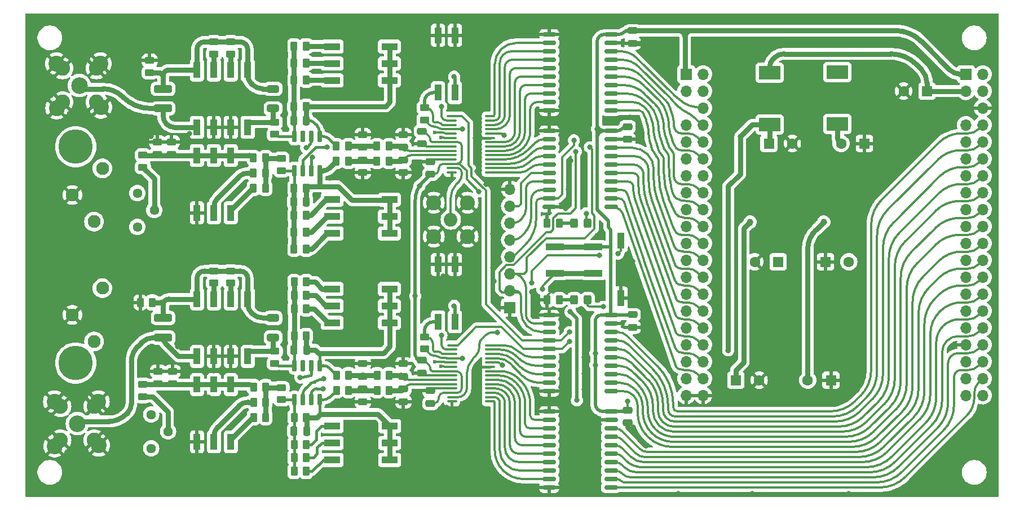
<source format=gtl>
G04 #@! TF.GenerationSoftware,KiCad,Pcbnew,8.0.1*
G04 #@! TF.CreationDate,2024-05-23T14:09:47+02:00*
G04 #@! TF.ProjectId,MISRC_v2.1,4d495352-435f-4763-922e-312e6b696361,0.3*
G04 #@! TF.SameCoordinates,Original*
G04 #@! TF.FileFunction,Copper,L1,Top*
G04 #@! TF.FilePolarity,Positive*
%FSLAX46Y46*%
G04 Gerber Fmt 4.6, Leading zero omitted, Abs format (unit mm)*
G04 Created by KiCad (PCBNEW 8.0.1) date 2024-05-23 14:09:47*
%MOMM*%
%LPD*%
G01*
G04 APERTURE LIST*
G04 Aperture macros list*
%AMRoundRect*
0 Rectangle with rounded corners*
0 $1 Rounding radius*
0 $2 $3 $4 $5 $6 $7 $8 $9 X,Y pos of 4 corners*
0 Add a 4 corners polygon primitive as box body*
4,1,4,$2,$3,$4,$5,$6,$7,$8,$9,$2,$3,0*
0 Add four circle primitives for the rounded corners*
1,1,$1+$1,$2,$3*
1,1,$1+$1,$4,$5*
1,1,$1+$1,$6,$7*
1,1,$1+$1,$8,$9*
0 Add four rect primitives between the rounded corners*
20,1,$1+$1,$2,$3,$4,$5,0*
20,1,$1+$1,$4,$5,$6,$7,0*
20,1,$1+$1,$6,$7,$8,$9,0*
20,1,$1+$1,$8,$9,$2,$3,0*%
G04 Aperture macros list end*
G04 #@! TA.AperFunction,ComponentPad*
%ADD10R,1.600000X1.600000*%
G04 #@! TD*
G04 #@! TA.AperFunction,ComponentPad*
%ADD11C,1.600000*%
G04 #@! TD*
G04 #@! TA.AperFunction,SMDPad,CuDef*
%ADD12RoundRect,0.250000X-0.475000X0.250000X-0.475000X-0.250000X0.475000X-0.250000X0.475000X0.250000X0*%
G04 #@! TD*
G04 #@! TA.AperFunction,SMDPad,CuDef*
%ADD13RoundRect,0.250000X-0.262500X-0.450000X0.262500X-0.450000X0.262500X0.450000X-0.262500X0.450000X0*%
G04 #@! TD*
G04 #@! TA.AperFunction,ComponentPad*
%ADD14R,1.700000X1.700000*%
G04 #@! TD*
G04 #@! TA.AperFunction,ComponentPad*
%ADD15O,1.700000X1.700000*%
G04 #@! TD*
G04 #@! TA.AperFunction,SMDPad,CuDef*
%ADD16R,2.440000X1.120000*%
G04 #@! TD*
G04 #@! TA.AperFunction,ComponentPad*
%ADD17C,2.050000*%
G04 #@! TD*
G04 #@! TA.AperFunction,ComponentPad*
%ADD18C,2.250000*%
G04 #@! TD*
G04 #@! TA.AperFunction,SMDPad,CuDef*
%ADD19RoundRect,0.250000X-0.325000X-0.450000X0.325000X-0.450000X0.325000X0.450000X-0.325000X0.450000X0*%
G04 #@! TD*
G04 #@! TA.AperFunction,SMDPad,CuDef*
%ADD20RoundRect,0.250000X1.100000X-0.325000X1.100000X0.325000X-1.100000X0.325000X-1.100000X-0.325000X0*%
G04 #@! TD*
G04 #@! TA.AperFunction,SMDPad,CuDef*
%ADD21RoundRect,0.250000X-0.450000X0.262500X-0.450000X-0.262500X0.450000X-0.262500X0.450000X0.262500X0*%
G04 #@! TD*
G04 #@! TA.AperFunction,SMDPad,CuDef*
%ADD22RoundRect,0.250000X0.450000X-0.262500X0.450000X0.262500X-0.450000X0.262500X-0.450000X-0.262500X0*%
G04 #@! TD*
G04 #@! TA.AperFunction,SMDPad,CuDef*
%ADD23RoundRect,0.250000X0.262500X0.450000X-0.262500X0.450000X-0.262500X-0.450000X0.262500X-0.450000X0*%
G04 #@! TD*
G04 #@! TA.AperFunction,SMDPad,CuDef*
%ADD24RoundRect,0.100000X-0.637500X-0.100000X0.637500X-0.100000X0.637500X0.100000X-0.637500X0.100000X0*%
G04 #@! TD*
G04 #@! TA.AperFunction,SMDPad,CuDef*
%ADD25RoundRect,0.250000X-0.250000X-0.475000X0.250000X-0.475000X0.250000X0.475000X-0.250000X0.475000X0*%
G04 #@! TD*
G04 #@! TA.AperFunction,SMDPad,CuDef*
%ADD26RoundRect,0.150000X-0.875000X-0.150000X0.875000X-0.150000X0.875000X0.150000X-0.875000X0.150000X0*%
G04 #@! TD*
G04 #@! TA.AperFunction,ComponentPad*
%ADD27C,1.440000*%
G04 #@! TD*
G04 #@! TA.AperFunction,SMDPad,CuDef*
%ADD28R,3.200000X2.000000*%
G04 #@! TD*
G04 #@! TA.AperFunction,SMDPad,CuDef*
%ADD29R,1.120000X2.440000*%
G04 #@! TD*
G04 #@! TA.AperFunction,SMDPad,CuDef*
%ADD30RoundRect,0.250000X0.475000X-0.250000X0.475000X0.250000X-0.475000X0.250000X-0.475000X-0.250000X0*%
G04 #@! TD*
G04 #@! TA.AperFunction,SMDPad,CuDef*
%ADD31R,2.750000X1.000000*%
G04 #@! TD*
G04 #@! TA.AperFunction,SMDPad,CuDef*
%ADD32RoundRect,0.250000X-0.650000X0.325000X-0.650000X-0.325000X0.650000X-0.325000X0.650000X0.325000X0*%
G04 #@! TD*
G04 #@! TA.AperFunction,ComponentPad*
%ADD33C,1.950000*%
G04 #@! TD*
G04 #@! TA.AperFunction,ComponentPad*
%ADD34C,5.175000*%
G04 #@! TD*
G04 #@! TA.AperFunction,ComponentPad*
%ADD35C,2.500000*%
G04 #@! TD*
G04 #@! TA.AperFunction,ComponentPad*
%ADD36C,2.400000*%
G04 #@! TD*
G04 #@! TA.AperFunction,SMDPad,CuDef*
%ADD37RoundRect,0.150000X0.150000X-0.725000X0.150000X0.725000X-0.150000X0.725000X-0.150000X-0.725000X0*%
G04 #@! TD*
G04 #@! TA.AperFunction,ViaPad*
%ADD38C,0.800000*%
G04 #@! TD*
G04 #@! TA.AperFunction,ViaPad*
%ADD39C,1.000000*%
G04 #@! TD*
G04 #@! TA.AperFunction,ViaPad*
%ADD40C,0.600000*%
G04 #@! TD*
G04 #@! TA.AperFunction,Conductor*
%ADD41C,0.500000*%
G04 #@! TD*
G04 #@! TA.AperFunction,Conductor*
%ADD42C,0.750000*%
G04 #@! TD*
G04 #@! TA.AperFunction,Conductor*
%ADD43C,0.320000*%
G04 #@! TD*
G04 #@! TA.AperFunction,Conductor*
%ADD44C,0.400000*%
G04 #@! TD*
G04 #@! TA.AperFunction,Conductor*
%ADD45C,0.240000*%
G04 #@! TD*
G04 APERTURE END LIST*
D10*
X181554000Y-118364000D03*
D11*
X178054000Y-118364000D03*
D12*
X117348000Y-119700000D03*
X117348000Y-121600000D03*
D13*
X107291500Y-119888000D03*
X109116500Y-119888000D03*
D12*
X111252000Y-115890000D03*
X111252000Y-117790000D03*
D13*
X100928500Y-68173600D03*
X102753500Y-68173600D03*
D14*
X133350000Y-107442000D03*
D15*
X133350000Y-104902000D03*
X133350000Y-102362000D03*
X133350000Y-99822000D03*
X133350000Y-97282000D03*
X133350000Y-94742000D03*
X133350000Y-92202000D03*
X133350000Y-89662000D03*
D16*
X106640000Y-104670000D03*
X106640000Y-107210000D03*
X106640000Y-109750000D03*
X115250000Y-109750000D03*
X115250000Y-107210000D03*
X115250000Y-104670000D03*
D13*
X100928500Y-73253600D03*
X102753500Y-73253600D03*
D17*
X68410000Y-124830000D03*
D18*
X65870000Y-122290000D03*
X65870000Y-127370000D03*
X70950000Y-122290000D03*
X70950000Y-127370000D03*
D13*
X77827500Y-106680000D03*
X79652500Y-106680000D03*
D19*
X142984000Y-94742000D03*
X145034000Y-94742000D03*
D13*
X100941500Y-128016000D03*
X102766500Y-128016000D03*
D14*
X201803000Y-72390000D03*
D15*
X204343000Y-72390000D03*
X201803000Y-74930000D03*
X204343000Y-74930000D03*
X204343000Y-77470000D03*
X201803000Y-80010000D03*
X204343000Y-80010000D03*
X201803000Y-82550000D03*
X204343000Y-82550000D03*
X201803000Y-85090000D03*
X204343000Y-85090000D03*
X201803000Y-87630000D03*
X204343000Y-87630000D03*
X201803000Y-90170000D03*
X204343000Y-90170000D03*
X201803000Y-92710000D03*
X204343000Y-92710000D03*
X201803000Y-95250000D03*
X204343000Y-95250000D03*
X201803000Y-97790000D03*
X204343000Y-97790000D03*
X201803000Y-100330000D03*
X204343000Y-100330000D03*
X201803000Y-102870000D03*
X204343000Y-102870000D03*
X201803000Y-105410000D03*
X204343000Y-105410000D03*
X201803000Y-107950000D03*
X204343000Y-107950000D03*
X201803000Y-110490000D03*
X204343000Y-110490000D03*
X201803000Y-113030000D03*
X204343000Y-113030000D03*
X201803000Y-115570000D03*
X204343000Y-115570000D03*
X201803000Y-118110000D03*
X204343000Y-118110000D03*
X201803000Y-120650000D03*
X204343000Y-120650000D03*
D20*
X81280000Y-111965000D03*
X81280000Y-109015000D03*
D21*
X98031000Y-79605500D03*
X98031000Y-81430500D03*
D22*
X91427000Y-69365500D03*
X91427000Y-67540500D03*
D23*
X96657500Y-84963000D03*
X94832500Y-84963000D03*
X96657500Y-87249000D03*
X94832500Y-87249000D03*
D21*
X99060000Y-119483500D03*
X99060000Y-121308500D03*
D24*
X124645500Y-113123000D03*
X124645500Y-113773000D03*
X124645500Y-114423000D03*
X124645500Y-115073000D03*
X124645500Y-115723000D03*
X124645500Y-116373000D03*
X124645500Y-117023000D03*
X124645500Y-117673000D03*
X124645500Y-118323000D03*
X124645500Y-118973000D03*
X124645500Y-119623000D03*
X124645500Y-120273000D03*
X124645500Y-120923000D03*
X124645500Y-121573000D03*
X130370500Y-121573000D03*
X130370500Y-120923000D03*
X130370500Y-120273000D03*
X130370500Y-119623000D03*
X130370500Y-118973000D03*
X130370500Y-118323000D03*
X130370500Y-117673000D03*
X130370500Y-117023000D03*
X130370500Y-116373000D03*
X130370500Y-115723000D03*
X130370500Y-115073000D03*
X130370500Y-114423000D03*
X130370500Y-113773000D03*
X130370500Y-113123000D03*
D21*
X99047000Y-85066500D03*
X99047000Y-86891500D03*
D25*
X100904000Y-113792000D03*
X102804000Y-113792000D03*
D26*
X139241000Y-66421000D03*
X139241000Y-67691000D03*
X139241000Y-68961000D03*
X139241000Y-70231000D03*
X139241000Y-71501000D03*
X139241000Y-72771000D03*
X139241000Y-74041000D03*
X139241000Y-75311000D03*
X139241000Y-76581000D03*
X139241000Y-77851000D03*
X148541000Y-77851000D03*
X148541000Y-76581000D03*
X148541000Y-75311000D03*
X148541000Y-74041000D03*
X148541000Y-72771000D03*
X148541000Y-71501000D03*
X148541000Y-70231000D03*
X148541000Y-68961000D03*
X148541000Y-67691000D03*
X148541000Y-66421000D03*
D12*
X120129000Y-80965000D03*
X120129000Y-82865000D03*
D25*
X100891000Y-79375000D03*
X102791000Y-79375000D03*
D13*
X100928500Y-89535000D03*
X102753500Y-89535000D03*
D26*
X139241000Y-80899000D03*
X139241000Y-82169000D03*
X139241000Y-83439000D03*
X139241000Y-84709000D03*
X139241000Y-85979000D03*
X139241000Y-87249000D03*
X139241000Y-88519000D03*
X139241000Y-89789000D03*
X139241000Y-91059000D03*
X139241000Y-92329000D03*
X148541000Y-92329000D03*
X148541000Y-91059000D03*
X148541000Y-89789000D03*
X148541000Y-88519000D03*
X148541000Y-87249000D03*
X148541000Y-85979000D03*
X148541000Y-84709000D03*
X148541000Y-83439000D03*
X148541000Y-82169000D03*
X148541000Y-80899000D03*
D17*
X124460000Y-94234000D03*
D18*
X121920000Y-91694000D03*
X121920000Y-96774000D03*
X127000000Y-91694000D03*
X127000000Y-96774000D03*
D27*
X77400000Y-90270000D03*
X79940000Y-92810000D03*
X77400000Y-95350000D03*
D10*
X180721000Y-100584000D03*
D11*
X184221000Y-100584000D03*
D13*
X113387500Y-119888000D03*
X115212500Y-119888000D03*
D28*
X172339000Y-72173000D03*
X172339000Y-79973000D03*
D16*
X106661166Y-125271166D03*
X106661166Y-127811166D03*
X106661166Y-130351166D03*
X115271166Y-130351166D03*
X115271166Y-127811166D03*
X115271166Y-125271166D03*
D10*
X186564651Y-82804000D03*
D11*
X183064651Y-82804000D03*
D23*
X96670500Y-119380000D03*
X94845500Y-119380000D03*
X140739500Y-106299000D03*
X138914500Y-106299000D03*
D17*
X68710000Y-74070000D03*
D18*
X66170000Y-71530000D03*
X66170000Y-76610000D03*
X71250000Y-71530000D03*
X71250000Y-76610000D03*
D23*
X96670500Y-121666000D03*
X94845500Y-121666000D03*
D12*
X111239000Y-81473000D03*
X111239000Y-83373000D03*
D26*
X139241000Y-123063000D03*
X139241000Y-124333000D03*
X139241000Y-125603000D03*
X139241000Y-126873000D03*
X139241000Y-128143000D03*
X139241000Y-129413000D03*
X139241000Y-130683000D03*
X139241000Y-131953000D03*
X139241000Y-133223000D03*
X139241000Y-134493000D03*
X148541000Y-134493000D03*
X148541000Y-133223000D03*
X148541000Y-131953000D03*
X148541000Y-130683000D03*
X148541000Y-129413000D03*
X148541000Y-128143000D03*
X148541000Y-126873000D03*
X148541000Y-125603000D03*
X148541000Y-124333000D03*
X148541000Y-123063000D03*
D13*
X100928500Y-93599000D03*
X102753500Y-93599000D03*
D29*
X86347000Y-80378000D03*
X88887000Y-80378000D03*
X91427000Y-80378000D03*
X93967000Y-80378000D03*
X93967000Y-71768000D03*
X91427000Y-71768000D03*
X88887000Y-71768000D03*
X86347000Y-71768000D03*
D22*
X120510000Y-79271500D03*
X120510000Y-77446500D03*
D19*
X142984000Y-106299000D03*
X145034000Y-106299000D03*
D28*
X182499000Y-72083000D03*
X182499000Y-79883000D03*
D22*
X88900000Y-103782500D03*
X88900000Y-101957500D03*
D20*
X81267000Y-77548000D03*
X81267000Y-74598000D03*
D13*
X100941500Y-123952000D03*
X102766500Y-123952000D03*
X100941500Y-103600000D03*
X102766500Y-103600000D03*
D29*
X125095000Y-100978000D03*
X122555000Y-100978000D03*
X122555000Y-109588000D03*
X125095000Y-109588000D03*
D30*
X121399000Y-87437000D03*
X121399000Y-85537000D03*
D13*
X107278500Y-85471000D03*
X109103500Y-85471000D03*
D12*
X111252000Y-119700000D03*
X111252000Y-121600000D03*
X120142000Y-115382000D03*
X120142000Y-117282000D03*
X111239000Y-85283000D03*
X111239000Y-87183000D03*
D13*
X100928500Y-70713600D03*
X102753500Y-70713600D03*
X100941500Y-107650000D03*
X102766500Y-107650000D03*
D23*
X96657500Y-89535000D03*
X94832500Y-89535000D03*
D13*
X113374500Y-85471000D03*
X115199500Y-85471000D03*
D10*
X172240000Y-82801000D03*
D11*
X175740000Y-82801000D03*
D26*
X139241000Y-108585000D03*
X139241000Y-109855000D03*
X139241000Y-111125000D03*
X139241000Y-112395000D03*
X139241000Y-113665000D03*
X139241000Y-114935000D03*
X139241000Y-116205000D03*
X139241000Y-117475000D03*
X139241000Y-118745000D03*
X139241000Y-120015000D03*
X148541000Y-120015000D03*
X148541000Y-118745000D03*
X148541000Y-117475000D03*
X148541000Y-116205000D03*
X148541000Y-114935000D03*
X148541000Y-113665000D03*
X148541000Y-112395000D03*
X148541000Y-111125000D03*
X148541000Y-109855000D03*
X148541000Y-108585000D03*
D16*
X106640000Y-68250000D03*
X106640000Y-70790000D03*
X106640000Y-73330000D03*
X115250000Y-73330000D03*
X115250000Y-70790000D03*
X115250000Y-68250000D03*
D30*
X82677000Y-118933000D03*
X82677000Y-117033000D03*
D25*
X100904000Y-125984000D03*
X102804000Y-125984000D03*
D23*
X96670500Y-123952000D03*
X94845500Y-123952000D03*
D13*
X100928500Y-98679000D03*
X102753500Y-98679000D03*
X107291500Y-117602000D03*
X109116500Y-117602000D03*
D10*
X195962651Y-74930000D03*
D11*
X192462651Y-74930000D03*
D10*
X167259000Y-118364000D03*
D11*
X170759000Y-118364000D03*
D13*
X107278500Y-83185000D03*
X109103500Y-83185000D03*
D29*
X149987000Y-106019000D03*
X149987000Y-97409000D03*
D31*
X145882000Y-102330000D03*
X140122000Y-102330000D03*
X145882000Y-98330000D03*
X140122000Y-98330000D03*
D12*
X151003000Y-80269000D03*
X151003000Y-82169000D03*
D32*
X97790000Y-109015000D03*
X97790000Y-111965000D03*
D30*
X82550000Y-84450000D03*
X82550000Y-82550000D03*
D21*
X79250000Y-70337500D03*
X79250000Y-72162500D03*
D13*
X100928500Y-96139000D03*
X102753500Y-96139000D03*
D12*
X117348000Y-115890000D03*
X117348000Y-117790000D03*
X151003000Y-122875000D03*
X151003000Y-124775000D03*
D33*
X67650000Y-90550000D03*
X72150000Y-86550000D03*
X70900000Y-94550000D03*
X67650000Y-108550000D03*
X72150000Y-104550000D03*
X70900000Y-112550000D03*
D34*
X68150000Y-83300000D03*
X68150000Y-115800000D03*
D13*
X100941500Y-132050000D03*
X102766500Y-132050000D03*
X113374500Y-83185000D03*
X115199500Y-83185000D03*
D10*
X173609000Y-100584000D03*
D11*
X170109000Y-100584000D03*
D21*
X78232000Y-84558500D03*
X78232000Y-86383500D03*
D35*
X68390000Y-124880000D03*
D36*
X64950000Y-121600000D03*
X71550000Y-121590000D03*
X64990000Y-128280000D03*
X71600000Y-128170000D03*
D29*
X86360000Y-114795000D03*
X88900000Y-114795000D03*
X91440000Y-114795000D03*
X93980000Y-114795000D03*
X93980000Y-106185000D03*
X91440000Y-106185000D03*
X88900000Y-106185000D03*
X86360000Y-106185000D03*
D21*
X98044000Y-114022500D03*
X98044000Y-115847500D03*
D30*
X80391000Y-84450000D03*
X80391000Y-82550000D03*
D29*
X91427000Y-84608000D03*
X88887000Y-84608000D03*
X86347000Y-84608000D03*
X86347000Y-93218000D03*
X88887000Y-93218000D03*
X91427000Y-93218000D03*
D13*
X100941500Y-105600000D03*
X102766500Y-105600000D03*
D22*
X91440000Y-103782500D03*
X91440000Y-101957500D03*
D37*
X100965000Y-86903000D03*
X102235000Y-86903000D03*
X103505000Y-86903000D03*
X104775000Y-86903000D03*
X104775000Y-81753000D03*
X103505000Y-81753000D03*
X102235000Y-81753000D03*
X100965000Y-81753000D03*
D12*
X117335000Y-85283000D03*
X117335000Y-87183000D03*
D24*
X124632500Y-78706000D03*
X124632500Y-79356000D03*
X124632500Y-80006000D03*
X124632500Y-80656000D03*
X124632500Y-81306000D03*
X124632500Y-81956000D03*
X124632500Y-82606000D03*
X124632500Y-83256000D03*
X124632500Y-83906000D03*
X124632500Y-84556000D03*
X124632500Y-85206000D03*
X124632500Y-85856000D03*
X124632500Y-86506000D03*
X124632500Y-87156000D03*
X130357500Y-87156000D03*
X130357500Y-86506000D03*
X130357500Y-85856000D03*
X130357500Y-85206000D03*
X130357500Y-84556000D03*
X130357500Y-83906000D03*
X130357500Y-83256000D03*
X130357500Y-82606000D03*
X130357500Y-81956000D03*
X130357500Y-81306000D03*
X130357500Y-80656000D03*
X130357500Y-80006000D03*
X130357500Y-79356000D03*
X130357500Y-78706000D03*
D22*
X88887000Y-69365500D03*
X88887000Y-67540500D03*
D13*
X113387500Y-117602000D03*
X115212500Y-117602000D03*
X100925000Y-77250000D03*
X102750000Y-77250000D03*
D29*
X125082000Y-66561000D03*
X122542000Y-66561000D03*
X122542000Y-75171000D03*
X125082000Y-75171000D03*
D12*
X151765000Y-108524000D03*
X151765000Y-110424000D03*
D37*
X100965000Y-121320000D03*
X102235000Y-121320000D03*
X103505000Y-121320000D03*
X104775000Y-121320000D03*
X104775000Y-116170000D03*
X103505000Y-116170000D03*
X102235000Y-116170000D03*
X100965000Y-116170000D03*
D16*
X106640000Y-91250000D03*
X106640000Y-93790000D03*
X106640000Y-96330000D03*
X115250000Y-96330000D03*
X115250000Y-93790000D03*
X115250000Y-91250000D03*
D27*
X79475000Y-123525000D03*
X82015000Y-126065000D03*
X79475000Y-128605000D03*
D29*
X91440000Y-119025000D03*
X88900000Y-119025000D03*
X86360000Y-119025000D03*
X86360000Y-127635000D03*
X88900000Y-127635000D03*
X91440000Y-127635000D03*
D23*
X140739500Y-94742000D03*
X138914500Y-94742000D03*
D21*
X78232000Y-118999000D03*
X78232000Y-120824000D03*
D35*
X68690000Y-74090000D03*
D36*
X65250000Y-70810000D03*
X71850000Y-70800000D03*
X65290000Y-77490000D03*
X71900000Y-77380000D03*
D13*
X100941500Y-130000000D03*
X102766500Y-130000000D03*
D22*
X120523000Y-113688500D03*
X120523000Y-111863500D03*
D30*
X121412000Y-121854000D03*
X121412000Y-119954000D03*
D14*
X159800000Y-72390000D03*
D15*
X162340000Y-72390000D03*
X159800000Y-74930000D03*
X162340000Y-74930000D03*
X162340000Y-77470000D03*
X159800000Y-80010000D03*
X162340000Y-80010000D03*
X159800000Y-82550000D03*
X162340000Y-82550000D03*
X159800000Y-85090000D03*
X162340000Y-85090000D03*
X159800000Y-87630000D03*
X162340000Y-87630000D03*
X159800000Y-90170000D03*
X162340000Y-90170000D03*
X159800000Y-92710000D03*
X162340000Y-92710000D03*
X159800000Y-95250000D03*
X162340000Y-95250000D03*
X159800000Y-97790000D03*
X162340000Y-97790000D03*
X159800000Y-100330000D03*
X162340000Y-100330000D03*
X159800000Y-102870000D03*
X162340000Y-102870000D03*
X159800000Y-105410000D03*
X162340000Y-105410000D03*
X159800000Y-107950000D03*
X162340000Y-107950000D03*
X159800000Y-110490000D03*
X162340000Y-110490000D03*
X159800000Y-113030000D03*
X162340000Y-113030000D03*
X159800000Y-115570000D03*
X162340000Y-115570000D03*
X159800000Y-118110000D03*
X162340000Y-118110000D03*
X159800000Y-120650000D03*
X162340000Y-120650000D03*
D30*
X80518000Y-118933000D03*
X80518000Y-117033000D03*
D12*
X151765000Y-65852000D03*
X151765000Y-67752000D03*
D25*
X100891000Y-91567000D03*
X102791000Y-91567000D03*
D32*
X97777000Y-74598000D03*
X97777000Y-77548000D03*
D12*
X117335000Y-81473000D03*
X117335000Y-83373000D03*
D13*
X100937500Y-111700000D03*
X102762500Y-111700000D03*
D38*
X146431000Y-80619600D03*
X132461000Y-81534000D03*
X132207000Y-116078000D03*
X146150000Y-114350000D03*
X151000000Y-121500000D03*
X146177000Y-116078000D03*
X173990000Y-107696000D03*
X99060000Y-99822000D03*
X82931000Y-96393000D03*
X124350000Y-132400000D03*
X186055000Y-70866000D03*
X125526800Y-129235200D03*
X144424400Y-89357200D03*
X185039000Y-91059000D03*
X145300000Y-135100000D03*
X69000000Y-129400000D03*
X115000000Y-89500000D03*
X176149000Y-102870000D03*
X105537000Y-102489000D03*
X144450000Y-114950000D03*
X127762000Y-99314000D03*
X205232000Y-128397000D03*
X126492000Y-107061000D03*
X190246000Y-73914000D03*
X128397000Y-120015000D03*
X64650000Y-92300000D03*
X81915000Y-69469000D03*
X90170000Y-120777000D03*
X141732000Y-117602000D03*
X97650000Y-71750000D03*
X194183000Y-134493000D03*
X194056000Y-64516000D03*
X84600000Y-135000000D03*
X108839000Y-102743000D03*
X174244000Y-120904000D03*
X85216998Y-81323000D03*
X128397000Y-86995000D03*
X113700000Y-135100000D03*
X191583676Y-76946174D03*
X72750000Y-108500000D03*
X111099600Y-125069600D03*
X147100000Y-105700000D03*
X109626400Y-88950800D03*
X117856000Y-90678000D03*
X136800000Y-135200000D03*
X69650000Y-106300000D03*
X164211000Y-119253000D03*
X130937000Y-103505000D03*
X200914000Y-127508000D03*
X164450000Y-115750000D03*
X139850000Y-104800000D03*
X170050000Y-106900000D03*
X68750000Y-93600000D03*
X183450000Y-115000000D03*
X94488000Y-92583000D03*
X104292400Y-90627200D03*
X156972000Y-72517000D03*
X168783000Y-64389000D03*
X109855000Y-103886000D03*
X94500000Y-135100000D03*
X157150000Y-116500000D03*
X186200000Y-114200000D03*
X136600000Y-105100000D03*
X77000000Y-72000000D03*
X65950000Y-105300000D03*
X198628000Y-134366000D03*
X191897000Y-70993000D03*
X180050000Y-113300000D03*
X141732000Y-92583000D03*
X177165000Y-87503000D03*
X169799000Y-91186000D03*
X120904000Y-100330000D03*
X90043000Y-78486000D03*
X79375000Y-67945000D03*
X88350000Y-132350000D03*
X166116000Y-72390000D03*
X182300000Y-104100000D03*
X119253000Y-75819000D03*
X180467000Y-91059000D03*
X168529000Y-121666000D03*
X169672000Y-74676000D03*
X121031000Y-107315000D03*
X122174000Y-125222000D03*
X153750000Y-128200000D03*
X179451000Y-84201000D03*
X174625000Y-118618000D03*
X137922000Y-121539000D03*
X96012000Y-81407000D03*
X123190000Y-88265000D03*
X165862000Y-87122000D03*
X174750000Y-113200000D03*
X88900000Y-116967000D03*
X185500000Y-118650000D03*
X110871000Y-103886000D03*
X110871000Y-102743000D03*
X77800000Y-131350000D03*
X120850000Y-71650000D03*
X192786000Y-67564000D03*
X88138000Y-120904000D03*
X187833000Y-78232000D03*
X165100000Y-76073000D03*
X74700000Y-65100000D03*
X130937000Y-93599000D03*
X95631000Y-112522000D03*
X119253000Y-122301000D03*
X180086000Y-107823000D03*
X144300000Y-132450000D03*
X99187000Y-129286000D03*
X117754400Y-97739200D03*
X62865000Y-89408000D03*
X143129000Y-70104000D03*
X188595000Y-75819000D03*
X189992000Y-80264000D03*
X199136000Y-76708000D03*
X138176000Y-64516000D03*
X109220000Y-94869000D03*
X95885000Y-115697000D03*
X114550000Y-100100000D03*
X205359000Y-123825000D03*
X106553000Y-64897000D03*
X183007000Y-111252000D03*
X142000000Y-129400000D03*
X161671000Y-67945000D03*
X95631000Y-110617000D03*
X180100000Y-121250000D03*
X97500000Y-102500000D03*
X198628000Y-73279000D03*
X151333200Y-78892400D03*
X77750000Y-66000000D03*
X117703600Y-95250000D03*
X92583000Y-116840000D03*
X184785000Y-77851000D03*
X125476000Y-124800000D03*
X144907000Y-66421000D03*
X84000000Y-77250000D03*
X144450000Y-91800000D03*
X95758000Y-94742000D03*
X95377000Y-75946000D03*
X97993200Y-105308400D03*
X112014000Y-89763600D03*
X128184000Y-81956000D03*
X62900000Y-125000000D03*
X98679000Y-82931000D03*
X97650000Y-68400000D03*
X151000000Y-101800000D03*
X95758000Y-106299000D03*
X129844800Y-125323600D03*
X128371600Y-129286000D03*
X150241000Y-67691000D03*
X176149000Y-119761000D03*
X62700000Y-74800000D03*
X129921000Y-72898000D03*
X98933000Y-124968000D03*
X144526000Y-119761000D03*
X126873000Y-121793000D03*
X83312000Y-73152000D03*
X170100000Y-113200000D03*
X98679000Y-117221000D03*
X151900000Y-125400000D03*
X131064000Y-105537000D03*
X175768000Y-70993000D03*
X67100000Y-90550000D03*
X90170000Y-74400000D03*
X103900000Y-135100000D03*
X199263000Y-79248000D03*
X128524000Y-121793000D03*
X188214000Y-86106000D03*
X83566000Y-107696000D03*
X81534000Y-130050000D03*
X175768000Y-67945000D03*
X94742000Y-128143000D03*
X182372000Y-67818000D03*
X108839000Y-103886000D03*
X141224000Y-79451200D03*
X94615000Y-96774000D03*
X193929000Y-80264000D03*
X111125000Y-88519000D03*
X141605000Y-119761000D03*
X164400000Y-91900000D03*
X192278000Y-83058000D03*
X71000000Y-64800000D03*
X111300000Y-72450000D03*
X149700000Y-101200000D03*
X128184000Y-116373000D03*
X94800000Y-132350000D03*
X109931200Y-128574800D03*
X87757000Y-112903000D03*
X73700000Y-132900000D03*
X170434000Y-76835000D03*
X93472000Y-100203000D03*
X93218000Y-120396000D03*
X170434000Y-69469000D03*
X169950000Y-103050000D03*
X106299000Y-88011000D03*
X144907000Y-111252000D03*
X88646000Y-123952000D03*
X130810000Y-96393000D03*
X87122000Y-99822000D03*
X125300000Y-135100000D03*
X87757000Y-108331000D03*
X142113000Y-89662000D03*
X169700000Y-135400000D03*
X196088000Y-70358000D03*
X88519000Y-82423000D03*
X99187000Y-90678000D03*
X145796000Y-129159000D03*
X110490000Y-110109000D03*
X82550000Y-65532000D03*
X117602000Y-102743000D03*
X153670000Y-67437000D03*
X84582000Y-116840000D03*
X184200000Y-135400000D03*
X189103000Y-67945000D03*
X79500000Y-81750000D03*
X98100000Y-64700000D03*
X123825000Y-122428000D03*
X118600000Y-64700000D03*
X142036800Y-65176400D03*
X109220000Y-87249000D03*
X83000000Y-122000000D03*
X142494000Y-85344000D03*
X82804000Y-103124000D03*
X76750000Y-103900000D03*
X166624000Y-67564000D03*
X156464000Y-64389000D03*
X141732000Y-125222000D03*
X172300000Y-110050000D03*
X164750000Y-99100000D03*
X146177000Y-125222000D03*
X111912400Y-92913200D03*
X198374000Y-64516000D03*
X144526000Y-117348000D03*
X84709000Y-88265000D03*
X165989000Y-81534000D03*
X197104000Y-131445000D03*
X75750000Y-80250000D03*
X186055000Y-102489000D03*
X130777513Y-101454932D03*
X164600000Y-107100000D03*
X146450000Y-96650000D03*
X143950000Y-125300000D03*
X177292000Y-78867000D03*
X199390000Y-129286000D03*
X151750000Y-100500000D03*
X172212000Y-116078000D03*
X107696000Y-78740000D03*
X110900000Y-132350000D03*
X127000000Y-103250000D03*
X122021600Y-128574800D03*
X64550000Y-101550000D03*
X128600000Y-68450000D03*
X164400000Y-103950000D03*
X114681000Y-87249000D03*
X74750000Y-110500000D03*
X90043000Y-64897000D03*
X70500000Y-133500000D03*
X111750000Y-68300000D03*
X83439000Y-113284000D03*
X174018000Y-90681000D03*
X155600000Y-112150000D03*
X120450000Y-132350000D03*
X72009000Y-99949000D03*
X129794000Y-132400000D03*
X123317000Y-102743000D03*
X93218000Y-83185000D03*
X129794000Y-88900000D03*
X128600000Y-64800000D03*
X87630000Y-129794000D03*
X114554000Y-122428000D03*
X185550000Y-111700000D03*
X109855000Y-102743000D03*
X158600000Y-135400000D03*
X76750000Y-101200000D03*
X164650000Y-110450000D03*
X184150000Y-107300000D03*
X185166000Y-64262000D03*
X69000000Y-67250000D03*
X68072000Y-102616000D03*
D39*
X169418000Y-94615000D03*
D38*
X105283000Y-119634000D03*
X103700000Y-84900000D03*
D39*
X180467000Y-94615000D03*
D38*
X101854000Y-117983000D03*
X102743000Y-83439000D03*
X128700000Y-90000000D03*
X119761000Y-89154000D03*
X119126000Y-105725000D03*
X131445000Y-111162617D03*
X142300000Y-112550000D03*
X142300000Y-111150000D03*
X143400000Y-121400000D03*
X167950000Y-81750000D03*
X166100000Y-113900000D03*
X142400000Y-108100000D03*
D39*
X182499000Y-72136000D03*
D38*
X105410000Y-118110000D03*
X93980000Y-114173000D03*
X126238000Y-115062000D03*
D40*
X123018011Y-116313937D03*
X122047000Y-115570000D03*
D38*
X105918000Y-83312000D03*
X93980000Y-79878000D03*
X126225000Y-80645000D03*
D40*
X123005011Y-81896937D03*
X122034000Y-81153000D03*
D38*
X147350000Y-107350000D03*
X144800000Y-93300000D03*
X138200000Y-104700000D03*
X123063000Y-111656500D03*
X124968000Y-107188000D03*
X123050000Y-77239500D03*
X124955000Y-72771000D03*
X146750000Y-99600000D03*
X136600000Y-103750000D03*
X149600000Y-99350000D03*
X142951200Y-82334000D03*
X143256000Y-84023200D03*
X145338800Y-83362800D03*
D41*
X149449618Y-80899000D02*
X149445600Y-80899000D01*
D42*
X154585144Y-65852000D02*
X154532390Y-65852000D01*
D41*
X147560154Y-80899000D02*
X147535436Y-80899000D01*
D42*
X154364561Y-65852000D02*
X154291034Y-65852000D01*
X158399065Y-65852000D02*
X158391023Y-65852000D01*
X152733423Y-65852000D02*
X152760301Y-65852000D01*
X151272203Y-65852000D02*
X151271120Y-65852000D01*
X154832103Y-65852000D02*
X154685048Y-65852000D01*
X166967118Y-65852000D02*
X166310868Y-65852000D01*
X158210066Y-65852000D02*
X158172693Y-65852000D01*
D41*
X146577767Y-98330000D02*
X145904627Y-98330000D01*
X146177000Y-121978987D02*
X146177000Y-116078000D01*
D42*
X152709165Y-65852000D02*
X152694416Y-65852000D01*
D41*
X147963378Y-80899000D02*
X147961832Y-80899000D01*
X148463000Y-95763000D02*
X148463000Y-98350000D01*
D42*
X154291034Y-65852000D02*
X154049678Y-65852000D01*
D41*
X147714646Y-80899000D02*
X147683748Y-80899000D01*
X149453636Y-80899000D02*
X149454641Y-80899000D01*
D42*
X158313620Y-65852000D02*
X158284812Y-65852000D01*
D41*
X146431000Y-80969410D02*
X146431000Y-81954000D01*
D42*
X151243496Y-65852000D02*
X151236997Y-65852000D01*
D41*
X148769048Y-80899000D02*
X148727618Y-80899000D01*
D42*
X156585558Y-65852000D02*
X156250753Y-65852000D01*
X158315460Y-65852000D02*
X158313620Y-65852000D01*
X160779622Y-65852000D02*
X160748372Y-65852000D01*
X156250753Y-65852000D02*
X155797173Y-65852000D01*
X151730336Y-65852000D02*
X151695672Y-65852000D01*
D41*
X149160318Y-80899000D02*
X149156300Y-80899000D01*
D42*
X158612191Y-65852000D02*
X158601467Y-65852000D01*
X152547861Y-65852000D02*
X152546140Y-65852000D01*
X158639001Y-65852000D02*
X158637660Y-65852000D01*
X151765000Y-65852000D02*
X151730336Y-65852000D01*
X151596295Y-65852000D02*
X151559058Y-65852000D01*
X158284812Y-65852000D02*
X158247439Y-65852000D01*
X152345887Y-65852000D02*
X152307741Y-65852000D01*
X158023007Y-65852000D02*
X157968828Y-65852000D01*
X157958943Y-65852000D02*
X157924535Y-65852000D01*
X165310868Y-65852000D02*
X165654618Y-65852000D01*
X158319140Y-65852000D02*
X158354832Y-65852000D01*
D41*
X149176390Y-80899000D02*
X149164336Y-80899000D01*
D42*
X153566965Y-65852000D02*
X153609630Y-65852000D01*
X151255955Y-65852000D02*
X151252705Y-65852000D01*
D41*
X148769048Y-80899000D02*
X148785567Y-80899000D01*
X151005500Y-122938500D02*
X151130000Y-122814000D01*
D42*
X157261909Y-65852000D02*
X157255169Y-65852000D01*
X155672961Y-65852000D02*
X155631557Y-65852000D01*
D41*
X146431000Y-67505012D02*
X146431000Y-79844000D01*
D42*
X152826186Y-65852000D02*
X152760301Y-65852000D01*
X151245662Y-65852000D02*
X151243496Y-65852000D01*
X153661639Y-65852000D02*
X153609630Y-65852000D01*
X158581360Y-65852000D02*
X158573315Y-65852000D01*
X151141670Y-65852000D02*
X151143837Y-65852000D01*
D41*
X149369255Y-80899000D02*
X149365238Y-80899000D01*
D42*
X151120007Y-65852000D02*
X151111341Y-65852000D01*
D41*
X147849054Y-80899000D02*
X147850598Y-80899000D01*
X149349166Y-80899000D02*
X149329076Y-80899000D01*
D42*
X158023007Y-65852000D02*
X158112336Y-65852000D01*
X151249996Y-65852000D02*
X151247829Y-65852000D01*
X155755769Y-65852000D02*
X155714365Y-65852000D01*
D41*
X147849054Y-80899000D02*
X147815066Y-80899000D01*
D42*
X152933697Y-65852000D02*
X152923291Y-65852000D01*
D41*
X148727618Y-80899000D02*
X148686188Y-80899000D01*
X147516898Y-80899000D02*
X147510718Y-80899000D01*
X147498357Y-80899000D02*
X147492178Y-80899000D01*
X145882000Y-98330000D02*
X148443000Y-98330000D01*
D42*
X158165032Y-65852000D02*
X158112336Y-65852000D01*
D41*
X149243691Y-80899000D02*
X149285881Y-80899000D01*
X148603328Y-80899000D02*
X148561898Y-80899000D01*
D42*
X152923291Y-65852000D02*
X152836593Y-65852000D01*
D41*
X150831343Y-80330000D02*
X151257000Y-80330000D01*
X147592597Y-80899000D02*
X147584872Y-80899000D01*
X149456651Y-80899000D02*
X149457656Y-80899000D01*
D42*
X154932008Y-65852000D02*
X154832103Y-65852000D01*
X151177961Y-65852000D02*
X151166045Y-65852000D01*
X151273286Y-65852000D02*
X151272203Y-65852000D01*
X152836593Y-65852000D02*
X152826186Y-65852000D01*
X152549582Y-65852000D02*
X152547861Y-65852000D01*
D41*
X149436559Y-80899000D02*
X149437564Y-80899000D01*
X147601867Y-80899000D02*
X147603412Y-80899000D01*
D42*
X151397670Y-65852000D02*
X151384746Y-65852000D01*
X151463809Y-65852000D02*
X151466799Y-65852000D01*
X158429893Y-65852000D02*
X158433914Y-65852000D01*
X158391023Y-65852000D02*
X158381640Y-65852000D01*
X162873372Y-65852000D02*
X162717122Y-65852000D01*
X158447319Y-65852000D02*
X158439276Y-65852000D01*
D41*
X149073500Y-108585000D02*
X147044210Y-108585000D01*
X147750179Y-80899000D02*
X147716191Y-80899000D01*
X149220588Y-80899000D02*
X149221592Y-80899000D01*
D42*
X151288992Y-65852000D02*
X151291159Y-65852000D01*
D41*
X149388343Y-80899000D02*
X149393366Y-80899000D01*
D42*
X162717122Y-65852000D02*
X162560872Y-65852000D01*
D41*
X146177000Y-116078000D02*
X146177000Y-114377000D01*
X146600986Y-80998576D02*
X147038576Y-80998576D01*
D42*
X151410594Y-65852000D02*
X151397670Y-65852000D01*
X151135171Y-65852000D02*
X151133005Y-65852000D01*
D41*
X149152282Y-80899000D02*
X149148264Y-80899000D01*
D42*
X160951497Y-65852000D02*
X160826497Y-65852000D01*
X154637898Y-65852000D02*
X154585144Y-65852000D01*
X155278873Y-65852000D02*
X154932008Y-65852000D01*
X155278873Y-65852000D02*
X155631557Y-65852000D01*
X158474127Y-65852000D02*
X158488871Y-65852000D01*
X151133005Y-65852000D02*
X151130839Y-65852000D01*
X151091841Y-65852000D02*
X151089675Y-65852000D01*
X153713648Y-65852000D02*
X153661639Y-65852000D01*
X151695672Y-65852000D02*
X151661008Y-65852000D01*
X151559058Y-65852000D02*
X151551717Y-65852000D01*
X158531764Y-65852000D02*
X158488871Y-65852000D01*
D41*
X148686188Y-80899000D02*
X148644758Y-80899000D01*
D42*
X151212625Y-65852000D02*
X151200709Y-65852000D01*
X158573315Y-65852000D02*
X158559912Y-65852000D01*
D41*
X147615772Y-80899000D02*
X147609592Y-80899000D01*
X147487544Y-80899000D02*
X147486000Y-80899000D01*
D42*
X157890127Y-65852000D02*
X157855719Y-65852000D01*
D41*
X146177000Y-109452210D02*
X146177000Y-114323000D01*
D42*
X151487536Y-65852000D02*
X151484055Y-65852000D01*
X158460723Y-65852000D02*
X158447319Y-65852000D01*
D41*
X147714646Y-80899000D02*
X147716191Y-80899000D01*
X147980372Y-80899000D02*
X147972648Y-80899000D01*
D42*
X153808322Y-65852000D02*
X153713648Y-65852000D01*
X200914000Y-72390000D02*
X201803000Y-72390000D01*
X151301992Y-65852000D02*
X151291159Y-65852000D01*
X156920363Y-65852000D02*
X156585558Y-65852000D01*
X161076497Y-65852000D02*
X160951497Y-65852000D01*
X151096175Y-65852000D02*
X151096717Y-65852000D01*
D41*
X148229830Y-80899000D02*
X148228318Y-80899000D01*
D42*
X162967122Y-65852000D02*
X162873372Y-65852000D01*
D41*
X149456651Y-80899000D02*
X149454641Y-80899000D01*
D42*
X160654623Y-65852000D02*
X160638999Y-65852000D01*
X153566965Y-65852000D02*
X153429626Y-65852000D01*
X151267329Y-65852000D02*
X151258663Y-65852000D01*
D41*
X147949474Y-80899000D02*
X147943295Y-80899000D01*
D42*
X157855719Y-65852000D02*
X157746898Y-65852000D01*
X158601467Y-65852000D02*
X158590744Y-65852000D01*
X151319325Y-65852000D02*
X151304159Y-65852000D01*
D41*
X147504538Y-80899000D02*
X147498357Y-80899000D01*
X148402580Y-80899000D02*
X148362325Y-80899000D01*
D42*
X152307741Y-65852000D02*
X152269595Y-65852000D01*
X158436595Y-65852000D02*
X158433914Y-65852000D01*
X158586724Y-65852000D02*
X158584042Y-65852000D01*
X163076496Y-65852000D02*
X163029622Y-65852000D01*
D41*
X149120138Y-80899000D02*
X149104066Y-80899000D01*
D42*
X161560871Y-65852000D02*
X161404619Y-65852000D01*
X152611162Y-65852000D02*
X152569535Y-65852000D01*
X154458862Y-65852000D02*
X154364561Y-65852000D01*
D41*
X148443000Y-98330000D02*
X148463000Y-98350000D01*
D42*
X151638453Y-65852000D02*
X151628008Y-65852000D01*
X155797173Y-65852000D02*
X155755769Y-65852000D01*
D41*
X149136210Y-80899000D02*
X149120138Y-80899000D01*
D42*
X151130839Y-65852000D02*
X151128673Y-65852000D01*
D41*
X147683748Y-80899000D02*
X147652850Y-80899000D01*
D42*
X161310870Y-65852000D02*
X161404619Y-65852000D01*
X151247829Y-65852000D02*
X151245662Y-65852000D01*
X151384746Y-65852000D02*
X151363697Y-65852000D01*
X158317300Y-65852000D02*
X158315460Y-65852000D01*
D41*
X147646670Y-80899000D02*
X147652850Y-80899000D01*
X148068433Y-80899000D02*
X148066888Y-80899000D01*
X147918576Y-80899000D02*
X147912396Y-80899000D01*
D42*
X165310868Y-65852000D02*
X165279619Y-65852000D01*
X154049678Y-65852000D02*
X153808322Y-65852000D01*
D41*
X146177000Y-114323000D02*
X146150000Y-114350000D01*
D42*
X151099967Y-65852000D02*
X151096717Y-65852000D01*
D41*
X149039776Y-80899000D02*
X149023704Y-80899000D01*
D42*
X158439276Y-65852000D02*
X158436595Y-65852000D01*
D41*
X149409438Y-80899000D02*
X149393366Y-80899000D01*
D42*
X158632298Y-65852000D02*
X158634979Y-65852000D01*
X151551717Y-65852000D02*
X151529163Y-65852000D01*
X151154670Y-65852000D02*
X151143837Y-65852000D01*
D41*
X149220588Y-80899000D02*
X149200498Y-80899000D01*
D42*
X154458862Y-65852000D02*
X154479636Y-65852000D01*
X157678546Y-65852000D02*
X157610194Y-65852000D01*
D41*
X148090062Y-80899000D02*
X148110146Y-80899000D01*
D42*
X151896844Y-65852000D02*
X151799664Y-65852000D01*
D41*
X149436559Y-80899000D02*
X149430532Y-80899000D01*
X151734500Y-108554500D02*
X151765000Y-108524000D01*
D42*
X165279619Y-65852000D02*
X165248370Y-65852000D01*
D41*
X148556158Y-80899000D02*
X148561898Y-80899000D01*
D42*
X151089675Y-65852000D02*
X151087509Y-65852000D01*
X152480256Y-65852000D02*
X152436907Y-65852000D01*
D43*
X151003000Y-121503000D02*
X151003000Y-122875000D01*
D41*
X149377293Y-80899000D02*
X149373274Y-80899000D01*
D42*
X164076495Y-65852000D02*
X164326495Y-65852000D01*
X151475427Y-65852000D02*
X151466799Y-65852000D01*
X151463809Y-65852000D02*
X151461160Y-65852000D01*
D41*
X149136210Y-80899000D02*
X149141232Y-80899000D01*
X147943295Y-80899000D02*
X147937115Y-80899000D01*
D42*
X158639001Y-65852000D02*
X160638999Y-65852000D01*
X158429893Y-65852000D02*
X158419170Y-65852000D01*
D41*
X149425510Y-80899000D02*
X149430532Y-80899000D01*
D42*
X151252163Y-65852000D02*
X151249996Y-65852000D01*
X158419170Y-65852000D02*
X158408447Y-65852000D01*
X151087509Y-65852000D02*
X151086967Y-65852000D01*
X166967118Y-65852000D02*
X167638992Y-65852000D01*
X160748372Y-65852000D02*
X160717122Y-65852000D01*
D41*
X148967450Y-80899000D02*
X148943342Y-80899000D01*
D42*
X151086967Y-65852000D02*
X151085884Y-65852000D01*
D41*
X145859372Y-98330000D02*
X145904627Y-98330000D01*
X149055848Y-80899000D02*
X149039776Y-80899000D01*
D42*
X161279621Y-65852000D02*
X161248372Y-65852000D01*
D41*
X149147259Y-80899000D02*
X149148264Y-80899000D01*
D42*
X152035500Y-65852000D02*
X152048925Y-65852000D01*
X163826495Y-65852000D02*
X163576495Y-65852000D01*
D41*
X149200498Y-80899000D02*
X149180408Y-80899000D01*
X146431000Y-92768987D02*
X148100000Y-94437987D01*
D42*
X151452873Y-65852000D02*
X151458511Y-65852000D01*
X151282493Y-65852000D02*
X151275994Y-65852000D01*
D41*
X149388343Y-80899000D02*
X149382316Y-80899000D01*
D42*
X161201497Y-65852000D02*
X161076497Y-65852000D01*
X151165503Y-65852000D02*
X151154670Y-65852000D01*
X152345887Y-65852000D02*
X152436907Y-65852000D01*
X158632298Y-65852000D02*
X158629617Y-65852000D01*
X163576495Y-65852000D02*
X163451494Y-65852000D01*
D41*
X147750179Y-80899000D02*
X147815066Y-80899000D01*
X148860035Y-80899000D02*
X148785567Y-80899000D01*
D42*
X151529163Y-65852000D02*
X151506609Y-65852000D01*
D41*
X147527711Y-80899000D02*
X147518442Y-80899000D01*
X148018996Y-80899000D02*
X148015906Y-80899000D01*
X148322070Y-80899000D02*
X148285636Y-80899000D01*
D42*
X157610194Y-65852000D02*
X157541842Y-65852000D01*
X160685872Y-65852000D02*
X160717122Y-65852000D01*
X155714365Y-65852000D02*
X155672961Y-65852000D01*
X164951495Y-65852000D02*
X164326495Y-65852000D01*
X151102675Y-65852000D02*
X151099967Y-65852000D01*
D41*
X147601867Y-80899000D02*
X147592597Y-80899000D01*
X147490633Y-80899000D02*
X147492178Y-80899000D01*
D42*
X158474127Y-65852000D02*
X158460723Y-65852000D01*
X157746898Y-65852000D02*
X157678546Y-65852000D01*
D41*
X148005091Y-80899000D02*
X147980372Y-80899000D01*
D42*
X151334491Y-65852000D02*
X151339171Y-65852000D01*
X151255955Y-65852000D02*
X151258663Y-65852000D01*
X151461160Y-65852000D02*
X151458511Y-65852000D01*
D41*
X147516898Y-80899000D02*
X147518442Y-80899000D01*
D42*
X151212625Y-65852000D02*
X151213167Y-65852000D01*
X151452873Y-65852000D02*
X151438947Y-65852000D01*
D41*
X149147259Y-80899000D02*
X149141232Y-80899000D01*
D42*
X158247439Y-65852000D02*
X158210066Y-65852000D01*
X166310868Y-65852000D02*
X165654618Y-65852000D01*
D41*
X148171943Y-80899000D02*
X148110146Y-80899000D01*
D42*
X163451494Y-65852000D02*
X163326494Y-65852000D01*
X152064553Y-65852000D02*
X152089699Y-65852000D01*
X151128673Y-65852000D02*
X151126507Y-65852000D01*
X153041208Y-65852000D02*
X152933697Y-65852000D01*
X163326494Y-65852000D02*
X163201495Y-65852000D01*
X145859372Y-98330000D02*
X140122000Y-98330000D01*
X152694416Y-65852000D02*
X152652789Y-65852000D01*
D41*
X148463000Y-108521500D02*
X148463000Y-98350000D01*
D43*
X131600977Y-115723000D02*
X130370500Y-115723000D01*
X132071779Y-81306000D02*
X130357500Y-81306000D01*
D41*
X151085343Y-65852000D02*
X151085884Y-65852000D01*
X146431000Y-92768987D02*
X146431000Y-81954000D01*
D42*
X151596295Y-65852000D02*
X151628008Y-65852000D01*
D41*
X148860035Y-80899000D02*
X148862981Y-80899000D01*
D42*
X161717123Y-65852000D02*
X161560871Y-65852000D01*
X158172693Y-65852000D02*
X158165032Y-65852000D01*
X162998372Y-65852000D02*
X162967122Y-65852000D01*
D41*
X147584872Y-80899000D02*
X147560154Y-80899000D01*
D42*
X151234831Y-65852000D02*
X151236997Y-65852000D01*
D41*
X149349166Y-80899000D02*
X149353184Y-80899000D01*
X146431000Y-80828589D02*
X146431000Y-79844000D01*
X146431000Y-80969410D02*
X146431000Y-80828589D01*
D42*
X151363697Y-65852000D02*
X151339171Y-65852000D01*
D41*
X149445600Y-80899000D02*
X149441582Y-80899000D01*
X149711656Y-66421000D02*
X148541000Y-66421000D01*
X147515012Y-66421000D02*
X148541000Y-66421000D01*
X149381312Y-80899000D02*
X149377293Y-80899000D01*
X149055848Y-80899000D02*
X149071919Y-80899000D01*
D42*
X158629617Y-65852000D02*
X158626936Y-65852000D01*
D41*
X149307981Y-80899000D02*
X149308986Y-80899000D01*
D42*
X152569535Y-65852000D02*
X152549582Y-65852000D01*
X157005749Y-65852000D02*
X156920363Y-65852000D01*
D41*
X149365238Y-80899000D02*
X149353184Y-80899000D01*
X147621952Y-80899000D02*
X147615772Y-80899000D01*
D42*
X158408447Y-65852000D02*
X158407107Y-65852000D01*
D41*
X147609592Y-80899000D02*
X147603412Y-80899000D01*
D42*
X151094008Y-65852000D02*
X151091841Y-65852000D01*
D41*
X148362325Y-80899000D02*
X148322070Y-80899000D01*
D42*
X154532390Y-65852000D02*
X154479636Y-65852000D01*
D41*
X149373274Y-80899000D02*
X149369255Y-80899000D01*
X148022086Y-80899000D02*
X148018996Y-80899000D01*
X151660866Y-108585000D02*
X148541000Y-108585000D01*
D42*
X152064553Y-65852000D02*
X152056739Y-65852000D01*
D43*
X132029500Y-115900500D02*
X132207000Y-116078000D01*
D41*
X149453636Y-80899000D02*
X149449618Y-80899000D01*
D42*
X151425021Y-65852000D02*
X151411095Y-65852000D01*
X151484055Y-65852000D02*
X151475427Y-65852000D01*
D41*
X149329076Y-80899000D02*
X149308986Y-80899000D01*
D42*
X151122715Y-65852000D02*
X151120007Y-65852000D01*
X151648898Y-65852000D02*
X151661008Y-65852000D01*
X165248370Y-65852000D02*
X164951495Y-65852000D01*
X164076495Y-65852000D02*
X163951495Y-65852000D01*
D41*
X147881497Y-80899000D02*
X147850598Y-80899000D01*
X149160318Y-80899000D02*
X149164336Y-80899000D01*
D42*
X191233036Y-65852000D02*
X169638990Y-65852000D01*
X151096175Y-65852000D02*
X151094008Y-65852000D01*
D41*
X147937115Y-80899000D02*
X147918576Y-80899000D01*
D42*
X151275994Y-65852000D02*
X151273286Y-65852000D01*
X158407107Y-65852000D02*
X158399065Y-65852000D01*
X158546509Y-65852000D02*
X158531764Y-65852000D01*
X152523605Y-65852000D02*
X152480256Y-65852000D01*
D41*
X150704930Y-123063000D02*
X148541000Y-123063000D01*
D42*
X162388997Y-65852000D02*
X161888997Y-65852000D01*
X160826497Y-65852000D02*
X160779622Y-65852000D01*
X151125965Y-65852000D02*
X151122715Y-65852000D01*
X151931508Y-65852000D02*
X151896844Y-65852000D01*
X151301992Y-65852000D02*
X151304159Y-65852000D01*
X151799664Y-65852000D02*
X151765000Y-65852000D01*
D43*
X132347000Y-81420000D02*
X132461000Y-81534000D01*
D41*
X148090062Y-80899000D02*
X148068433Y-80899000D01*
D42*
X158590744Y-65852000D02*
X158586724Y-65852000D01*
X163951495Y-65852000D02*
X163826495Y-65852000D01*
X163029622Y-65852000D02*
X162998372Y-65852000D01*
X151223999Y-65852000D02*
X151213167Y-65852000D01*
D41*
X148029810Y-80899000D02*
X148022086Y-80899000D01*
D42*
X157268649Y-65852000D02*
X157541842Y-65852000D01*
X157169782Y-65852000D02*
X157248429Y-65852000D01*
D41*
X148100000Y-94437987D02*
X148100000Y-95400000D01*
X148248936Y-80899000D02*
X148231342Y-80899000D01*
D42*
X152132178Y-65852000D02*
X152089699Y-65852000D01*
X151111341Y-65852000D02*
X151102675Y-65852000D01*
D41*
X147628131Y-80899000D02*
X147621952Y-80899000D01*
X146177000Y-114377000D02*
X146150000Y-114350000D01*
D42*
X158622915Y-65852000D02*
X158626936Y-65852000D01*
X152546140Y-65852000D02*
X152523605Y-65852000D01*
X162388997Y-65852000D02*
X162560872Y-65852000D01*
D41*
X148541000Y-123063000D02*
X147261012Y-123063000D01*
X149243691Y-80899000D02*
X149221592Y-80899000D01*
X147490633Y-80899000D02*
X147487544Y-80899000D01*
D42*
X152035500Y-65852000D02*
X152000836Y-65852000D01*
X151410594Y-65852000D02*
X151411095Y-65852000D01*
X151966172Y-65852000D02*
X151931508Y-65852000D01*
D41*
X148285636Y-80899000D02*
X148248936Y-80899000D01*
D42*
X153429626Y-65852000D02*
X153292287Y-65852000D01*
X152174657Y-65852000D02*
X152269595Y-65852000D01*
D41*
X148644758Y-80899000D02*
X148603328Y-80899000D01*
X148048349Y-80899000D02*
X148029810Y-80899000D01*
D42*
X158559912Y-65852000D02*
X158546509Y-65852000D01*
D41*
X148999595Y-80899000D02*
X148967450Y-80899000D01*
D42*
X157924535Y-65852000D02*
X157890127Y-65852000D01*
D41*
X147646670Y-80899000D02*
X147628131Y-80899000D01*
X149441582Y-80899000D02*
X149437564Y-80899000D01*
X148402580Y-80899000D02*
X148503248Y-80899000D01*
X148066888Y-80899000D02*
X148048349Y-80899000D01*
D42*
X158584042Y-65852000D02*
X158581360Y-65852000D01*
X158637660Y-65852000D02*
X158634979Y-65852000D01*
X151177961Y-65852000D02*
X151200709Y-65852000D01*
D41*
X148226806Y-80899000D02*
X148225294Y-80899000D01*
X148228318Y-80899000D02*
X148226806Y-80899000D01*
D42*
X151252705Y-65852000D02*
X151252163Y-65852000D01*
X152056739Y-65852000D02*
X152048925Y-65852000D01*
X151288992Y-65852000D02*
X151282493Y-65852000D01*
X161888997Y-65852000D02*
X161717123Y-65852000D01*
D41*
X149382316Y-80899000D02*
X149381312Y-80899000D01*
X147527711Y-80899000D02*
X147535436Y-80899000D01*
D42*
X157169782Y-65852000D02*
X157005749Y-65852000D01*
D41*
X149425510Y-80899000D02*
X149409438Y-80899000D01*
D42*
X152721294Y-65852000D02*
X152709165Y-65852000D01*
X152174657Y-65852000D02*
X152132178Y-65852000D01*
X161310870Y-65852000D02*
X161279621Y-65852000D01*
D41*
X147972648Y-80899000D02*
X147963378Y-80899000D01*
D42*
X153148719Y-65852000D02*
X153041208Y-65852000D01*
D41*
X149023704Y-80899000D02*
X149007632Y-80899000D01*
D42*
X157268649Y-65852000D02*
X157261909Y-65852000D01*
D41*
X148100000Y-95400000D02*
X148463000Y-95763000D01*
X149307981Y-80899000D02*
X149285881Y-80899000D01*
X147955653Y-80899000D02*
X147949474Y-80899000D01*
D42*
X151125965Y-65852000D02*
X151126507Y-65852000D01*
X151503127Y-65852000D02*
X151487536Y-65852000D01*
X160685872Y-65852000D02*
X160654623Y-65852000D01*
X151234831Y-65852000D02*
X151223999Y-65852000D01*
D41*
X149180408Y-80899000D02*
X149176390Y-80899000D01*
D42*
X151271120Y-65852000D02*
X151267329Y-65852000D01*
D41*
X148999595Y-80899000D02*
X149007632Y-80899000D01*
D42*
X151334491Y-65852000D02*
X151319325Y-65852000D01*
D41*
X147961832Y-80899000D02*
X147955653Y-80899000D01*
X147912396Y-80899000D02*
X147881497Y-80899000D01*
D42*
X158381640Y-65852000D02*
X158354832Y-65852000D01*
X154685048Y-65852000D02*
X154637898Y-65852000D01*
X151141670Y-65852000D02*
X151135171Y-65852000D01*
D41*
X149156300Y-80899000D02*
X149152282Y-80899000D01*
D42*
X199396382Y-71761382D02*
X195080792Y-67445792D01*
D41*
X147510718Y-80899000D02*
X147504538Y-80899000D01*
D42*
X153292287Y-65852000D02*
X153148719Y-65852000D01*
X152000836Y-65852000D02*
X151966172Y-65852000D01*
D41*
X149104066Y-80899000D02*
X149087994Y-80899000D01*
D42*
X151438947Y-65852000D02*
X151425021Y-65852000D01*
X152733423Y-65852000D02*
X152721294Y-65852000D01*
X169638990Y-65852000D02*
X167638992Y-65852000D01*
D41*
X148943342Y-80899000D02*
X148862981Y-80899000D01*
D42*
X158622915Y-65852000D02*
X158612191Y-65852000D01*
X159639000Y-66851999D02*
X159639000Y-72390000D01*
X163201495Y-65852000D02*
X163076496Y-65852000D01*
X157255169Y-65852000D02*
X157248429Y-65852000D01*
X161248372Y-65852000D02*
X161201497Y-65852000D01*
X152652789Y-65852000D02*
X152611162Y-65852000D01*
D41*
X148005091Y-80899000D02*
X148015906Y-80899000D01*
D42*
X158319140Y-65852000D02*
X158317300Y-65852000D01*
D43*
X151000000Y-121500000D02*
X151003000Y-121503000D01*
D42*
X157958943Y-65852000D02*
X157968828Y-65852000D01*
D41*
X148171943Y-80899000D02*
X148225294Y-80899000D01*
D42*
X151166045Y-65852000D02*
X151165503Y-65852000D01*
D41*
X148556158Y-80899000D02*
X148503248Y-80899000D01*
X148231342Y-80899000D02*
X148229830Y-80899000D01*
D42*
X151648898Y-65852000D02*
X151638453Y-65852000D01*
D41*
X149087994Y-80899000D02*
X149071919Y-80899000D01*
D42*
X151503127Y-65852000D02*
X151506609Y-65852000D01*
D41*
X151734500Y-108554500D02*
G75*
G02*
X151660866Y-108584986I-73600J73600D01*
G01*
X146431000Y-67505012D02*
G75*
G02*
X146748496Y-66738496I1084000J12D01*
G01*
X146431001Y-108839001D02*
G75*
G03*
X146177005Y-109452210I613199J-613199D01*
G01*
X146480787Y-80948789D02*
G75*
G03*
X146431068Y-80969410I-20587J-20611D01*
G01*
D42*
X159639000Y-66851999D02*
G75*
G03*
X158639001Y-65852000I-1000000J-1D01*
G01*
D41*
X146577767Y-98330000D02*
G75*
G03*
X146923010Y-98187010I33J488200D01*
G01*
X150144501Y-80614501D02*
G75*
G02*
X150831343Y-80330019I686799J-686799D01*
G01*
D42*
X145859372Y-98330000D02*
G75*
G03*
X145898008Y-98314008I28J54600D01*
G01*
D41*
X145904381Y-98304369D02*
G75*
G02*
X145898026Y-98314043I-13081J1669D01*
G01*
X148463000Y-108521500D02*
X148463000Y-108521500D01*
X147044210Y-108585000D02*
G75*
G03*
X146430997Y-108838997I-10J-867200D01*
G01*
X146494500Y-122745500D02*
G75*
G02*
X146177006Y-121978987I766500J766500D01*
G01*
X150398500Y-66136500D02*
G75*
G02*
X149711656Y-66420952I-686800J686900D01*
G01*
D43*
X132029500Y-115900500D02*
G75*
G03*
X131600977Y-115723010I-428500J-428500D01*
G01*
D42*
X191233036Y-65852000D02*
G75*
G02*
X195080784Y-67445800I-36J-5441600D01*
G01*
D41*
X145898001Y-98314001D02*
G75*
G03*
X145904627Y-98329933I6599J-6599D01*
G01*
D42*
X200914000Y-72390000D02*
G75*
G02*
X199396389Y-71761375I0J2146200D01*
G01*
D41*
X150144500Y-80614500D02*
G75*
G02*
X149457656Y-80898952I-686800J686900D01*
G01*
D42*
X159639000Y-66851999D02*
G75*
G02*
X160638999Y-65852000I1000000J-1D01*
G01*
D41*
X150398501Y-66136501D02*
G75*
G02*
X151085343Y-65852019I686799J-686799D01*
G01*
X146748500Y-66738500D02*
G75*
G02*
X147515012Y-66421006I766500J-766500D01*
G01*
X146494500Y-122745500D02*
G75*
G03*
X147261012Y-123062994I766500J766500D01*
G01*
D43*
X132071779Y-81306000D02*
G75*
G02*
X132347006Y-81419994I21J-389200D01*
G01*
D41*
X146480788Y-80948788D02*
G75*
G03*
X146600986Y-80998588I120212J120188D01*
G01*
X146431000Y-79844000D02*
G75*
G03*
X147486000Y-80899000I1055000J0D01*
G01*
X151005500Y-122938500D02*
G75*
G02*
X150704930Y-123063012I-300600J300600D01*
G01*
X146431000Y-80828589D02*
G75*
G03*
X146480780Y-80948796I170000J-11D01*
G01*
X146431000Y-81954000D02*
G75*
G02*
X147486000Y-80899000I1055000J0D01*
G01*
D43*
X120324500Y-83060500D02*
X120129000Y-82865000D01*
D42*
X151003000Y-124775000D02*
X151003000Y-125453000D01*
D44*
X128184000Y-116373000D02*
X128143000Y-116332000D01*
D43*
X120809478Y-117673000D02*
X124645500Y-117673000D01*
X120796478Y-83256000D02*
X124632500Y-83256000D01*
D44*
X128184000Y-81956000D02*
X130357500Y-81956000D01*
D42*
X151003000Y-125453000D02*
X153750000Y-128200000D01*
D43*
X120337500Y-117477500D02*
X120142000Y-117282000D01*
X121977052Y-119623000D02*
X124645500Y-119623000D01*
X138914500Y-105735500D02*
X139850000Y-104800000D01*
X138914500Y-106299000D02*
X138914500Y-105735500D01*
X121564500Y-85371500D02*
X121399000Y-85537000D01*
X121577500Y-119788500D02*
X121412000Y-119954000D01*
D42*
X153132261Y-67752000D02*
X151765000Y-67752000D01*
D43*
X121964052Y-85206000D02*
X124632500Y-85206000D01*
D44*
X128184000Y-116373000D02*
X130370500Y-116373000D01*
X128184000Y-81956000D02*
X128143000Y-81915000D01*
D42*
X153670000Y-67437000D02*
X153512500Y-67594500D01*
X153132261Y-67752000D02*
G75*
G03*
X153512511Y-67594511I39J537700D01*
G01*
D43*
X121964052Y-85206000D02*
G75*
G03*
X121564514Y-85371514I48J-565100D01*
G01*
X120809478Y-117673000D02*
G75*
G02*
X120337506Y-117477494I22J667500D01*
G01*
X121977052Y-119623000D02*
G75*
G03*
X121577514Y-119788514I48J-565100D01*
G01*
X120796478Y-83256000D02*
G75*
G02*
X120324506Y-83060494I22J667500D01*
G01*
D42*
X195110110Y-71666110D02*
X194374325Y-70930325D01*
X174507025Y-69342000D02*
X190539768Y-69342000D01*
X195962651Y-73724325D02*
X195962651Y-74930000D01*
D43*
X172312000Y-72200000D02*
X172339000Y-72173000D01*
D42*
X172974000Y-69977000D02*
X172890896Y-70060103D01*
X172339000Y-71392500D02*
X172339000Y-72173000D01*
X201803000Y-74930000D02*
X195834000Y-74930000D01*
X172339000Y-71392500D02*
G75*
G02*
X172890895Y-70060102I1884300J0D01*
G01*
X194374325Y-70930325D02*
G75*
G03*
X190539768Y-69342028I-3834525J-3834575D01*
G01*
X195110110Y-71666110D02*
G75*
G02*
X195962634Y-73724325I-2058210J-2058190D01*
G01*
X172974000Y-69977000D02*
G75*
G02*
X174507025Y-69342011I1533000J-1533000D01*
G01*
X168450000Y-115650000D02*
X168450000Y-95583000D01*
D44*
X105283000Y-119634000D02*
X104372210Y-119634000D01*
D42*
X169418000Y-94615000D02*
X169418000Y-94742000D01*
X167259000Y-116841000D02*
X168450000Y-115650000D01*
D44*
X103505000Y-85095000D02*
X103700000Y-84900000D01*
X103505000Y-86903000D02*
X103505000Y-85095000D01*
X103505000Y-120501210D02*
X103505000Y-121320000D01*
D42*
X168450000Y-95583000D02*
X169418000Y-94615000D01*
X167259000Y-118364000D02*
X167259000Y-116841000D01*
D44*
X103492000Y-86384000D02*
X103492000Y-86903000D01*
X104372210Y-119634000D02*
G75*
G03*
X103758997Y-119887997I-10J-867200D01*
G01*
X103759001Y-119888001D02*
G75*
G03*
X103505005Y-120501210I613199J-613199D01*
G01*
D42*
X178054000Y-98734248D02*
X178054000Y-117602000D01*
D44*
X103505000Y-82473094D02*
X103505000Y-81753000D01*
X103505000Y-117512197D02*
X103505000Y-116170000D01*
X103441500Y-117665500D02*
X101854000Y-117983000D01*
X102743000Y-83439000D02*
X103124000Y-83185000D01*
D42*
X180467000Y-94615000D02*
X179260500Y-95821500D01*
D44*
X103505000Y-82473094D02*
G75*
G02*
X103124001Y-83185002I-855600J-6D01*
G01*
X103505000Y-117512197D02*
G75*
G02*
X103441501Y-117665501I-216800J-3D01*
G01*
D42*
X179260501Y-95821501D02*
G75*
G03*
X178054021Y-98734248I2912699J-2912699D01*
G01*
D43*
X124973794Y-117023000D02*
X124970900Y-117023000D01*
X125111623Y-117023000D02*
X125110276Y-117023000D01*
X125288946Y-117023000D02*
X125284560Y-117023000D01*
X124598711Y-117023000D02*
X124579260Y-117023000D01*
X125014788Y-117023000D02*
X124973794Y-117023000D01*
X120079265Y-115382000D02*
X120075374Y-115382000D01*
X123704173Y-117023000D02*
X123656057Y-117023000D01*
X120059812Y-115382000D02*
X120052031Y-115382000D01*
X120010692Y-115382000D02*
X120007773Y-115382000D01*
X122059686Y-117023000D02*
X121947924Y-117023000D01*
D41*
X119126000Y-103447856D02*
X119126000Y-108134144D01*
D43*
X123065549Y-117023000D02*
X122879353Y-117023000D01*
X120230272Y-115382000D02*
X120211795Y-115382000D01*
X120160726Y-115382000D02*
X120145406Y-115382000D01*
X125145366Y-117023000D02*
X125139880Y-117023000D01*
X125805872Y-85856000D02*
X124632500Y-85856000D01*
X122618500Y-117023000D02*
X122559566Y-117023000D01*
X123549895Y-117023000D02*
X123385688Y-117023000D01*
X119919748Y-115382000D02*
X119910022Y-115382000D01*
X123866843Y-117023000D02*
X123838588Y-117023000D01*
X119999506Y-115382000D02*
X119993670Y-115382000D01*
X124954973Y-117023000D02*
X124959324Y-117023000D01*
X120176046Y-115382000D02*
X120160726Y-115382000D01*
X124105861Y-117023000D02*
X124009195Y-117023000D01*
X122559566Y-117023000D02*
X122283212Y-117023000D01*
X120094828Y-115382000D02*
X120079265Y-115382000D01*
X121752340Y-117023000D02*
X121724400Y-117023000D01*
X122682000Y-121099458D02*
X122682000Y-120916579D01*
D41*
X119857986Y-115382000D02*
X119857500Y-115382000D01*
D43*
X125284560Y-117023000D02*
X125283829Y-117023000D01*
X124645500Y-120273000D02*
X125453763Y-120273000D01*
X125337192Y-117023000D02*
X125336461Y-117023000D01*
X125110276Y-117023000D02*
X125104790Y-117023000D01*
X120288687Y-115382000D02*
X120284068Y-115382000D01*
X119870629Y-115382000D02*
X119867711Y-115382000D01*
X125260437Y-117023000D02*
X125245817Y-117023000D01*
X119929474Y-115382000D02*
X119919748Y-115382000D01*
X124417224Y-117023000D02*
X124438908Y-117023000D01*
X119981997Y-115382000D02*
X119972270Y-115382000D01*
D41*
X121106257Y-87729742D02*
X120262500Y-88573500D01*
D43*
X123782078Y-117023000D02*
X123777881Y-117023000D01*
D41*
X119349500Y-115158500D02*
X119371828Y-115180828D01*
D43*
X124970900Y-117023000D02*
X124968006Y-117023000D01*
X120007286Y-115382000D02*
X120005341Y-115382000D01*
X123927091Y-117023000D02*
X123900166Y-117023000D01*
X125338655Y-117023000D02*
X125337192Y-117023000D01*
X124965112Y-117023000D02*
X124962218Y-117023000D01*
X125336461Y-117023000D02*
X125333537Y-117023000D01*
X124352172Y-117023000D02*
X124312220Y-117023000D01*
X124769030Y-117023000D02*
X124755887Y-117023000D01*
X119910022Y-115382000D02*
X119908077Y-115382000D01*
X126111000Y-83160809D02*
X126111000Y-85198763D01*
X125339387Y-117023000D02*
X125338655Y-117023000D01*
X119893972Y-115382000D02*
X119894458Y-115382000D01*
X124180899Y-117023000D02*
X124143380Y-117023000D01*
X119908077Y-115382000D02*
X119902241Y-115382000D01*
X122171449Y-117023000D02*
X122059686Y-117023000D01*
X123900166Y-117023000D02*
X123887369Y-117023000D01*
X120028687Y-115382000D02*
X120020906Y-115382000D01*
X123607941Y-117023000D02*
X123549895Y-117023000D01*
X123201265Y-117023000D02*
X123236021Y-117023000D01*
X123838588Y-117023000D02*
X123810333Y-117023000D01*
X124968006Y-117023000D02*
X124965112Y-117023000D01*
X122736368Y-117023000D02*
X122677434Y-117023000D01*
X125085538Y-117023000D02*
X125075238Y-117023000D01*
X119893972Y-115382000D02*
X119891054Y-115382000D01*
X124930334Y-117023000D02*
X124915845Y-117023000D01*
X126850000Y-86900128D02*
X125805872Y-85856000D01*
X121914458Y-87437000D02*
X121813000Y-87437000D01*
X125324765Y-117023000D02*
X125324034Y-117023000D01*
X125104790Y-117023000D02*
X125095164Y-117023000D01*
X124841117Y-117023000D02*
X124816277Y-117023000D01*
X125182524Y-117023000D02*
X125214384Y-117023000D01*
X125075238Y-117023000D02*
X125045013Y-117023000D01*
X120248749Y-115382000D02*
X120230272Y-115382000D01*
X119961085Y-115382000D02*
X119940659Y-115382000D01*
X119971784Y-115382000D02*
X119961085Y-115382000D01*
X120145406Y-115382000D02*
X120143642Y-115382000D01*
X124915845Y-117023000D02*
X124901356Y-117023000D01*
X125112970Y-117023000D02*
X125111623Y-117023000D01*
X120010692Y-115382000D02*
X120013124Y-115382000D01*
X125116437Y-117023000D02*
X125112970Y-117023000D01*
X124267144Y-117023000D02*
X124180899Y-117023000D01*
X121947924Y-117023000D02*
X121836162Y-117023000D01*
X124769030Y-117023000D02*
X124779018Y-117023000D01*
X125333537Y-117023000D02*
X125330613Y-117023000D01*
X119902241Y-115382000D02*
X119900296Y-115382000D01*
X124725662Y-117023000D02*
X124732233Y-117023000D01*
X123065549Y-117023000D02*
X123116029Y-117023000D01*
X120143642Y-115382000D02*
X120131849Y-115382000D01*
X125319648Y-117023000D02*
X125315993Y-117023000D01*
X121836162Y-117023000D02*
X121808221Y-117023000D01*
X123758021Y-117023000D02*
X123738161Y-117023000D01*
X124745899Y-117023000D02*
X124739066Y-117023000D01*
X124485692Y-117023000D02*
X124438908Y-117023000D01*
X125327689Y-117023000D02*
X125324765Y-117023000D01*
X121232394Y-116152394D02*
X120575137Y-115495137D01*
X120266681Y-115382000D02*
X120249294Y-115382000D01*
X124532476Y-117023000D02*
X124485692Y-117023000D01*
X119929474Y-115382000D02*
X119929960Y-115382000D01*
X124310512Y-117023000D02*
X124267144Y-117023000D01*
X125045013Y-117023000D02*
X125014788Y-117023000D01*
X124632500Y-82606000D02*
X121711400Y-82606000D01*
X125139880Y-117023000D02*
X125134394Y-117023000D01*
X119880841Y-115382000D02*
X119873060Y-115382000D01*
X128700000Y-90000000D02*
X126850000Y-88150000D01*
X124413808Y-117023000D02*
X124410392Y-117023000D01*
X125280905Y-117023000D02*
X125277981Y-117023000D01*
X119900296Y-115382000D02*
X119898350Y-115382000D01*
X123704173Y-117023000D02*
X123738161Y-117023000D01*
X124692281Y-117023000D02*
X124645496Y-117023000D01*
X123866843Y-117023000D02*
X123874572Y-117023000D01*
X125095164Y-117023000D02*
X125085538Y-117023000D01*
X119865279Y-115382000D02*
X119863334Y-115382000D01*
X124962218Y-117023000D02*
X124959324Y-117023000D01*
X125275057Y-117023000D02*
X125272133Y-117023000D01*
X125263361Y-117023000D02*
X125260437Y-117023000D01*
X120297562Y-115382000D02*
X120288687Y-115382000D01*
X124725662Y-117023000D02*
X124705686Y-117023000D01*
X125453763Y-85856000D02*
X124632500Y-85856000D01*
X122669000Y-86682458D02*
X122669000Y-86499579D01*
X124943377Y-117023000D02*
X124930334Y-117023000D01*
X125283829Y-117023000D02*
X125280905Y-117023000D01*
X125132997Y-117023000D02*
X125134394Y-117023000D01*
X120067593Y-115382000D02*
X120059812Y-115382000D01*
X125124717Y-117023000D02*
X125116437Y-117023000D01*
X121412000Y-116710599D02*
X121412000Y-116586000D01*
X124417224Y-117023000D02*
X124413808Y-117023000D01*
X123298913Y-117023000D02*
X123283190Y-117023000D01*
X121399000Y-82169000D02*
X121399000Y-82293599D01*
X122677434Y-117023000D02*
X122618500Y-117023000D01*
X123283190Y-117023000D02*
X123267467Y-117023000D01*
X121927458Y-121854000D02*
X121412000Y-121854000D01*
X120302000Y-115382000D02*
X120297562Y-115382000D01*
X119971784Y-115382000D02*
X119972270Y-115382000D01*
X119891054Y-115382000D02*
X119888622Y-115382000D01*
X120211795Y-115382000D02*
X120176046Y-115382000D01*
X124739066Y-117023000D02*
X124732233Y-117023000D01*
X124865957Y-117023000D02*
X124841117Y-117023000D01*
X120007773Y-115382000D02*
X120007286Y-115382000D01*
X125304297Y-117023000D02*
X125292601Y-117023000D01*
X119873060Y-115382000D02*
X119870629Y-115382000D01*
X124312220Y-117023000D02*
X124310512Y-117023000D01*
X125330613Y-117023000D02*
X125327689Y-117023000D01*
X123251744Y-117023000D02*
X123236021Y-117023000D01*
X119896404Y-115382000D02*
X119894458Y-115382000D01*
X123777881Y-117023000D02*
X123758021Y-117023000D01*
X119867224Y-115382000D02*
X119865279Y-115382000D01*
X120001451Y-115382000D02*
X119999506Y-115382000D01*
X125277981Y-117023000D02*
X125275057Y-117023000D01*
X119858958Y-115382000D02*
X119859444Y-115382000D01*
X123887369Y-117023000D02*
X123874572Y-117023000D01*
X125288946Y-117023000D02*
X125292601Y-117023000D01*
X124954973Y-117023000D02*
X124943377Y-117023000D01*
X125145366Y-117023000D02*
X125154992Y-117023000D01*
X125132997Y-117023000D02*
X125124717Y-117023000D01*
X123267467Y-117023000D02*
X123251744Y-117023000D01*
X120248749Y-115382000D02*
X120249294Y-115382000D01*
X120044249Y-115382000D02*
X120052031Y-115382000D01*
X125272133Y-117023000D02*
X125263361Y-117023000D01*
X124901356Y-117023000D02*
X124865957Y-117023000D01*
X124705686Y-117023000D02*
X124692281Y-117023000D01*
X124392124Y-117023000D02*
X124352172Y-117023000D01*
X121219394Y-81735394D02*
X120562137Y-81078137D01*
X120044249Y-115382000D02*
X120036468Y-115382000D01*
X120003396Y-115382000D02*
X120001451Y-115382000D01*
X120131849Y-115382000D02*
X120120056Y-115382000D01*
X124816277Y-117023000D02*
X124812137Y-117023000D01*
X124752732Y-117023000D02*
X124745899Y-117023000D01*
X125315993Y-117023000D02*
X125304297Y-117023000D01*
X125230466Y-117023000D02*
X125231197Y-117023000D01*
X120075374Y-115382000D02*
X120067593Y-115382000D01*
X125182524Y-117023000D02*
X125168758Y-117023000D01*
X122879353Y-117023000D02*
X122736368Y-117023000D01*
X123298913Y-117023000D02*
X123385688Y-117023000D01*
X124392124Y-117023000D02*
X124410392Y-117023000D01*
X125168758Y-117023000D02*
X125154992Y-117023000D01*
X124009195Y-117023000D02*
X123968143Y-117023000D01*
D41*
X119126000Y-108134144D02*
X119126000Y-114618923D01*
D43*
X119867224Y-115382000D02*
X119867711Y-115382000D01*
X124645500Y-120273000D02*
X123325579Y-120273000D01*
X124579260Y-117023000D02*
X124532476Y-117023000D01*
X120284068Y-115382000D02*
X120266681Y-115382000D01*
X123201265Y-117023000D02*
X123116029Y-117023000D01*
X119861389Y-115382000D02*
X119859444Y-115382000D01*
D41*
X119126000Y-103447856D02*
X119126000Y-91317253D01*
D43*
X125230466Y-117023000D02*
X125214384Y-117023000D01*
X120289000Y-80965000D02*
X120129000Y-80965000D01*
X124645496Y-117023000D02*
X124598711Y-117023000D01*
X123968143Y-117023000D02*
X123927091Y-117023000D01*
X126850000Y-88150000D02*
X126850000Y-86900128D01*
X121808221Y-117023000D02*
X121752340Y-117023000D01*
X125245817Y-117023000D02*
X125231197Y-117023000D01*
X123810333Y-117023000D02*
X123782078Y-117023000D01*
X125556190Y-82606000D02*
X124632500Y-82606000D01*
X120020906Y-115382000D02*
X120013124Y-115382000D01*
X122283212Y-117023000D02*
X122171449Y-117023000D01*
X119863334Y-115382000D02*
X119861389Y-115382000D01*
X120036468Y-115382000D02*
X120028687Y-115382000D01*
X124143380Y-117023000D02*
X124105861Y-117023000D01*
X123312579Y-85856000D02*
X124632500Y-85856000D01*
X120094828Y-115382000D02*
X120120056Y-115382000D01*
X124752732Y-117023000D02*
X124755887Y-117023000D01*
X124812137Y-117023000D02*
X124779018Y-117023000D01*
X119858958Y-115382000D02*
X119857986Y-115382000D01*
X120005341Y-115382000D02*
X120003396Y-115382000D01*
X119888622Y-115382000D02*
X119880841Y-115382000D01*
X125324034Y-117023000D02*
X125319648Y-117023000D01*
X119991724Y-115382000D02*
X119981997Y-115382000D01*
X119898350Y-115382000D02*
X119896404Y-115382000D01*
X126111000Y-119615763D02*
X126111000Y-117794612D01*
X119940659Y-115382000D02*
X119929960Y-115382000D01*
X123656057Y-117023000D02*
X123607941Y-117023000D01*
X119991724Y-115382000D02*
X119993670Y-115382000D01*
X122461000Y-121633000D02*
G75*
G02*
X121927458Y-121853953I-533500J533600D01*
G01*
X125918500Y-85663500D02*
G75*
G02*
X125453763Y-85855985I-464700J464700D01*
G01*
X120302000Y-115382000D02*
G75*
G02*
X120575142Y-115495132I0J-386300D01*
G01*
X122682000Y-120916579D02*
G75*
G02*
X122870506Y-120461506I643600J-21D01*
G01*
X121503501Y-116931499D02*
G75*
G03*
X121724400Y-117022999I220899J220899D01*
G01*
X122857500Y-86044500D02*
G75*
G03*
X122668992Y-86499579I455100J-455100D01*
G01*
X122857500Y-86044500D02*
G75*
G02*
X123312579Y-85855992I455100J-455100D01*
G01*
D41*
X120262501Y-88573501D02*
G75*
G03*
X119126023Y-91317253I2743699J-2743699D01*
G01*
D43*
X125918500Y-120080500D02*
G75*
G02*
X125453763Y-120272985I-464700J464700D01*
G01*
D41*
X119371829Y-115180827D02*
G75*
G03*
X119857500Y-115382012I485671J485627D01*
G01*
D43*
X122870500Y-120461500D02*
G75*
G02*
X123325579Y-120272992I455100J-455100D01*
G01*
X121490501Y-82514499D02*
G75*
G03*
X121711400Y-82605999I220899J220899D01*
G01*
X122682000Y-121099458D02*
G75*
G02*
X122461033Y-121633033I-754600J-42D01*
G01*
X125918500Y-85663500D02*
G75*
G03*
X126110985Y-85198763I-464700J464700D01*
G01*
X125918500Y-120080500D02*
G75*
G03*
X126110985Y-119615763I-464700J464700D01*
G01*
X125339387Y-117023000D02*
G75*
G02*
X125885004Y-117248996I13J-771600D01*
G01*
X121503501Y-116931499D02*
G75*
G02*
X121412001Y-116710599I220899J220899D01*
G01*
X121219394Y-81735394D02*
G75*
G02*
X121399003Y-82169000I-433594J-433606D01*
G01*
X121490501Y-82514499D02*
G75*
G02*
X121399001Y-82293599I220899J220899D01*
G01*
X125948499Y-82768501D02*
G75*
G02*
X126110995Y-83160809I-392299J-392299D01*
G01*
X126111000Y-117794612D02*
G75*
G03*
X125885004Y-117248996I-771600J12D01*
G01*
X121106257Y-87729742D02*
G75*
G02*
X121813000Y-87437004I706743J-706758D01*
G01*
X120562137Y-81078137D02*
G75*
G03*
X120289000Y-80965008I-273137J-273163D01*
G01*
X121914458Y-87437000D02*
G75*
G03*
X122448033Y-87216033I42J754600D01*
G01*
D41*
X119349500Y-115158500D02*
G75*
G02*
X119125991Y-114618923I539600J539600D01*
G01*
D43*
X125948499Y-82768501D02*
G75*
G03*
X125556190Y-82606005I-392299J-392299D01*
G01*
X121232394Y-116152394D02*
G75*
G02*
X121412003Y-116586000I-433594J-433606D01*
G01*
X122669000Y-86682458D02*
G75*
G02*
X122448033Y-87216033I-754600J-42D01*
G01*
X126111000Y-87123972D02*
X126111000Y-87503000D01*
X130791191Y-111162617D02*
X131445000Y-111162617D01*
X128778000Y-113284000D02*
X128778000Y-112903000D01*
X126873000Y-119589749D02*
X126873000Y-117425038D01*
X125493027Y-86506000D02*
X124632500Y-86506000D01*
X125539749Y-120923000D02*
X124645500Y-120923000D01*
X128149382Y-114801617D02*
X127825499Y-115125499D01*
X125285499Y-88963499D02*
X125661987Y-88587012D01*
X124460000Y-90956433D02*
X124460000Y-94234000D01*
X129047407Y-112252592D02*
X129675070Y-111624929D01*
X125493027Y-86506000D02*
G75*
G02*
X125929992Y-86687008I-27J-618000D01*
G01*
X126111000Y-87123972D02*
G75*
G03*
X125929992Y-86687008I-618000J-28D01*
G01*
X126482500Y-120532500D02*
G75*
G03*
X126873020Y-119589749I-942800J942800D01*
G01*
X129047407Y-112252592D02*
G75*
G03*
X128777995Y-112903000I650393J-650408D01*
G01*
X126482500Y-120532500D02*
G75*
G02*
X125539749Y-120923020I-942800J942800D01*
G01*
X130791191Y-111162617D02*
G75*
G03*
X129675085Y-111624944I9J-1578383D01*
G01*
X128149381Y-114801616D02*
G75*
G03*
X128778009Y-113284000I-1517581J1517616D01*
G01*
X127825499Y-115125499D02*
G75*
G03*
X126873015Y-117425038I2299501J-2299501D01*
G01*
X125661986Y-88587011D02*
G75*
G03*
X126111006Y-87503000I-1083986J1084011D01*
G01*
X125285499Y-88963499D02*
G75*
G03*
X124460013Y-90956433I1992901J-1992901D01*
G01*
D42*
X102753500Y-70713600D02*
X106706000Y-70713600D01*
X102753500Y-73253600D02*
X106706000Y-73253600D01*
X103505000Y-96139000D02*
X105765600Y-93878400D01*
X105765600Y-93878400D02*
X106706000Y-93878400D01*
X102753500Y-96139000D02*
X103505000Y-96139000D01*
X103555800Y-98679000D02*
X105816400Y-96418400D01*
X102753500Y-98679000D02*
X103555800Y-98679000D01*
X105816400Y-96418400D02*
X106706000Y-96418400D01*
D43*
X131064000Y-128886948D02*
X131064000Y-121731760D01*
X130905239Y-121573000D02*
X130370500Y-121573000D01*
X135400051Y-133223000D02*
X139241000Y-133223000D01*
X132334000Y-131953000D02*
G75*
G03*
X135400051Y-133223020I3066100J3066100D01*
G01*
X130905239Y-121573000D02*
G75*
G02*
X131017489Y-121619511I-39J-158800D01*
G01*
X131064000Y-121731760D02*
G75*
G03*
X131017489Y-121619511I-158800J-40D01*
G01*
X131064000Y-128886948D02*
G75*
G03*
X132334014Y-131952986I4336100J48D01*
G01*
X131826000Y-121757775D02*
X131826000Y-128917764D01*
X130991224Y-120923000D02*
X130370500Y-120923000D01*
X134861235Y-131953000D02*
X139241000Y-131953000D01*
X132715000Y-131064000D02*
G75*
G03*
X134861235Y-131952985I2146200J2146200D01*
G01*
X131826000Y-121757775D02*
G75*
G03*
X131581493Y-121167507I-834800J-25D01*
G01*
X130991224Y-120923000D02*
G75*
G02*
X131581493Y-121167507I-24J-834800D01*
G01*
X132715000Y-131064000D02*
G75*
G02*
X131826015Y-128917764I2146200J2146200D01*
G01*
X132588000Y-121783789D02*
X132588000Y-128514974D01*
X131077210Y-120273000D02*
X130370500Y-120273000D01*
X134756025Y-130683000D02*
X139241000Y-130683000D01*
X133223000Y-130048000D02*
G75*
G03*
X134756025Y-130682989I1533000J1533000D01*
G01*
X131077210Y-120273000D02*
G75*
G02*
X132145497Y-120715503I-10J-1510800D01*
G01*
X132588000Y-121783789D02*
G75*
G03*
X132145497Y-120715503I-1510800J-11D01*
G01*
X132588000Y-128514974D02*
G75*
G03*
X133222992Y-130048008I2168000J-26D01*
G01*
X132669510Y-120223510D02*
X132709500Y-120263500D01*
X131219750Y-119623000D02*
X130370500Y-119623000D01*
X133350000Y-128112184D02*
X133350000Y-121809803D01*
X134650815Y-129413000D02*
X139241000Y-129413000D01*
X133731000Y-129032000D02*
G75*
G02*
X133350007Y-128112184I919800J919800D01*
G01*
X132709500Y-120263500D02*
G75*
G02*
X133349998Y-121809803I-1546300J-1546300D01*
G01*
X133731000Y-129032000D02*
G75*
G03*
X134650815Y-129412993I919800J919800D01*
G01*
X132669510Y-120223510D02*
G75*
G03*
X131219750Y-119623044I-1449710J-1449790D01*
G01*
X131402750Y-118973000D02*
X130370500Y-118973000D01*
X135196012Y-128143000D02*
X139241000Y-128143000D01*
X133273500Y-119811500D02*
X133164910Y-119702910D01*
X134112000Y-127058987D02*
X134112000Y-121835818D01*
X133164910Y-119702910D02*
G75*
G03*
X131402750Y-118973044I-1762110J-1762190D01*
G01*
X134112000Y-127058987D02*
G75*
G03*
X134429496Y-127825504I1084000J-13D01*
G01*
X135196012Y-128143000D02*
G75*
G02*
X134429496Y-127825504I-12J1084000D01*
G01*
X133273500Y-119811500D02*
G75*
G02*
X134111992Y-121835818I-2024300J-2024300D01*
G01*
X133660311Y-119182311D02*
X133837500Y-119359500D01*
X135741210Y-126873000D02*
X139241000Y-126873000D01*
X131585750Y-118323000D02*
X130370500Y-118323000D01*
X134874000Y-126005789D02*
X134874000Y-121861832D01*
X135128001Y-126618999D02*
G75*
G03*
X135741210Y-126872995I613199J613199D01*
G01*
X134874000Y-126005789D02*
G75*
G03*
X135127997Y-126619003I867200J-11D01*
G01*
X133660310Y-119182312D02*
G75*
G03*
X131585750Y-118323044I-2074510J-2074588D01*
G01*
X133837500Y-119359500D02*
G75*
G02*
X134873986Y-121861832I-2502300J-2502300D01*
G01*
X136286407Y-125603000D02*
X139241000Y-125603000D01*
X134401500Y-118907500D02*
X134155712Y-118661712D01*
X135636000Y-121887846D02*
X135636000Y-124952592D01*
X131768750Y-117673000D02*
X130370500Y-117673000D01*
X135826501Y-125412499D02*
G75*
G03*
X136286407Y-125602996I459899J459899D01*
G01*
X135636000Y-121887846D02*
G75*
G03*
X134401534Y-118907466I-4214900J46D01*
G01*
X135636000Y-124952592D02*
G75*
G03*
X135826498Y-125412502I650400J-8D01*
G01*
X131768750Y-117673000D02*
G75*
G02*
X134155742Y-118661682I50J-3375700D01*
G01*
X137048407Y-124333000D02*
X139241000Y-124333000D01*
X131951750Y-117023000D02*
X130370500Y-117023000D01*
X136398000Y-123682592D02*
X136398000Y-121913860D01*
X134965500Y-118455500D02*
X134651112Y-118141112D01*
X134965500Y-118455500D02*
G75*
G02*
X136398016Y-121913860I-3458400J-3458400D01*
G01*
X136398000Y-123682592D02*
G75*
G03*
X136588498Y-124142502I650400J-8D01*
G01*
X131951750Y-117023000D02*
G75*
G02*
X134651142Y-118141082I50J-3817500D01*
G01*
X137048407Y-124333000D02*
G75*
G02*
X136588498Y-124142502I-7J650400D01*
G01*
X131484750Y-115073000D02*
X130370500Y-115073000D01*
X137756000Y-118745000D02*
X139241000Y-118745000D01*
X135220946Y-117694946D02*
X133386893Y-115860893D01*
X131484750Y-115073000D02*
G75*
G02*
X133386910Y-115860876I50J-2690000D01*
G01*
X137756000Y-118745000D02*
G75*
G02*
X135220947Y-117694945I0J3585100D01*
G01*
X134877143Y-116335143D02*
X133886294Y-115344294D01*
X130377328Y-114427000D02*
X131671750Y-114427000D01*
X130372500Y-114425000D02*
X130370500Y-114423000D01*
X137629000Y-117475000D02*
X139241000Y-117475000D01*
X134877143Y-116335143D02*
G75*
G03*
X137629000Y-117475003I2751857J2751843D01*
G01*
X130372500Y-114425000D02*
G75*
G03*
X130377328Y-114426988I4800J4800D01*
G01*
X133886293Y-115344295D02*
G75*
G03*
X131671750Y-114427025I-2214493J-2214505D01*
G01*
X131850750Y-113773000D02*
X130370500Y-113773000D01*
X137482683Y-116205000D02*
X139241000Y-116205000D01*
X134547000Y-114989000D02*
X134377694Y-114819694D01*
X134547001Y-114988999D02*
G75*
G03*
X137482683Y-116205006I2935699J2935699D01*
G01*
X134377694Y-114819694D02*
G75*
G03*
X131850750Y-113773024I-2526894J-2526906D01*
G01*
X132415722Y-113123000D02*
X130370500Y-113123000D01*
X136790277Y-114935000D02*
X139241000Y-114935000D01*
X132415722Y-113123000D02*
G75*
G02*
X134602993Y-114029007I-22J-3093300D01*
G01*
X136790277Y-114935000D02*
G75*
G02*
X134603007Y-114028993I23J3093300D01*
G01*
X137111860Y-82725139D02*
X136141910Y-83695089D01*
X138454500Y-82169000D02*
X139241000Y-82169000D01*
X132494250Y-85206000D02*
X130357500Y-85206000D01*
X136141910Y-83695089D02*
G75*
G02*
X132494250Y-85206026I-3647710J3647689D01*
G01*
X137111860Y-82725139D02*
G75*
G02*
X138454500Y-82169006I1342640J-1342661D01*
G01*
X136205499Y-84647499D02*
X136768057Y-84084942D01*
X138327500Y-83439000D02*
X139241000Y-83439000D01*
X133287922Y-85856000D02*
X130357500Y-85856000D01*
X136205499Y-84647499D02*
G75*
G02*
X133287922Y-85856008I-2917599J2917599D01*
G01*
X138327500Y-83439000D02*
G75*
G03*
X136768054Y-84084939I0J-2205400D01*
G01*
X138200500Y-84709000D02*
X139241000Y-84709000D01*
X136424255Y-85444744D02*
X136261500Y-85607500D01*
X134092329Y-86506000D02*
X130357500Y-86506000D01*
X136424255Y-85444744D02*
G75*
G02*
X138200500Y-84709003I1776245J-1776256D01*
G01*
X134092329Y-86506000D02*
G75*
G03*
X136261491Y-85607491I-29J3067700D01*
G01*
X134896735Y-87156000D02*
X130357500Y-87156000D01*
X137738264Y-85979000D02*
X139241000Y-85979000D01*
X137738264Y-85979000D02*
G75*
G03*
X136317510Y-86567510I36J-2009300D01*
G01*
X134896735Y-87156000D02*
G75*
G03*
X136317490Y-86567490I-35J2009300D01*
G01*
X136398000Y-77665012D02*
X136398000Y-80914741D01*
X137482012Y-76581000D02*
X139241000Y-76581000D01*
X132756741Y-84556000D02*
X130357500Y-84556000D01*
X136398000Y-77665012D02*
G75*
G02*
X136715496Y-76898496I1084000J12D01*
G01*
X137482012Y-76581000D02*
G75*
G03*
X136715496Y-76898496I-12J-1084000D01*
G01*
X135331500Y-83489500D02*
G75*
G02*
X132756741Y-84556017I-2574800J2574800D01*
G01*
X135331500Y-83489500D02*
G75*
G03*
X136398017Y-80914741I-2574800J2574800D01*
G01*
X132670755Y-83906000D02*
X130357500Y-83906000D01*
X136503210Y-75311000D02*
X139241000Y-75311000D01*
X135636000Y-76178210D02*
X135636000Y-80940755D01*
X134767500Y-83037500D02*
G75*
G03*
X135635981Y-80940755I-2096700J2096700D01*
G01*
X135890001Y-75565001D02*
G75*
G02*
X136503210Y-75311005I613199J-613199D01*
G01*
X134767500Y-83037500D02*
G75*
G02*
X132670755Y-83905981I-2096700J2096700D01*
G01*
X135890001Y-75565001D02*
G75*
G03*
X135636005Y-76178210I613199J-613199D01*
G01*
X134874000Y-80966769D02*
X134874000Y-74908210D01*
X135741210Y-74041000D02*
X139241000Y-74041000D01*
X132584769Y-83256000D02*
X130357500Y-83256000D01*
X134203500Y-82585500D02*
G75*
G02*
X132584769Y-83255987I-1618700J1618700D01*
G01*
X134874000Y-74908210D02*
G75*
G02*
X135127997Y-74294997I867200J10D01*
G01*
X135741210Y-74041000D02*
G75*
G03*
X135127997Y-74294997I-10J-867200D01*
G01*
X134874000Y-80966769D02*
G75*
G02*
X134203509Y-82585509I-2289200J-31D01*
G01*
X134112000Y-80992784D02*
X134112000Y-73638210D01*
X134979210Y-72771000D02*
X139241000Y-72771000D01*
X132498784Y-82606000D02*
X130357500Y-82606000D01*
X132498784Y-82606000D02*
G75*
G03*
X133639505Y-82133505I16J1613200D01*
G01*
X134366001Y-73025001D02*
G75*
G02*
X134979210Y-72771005I613199J-613199D01*
G01*
X134112000Y-73638210D02*
G75*
G02*
X134365997Y-73024997I867200J10D01*
G01*
X134112000Y-80992784D02*
G75*
G02*
X133639505Y-82133505I-1613200J-16D01*
G01*
X132674106Y-80050893D02*
X132709500Y-80015500D01*
X131213250Y-80656000D02*
X130357500Y-80656000D01*
X133350000Y-78469196D02*
X133350000Y-72368210D01*
X134217210Y-71501000D02*
X139241000Y-71501000D01*
X133350000Y-78469196D02*
G75*
G02*
X132709501Y-80015501I-2186800J-4D01*
G01*
X133604001Y-71755001D02*
G75*
G02*
X134217210Y-71501005I613199J-613199D01*
G01*
X133350000Y-72368210D02*
G75*
G02*
X133603997Y-71754997I867200J10D01*
G01*
X132674105Y-80050892D02*
G75*
G02*
X131213250Y-80656023I-1460905J1460892D01*
G01*
X131077210Y-80006000D02*
X130357500Y-80006000D01*
X132588000Y-78495210D02*
X132588000Y-71315012D01*
X133672012Y-70231000D02*
X139241000Y-70231000D01*
X132588000Y-78495210D02*
G75*
G02*
X132145497Y-79563497I-1510800J10D01*
G01*
X131077210Y-80006000D02*
G75*
G03*
X132145497Y-79563497I-10J1510800D01*
G01*
X132905500Y-70548500D02*
G75*
G03*
X132588006Y-71315012I766500J-766500D01*
G01*
X132905500Y-70548500D02*
G75*
G02*
X133672012Y-70231006I766500J-766500D01*
G01*
X130991224Y-79356000D02*
X130357500Y-79356000D01*
X131826000Y-78521224D02*
X131826000Y-70695420D01*
X133560420Y-68961000D02*
X139241000Y-68961000D01*
X131581500Y-79111500D02*
G75*
G02*
X130991224Y-79356010I-590300J590300D01*
G01*
X131826000Y-70695420D02*
G75*
G02*
X132333994Y-69468994I1734400J20D01*
G01*
X131826000Y-78521224D02*
G75*
G02*
X131581493Y-79111493I-834800J24D01*
G01*
X132334000Y-69469000D02*
G75*
G02*
X133560420Y-68961009I1226400J-1226400D01*
G01*
X134316038Y-67691000D02*
X139241000Y-67691000D01*
X130846118Y-78706000D02*
X130357500Y-78706000D01*
X130865100Y-78710300D02*
X130962400Y-78613000D01*
X131064000Y-70943038D02*
X131064000Y-78367715D01*
X132016500Y-68643500D02*
G75*
G02*
X134316038Y-67691016I2299500J-2299500D01*
G01*
X130962400Y-78613000D02*
G75*
G03*
X131064006Y-78367715I-245300J245300D01*
G01*
X131064000Y-70943038D02*
G75*
G02*
X132016489Y-68643489I3252000J38D01*
G01*
X130846118Y-78706000D02*
G75*
G02*
X130856494Y-78710306I-18J-14700D01*
G01*
X130865100Y-78710300D02*
G75*
G02*
X130856500Y-78710300I-4300J4300D01*
G01*
X142300000Y-112550000D02*
X141185000Y-113665000D01*
X125503226Y-113123000D02*
X128253689Y-110372537D01*
X128253689Y-110372537D02*
X132086024Y-110372537D01*
X124645500Y-113123000D02*
X125503226Y-113123000D01*
X135378487Y-113665000D02*
X139241000Y-113665000D01*
X141185000Y-113665000D02*
X139241000Y-113665000D01*
X132086024Y-110372537D02*
X135378487Y-113665000D01*
X127600000Y-87750000D02*
X129750000Y-89900000D01*
X127150000Y-79700000D02*
X127150000Y-86100000D01*
X129750000Y-89900000D02*
X129750000Y-106950000D01*
X124632500Y-78706000D02*
X126156000Y-78706000D01*
X135195000Y-112395000D02*
X139241000Y-112395000D01*
X126156000Y-78706000D02*
X127150000Y-79700000D01*
X127150000Y-86100000D02*
X127600000Y-86550000D01*
X141055000Y-112395000D02*
X139241000Y-112395000D01*
X129750000Y-106950000D02*
X135195000Y-112395000D01*
X127600000Y-86550000D02*
X127600000Y-87750000D01*
X142300000Y-111150000D02*
X141055000Y-112395000D01*
D41*
X143415000Y-121385000D02*
X143400000Y-121400000D01*
D42*
X166100000Y-89232000D02*
X167926000Y-87406000D01*
X172339000Y-82809795D02*
X172339000Y-79973000D01*
X172303500Y-82895500D02*
X172268000Y-82931000D01*
X167926000Y-87406000D02*
X167926000Y-81774000D01*
D41*
X142400000Y-108100000D02*
X143415000Y-109115000D01*
X143415000Y-109115000D02*
X143415000Y-121385000D01*
D42*
X169727000Y-79973000D02*
X172339000Y-79973000D01*
X167950000Y-81750000D02*
X169727000Y-79973000D01*
X167926000Y-81774000D02*
X167950000Y-81750000D01*
X166100000Y-113900000D02*
X166100000Y-89232000D01*
X172303500Y-82895500D02*
G75*
G03*
X172338998Y-82809795I-85700J85700D01*
G01*
X182781825Y-82521174D02*
X183064651Y-82804000D01*
X182499000Y-81838373D02*
X182499000Y-79883000D01*
X182499000Y-81838373D02*
G75*
G03*
X182781817Y-82521182I965600J-27D01*
G01*
X86360000Y-114795000D02*
X83571141Y-114795000D01*
X83571141Y-114795000D02*
X81661031Y-112884890D01*
X81280000Y-111965000D02*
X79895157Y-111965000D01*
X76500000Y-121892893D02*
X76500000Y-115664213D01*
X68410000Y-124560000D02*
X73140934Y-124560000D01*
X78000000Y-112750000D02*
X77500000Y-113250000D01*
X75700000Y-123500000D02*
X75929289Y-123270711D01*
X81661031Y-112884890D02*
G75*
G02*
X81279994Y-111965000I919869J919890D01*
G01*
X79895157Y-111965000D02*
G75*
G03*
X78000012Y-112750012I43J-2680200D01*
G01*
X73140934Y-124560000D02*
G75*
G03*
X75699990Y-123499990I-34J3619100D01*
G01*
X75929289Y-123270711D02*
G75*
G03*
X76500003Y-121892893I-1377789J1377811D01*
G01*
X77500000Y-113250000D02*
G75*
G03*
X76500006Y-115664213I2414200J-2414200D01*
G01*
X93980000Y-106435847D02*
X93980000Y-106500773D01*
X93980000Y-106860816D02*
X93980000Y-106878523D01*
X93980000Y-106078756D02*
X93980000Y-106114170D01*
X96231673Y-109015000D02*
X97790000Y-109015000D01*
X93980000Y-106881474D02*
X93980000Y-106893279D01*
X93980000Y-104426102D02*
X93980000Y-104674000D01*
X93980000Y-106010880D02*
X93980000Y-106028586D01*
X93980000Y-106931645D02*
X93980000Y-106937548D01*
X93980000Y-106184997D02*
X93980000Y-106244020D01*
X93980000Y-106940500D02*
X93980000Y-106937548D01*
X93980000Y-105181600D02*
X93980000Y-105193405D01*
X93980000Y-106719159D02*
X93980000Y-106736866D01*
X93980000Y-106503724D02*
X93980000Y-106500773D01*
X93980000Y-106043341D02*
X93980000Y-106055146D01*
X93980000Y-104921898D02*
X93980000Y-104980921D01*
X93980000Y-106031536D02*
X93980000Y-106043341D01*
X93980000Y-106680796D02*
X93980000Y-106668991D01*
X93980000Y-104423150D02*
X93980000Y-104426102D01*
X93980000Y-106633577D02*
X93980000Y-106668991D01*
X93980000Y-106125974D02*
X93980000Y-106184997D01*
X93980000Y-105618374D02*
X93980000Y-105665593D01*
X93980000Y-106881474D02*
X93980000Y-106878523D01*
X93980000Y-106905084D02*
X93980000Y-106916889D01*
X93980000Y-106078756D02*
X93980000Y-106066951D01*
X93980000Y-106719159D02*
X93980000Y-106716208D01*
X93980000Y-106031536D02*
X93980000Y-106028586D01*
X93980000Y-105665593D02*
X93980000Y-105712812D01*
X93980000Y-106928694D02*
X93980000Y-106931645D01*
X93980000Y-105807249D02*
X93980000Y-105854470D01*
X93980000Y-106244020D02*
X93980000Y-106246972D01*
X93980000Y-105255380D02*
X93980000Y-105367525D01*
X92855870Y-101957500D02*
X91440000Y-101957500D01*
X93980000Y-106893279D02*
X93980000Y-106905084D01*
X93980000Y-106692600D02*
X93980000Y-106704404D01*
X93980000Y-106704404D02*
X93980000Y-106716208D01*
X93980000Y-106503724D02*
X93980000Y-106562748D01*
X93980000Y-105854470D02*
X93980000Y-105901688D01*
X93980000Y-106562748D02*
X93980000Y-106621772D01*
X93980000Y-105807249D02*
X93980000Y-105760031D01*
X93980000Y-105205210D02*
X93980000Y-105255380D01*
X93980000Y-105948906D02*
X93980000Y-105996124D01*
X93980000Y-104674000D02*
X93980000Y-104921898D01*
X93980000Y-104169349D02*
X93980000Y-104423150D01*
X93980000Y-103081629D02*
X93980000Y-103311189D01*
X93980000Y-103311189D02*
X93980000Y-103770310D01*
X93980000Y-106680796D02*
X93980000Y-106692600D01*
X93980000Y-106010880D02*
X93980000Y-105996124D01*
X93980000Y-106633577D02*
X93980000Y-106621772D01*
X80929982Y-106680000D02*
X79652500Y-106680000D01*
X88900000Y-101957500D02*
X91440000Y-101957500D01*
X93980000Y-105500328D02*
X93980000Y-105367525D01*
X86360000Y-106185000D02*
X82125017Y-106185000D01*
X87484129Y-101957500D02*
X88900000Y-101957500D01*
X93980000Y-106736866D02*
X93980000Y-106751622D01*
X93980000Y-105110772D02*
X93980000Y-105169795D01*
X93980000Y-106916889D02*
X93980000Y-106928694D01*
X93980000Y-105193405D02*
X93980000Y-105205210D01*
X93980000Y-106798841D02*
X93980000Y-106846060D01*
X93980000Y-104980921D02*
X93980000Y-105110772D01*
X93980000Y-106114170D02*
X93980000Y-106125974D01*
X86360000Y-106185000D02*
X86360000Y-103081629D01*
X93980000Y-105901688D02*
X93980000Y-105948906D01*
X93980000Y-104169349D02*
X93980000Y-103770310D01*
X93980000Y-105500328D02*
X93980000Y-105594765D01*
X93980000Y-105169795D02*
X93980000Y-105181600D01*
X93980000Y-106751622D02*
X93980000Y-106798841D01*
X81280000Y-107030017D02*
X81280000Y-109015000D01*
X93980000Y-106246972D02*
X93980000Y-106311898D01*
X93980000Y-105594765D02*
X93980000Y-105618374D01*
X93980000Y-106055146D02*
X93980000Y-106066951D01*
X94514219Y-108230219D02*
X94639500Y-108355500D01*
X93980000Y-106860816D02*
X93980000Y-106846060D01*
X93980000Y-106435847D02*
X93980000Y-106311898D01*
X93980000Y-105712812D02*
X93980000Y-105760031D01*
X86360000Y-103081629D02*
G75*
G02*
X86689241Y-102286741I1124100J29D01*
G01*
X93650750Y-102286750D02*
G75*
G02*
X93979987Y-103081629I-794850J-794850D01*
G01*
X94514219Y-108230219D02*
G75*
G02*
X93979989Y-106940500I1289681J1289719D01*
G01*
X81280000Y-107030017D02*
G75*
G03*
X80929982Y-106680000I-350000J17D01*
G01*
X82125017Y-106185000D02*
G75*
G03*
X81527495Y-106432495I-17J-845000D01*
G01*
X81280000Y-107030017D02*
G75*
G02*
X81527495Y-106432495I845000J17D01*
G01*
X80929982Y-106680000D02*
G75*
G03*
X81527505Y-106432505I18J845000D01*
G01*
X87484129Y-101957500D02*
G75*
G03*
X86689241Y-102286741I-29J-1124100D01*
G01*
X96231673Y-109015000D02*
G75*
G02*
X94639508Y-108355492I27J2251700D01*
G01*
X93650750Y-102286750D02*
G75*
G03*
X92855870Y-101957513I-794850J-794850D01*
G01*
D44*
X105193197Y-118237000D02*
X104917407Y-118237000D01*
X102235000Y-120667500D02*
X102235000Y-121320000D01*
X105410000Y-118110000D02*
X105346500Y-118173500D01*
X102696386Y-119553612D02*
X103407493Y-118842506D01*
X103997592Y-118618000D02*
X103949500Y-118618000D01*
X102696387Y-119553613D02*
G75*
G03*
X102235007Y-120667500I1113913J-1113887D01*
G01*
X104457499Y-118427499D02*
G75*
G02*
X103997592Y-118617996I-459899J459899D01*
G01*
X105346499Y-118173499D02*
G75*
G02*
X105193197Y-118236998I-153299J153299D01*
G01*
X104917407Y-118237000D02*
G75*
G03*
X104457498Y-118427498I-7J-650400D01*
G01*
X103949500Y-118618000D02*
G75*
G03*
X103407496Y-118842509I0J-766500D01*
G01*
D42*
X94020117Y-114022500D02*
X97864394Y-114022500D01*
X97790000Y-113588894D02*
X97790000Y-111965000D01*
X93980000Y-114062617D02*
X93980000Y-114795000D01*
X97864394Y-114022500D02*
G75*
G03*
X97917009Y-113895491I6J74400D01*
G01*
X97790000Y-113588894D02*
G75*
G03*
X97916998Y-113895502I433600J-6D01*
G01*
X93991751Y-114034251D02*
G75*
G03*
X93980008Y-114062617I28349J-28349D01*
G01*
X94020117Y-114022500D02*
G75*
G03*
X93991745Y-114034245I-17J-40100D01*
G01*
X100937500Y-113758500D02*
X100904000Y-113792000D01*
X100937500Y-111700000D02*
X100937500Y-107654000D01*
X100941500Y-105600000D02*
X100941500Y-103600000D01*
X100937500Y-111700000D02*
X100937500Y-113758500D01*
D44*
X100965000Y-113896133D02*
X100965000Y-116170000D01*
D42*
X100941500Y-107650000D02*
X100941500Y-105600000D01*
D44*
X98594541Y-116170000D02*
X100965000Y-116170000D01*
D42*
X100937500Y-107654000D02*
X100941500Y-107650000D01*
X100924061Y-107667439D02*
X100941500Y-107650000D01*
D44*
X98205250Y-116008750D02*
X98044000Y-115847500D01*
D42*
X100934500Y-113822500D02*
G75*
G02*
X100904014Y-113748866I73600J73600D01*
G01*
D44*
X100934500Y-113822500D02*
G75*
G02*
X100964986Y-113896133I-73600J-73600D01*
G01*
D42*
X100904000Y-111570016D02*
G75*
G02*
X100922745Y-111524745I64000J16D01*
G01*
D44*
X98594541Y-116170000D02*
G75*
G02*
X98205238Y-116008762I-41J550500D01*
G01*
D42*
X100941500Y-111479483D02*
G75*
G02*
X100922755Y-111524755I-64000J-17D01*
G01*
X115316000Y-113334800D02*
X115316000Y-112268000D01*
X114350800Y-114300000D02*
X115316000Y-113334800D01*
X102804000Y-113792000D02*
X104140000Y-113792000D01*
D44*
X104775000Y-116170000D02*
X104775000Y-114427000D01*
D42*
X115316000Y-104648000D02*
X115316000Y-112268000D01*
X102762500Y-113750500D02*
X102804000Y-113792000D01*
X104140000Y-113792000D02*
X104648000Y-114300000D01*
D44*
X104775000Y-114427000D02*
X104648000Y-114300000D01*
X106242928Y-116553428D02*
X107291500Y-117602000D01*
X105317250Y-116170000D02*
X104775000Y-116170000D01*
D42*
X102762500Y-111700000D02*
X102762500Y-113750500D01*
X104648000Y-114300000D02*
X114350800Y-114300000D01*
X102785250Y-111524750D02*
G75*
G02*
X102803993Y-111570016I-45250J-45250D01*
G01*
D44*
X106242927Y-116553429D02*
G75*
G03*
X105317250Y-116170034I-925627J-925671D01*
G01*
D42*
X102785250Y-111524750D02*
G75*
G02*
X102793016Y-111506040I7750J7750D01*
G01*
D44*
X100941500Y-125830483D02*
X100941500Y-125883516D01*
X100904000Y-125921016D02*
X100904000Y-125984000D01*
X100941500Y-130000000D02*
X100941500Y-132050000D01*
X100941500Y-128016000D02*
X100941500Y-130000000D01*
X100965000Y-123911882D02*
X100965000Y-121320000D01*
X99079631Y-121320000D02*
X100965000Y-121320000D01*
X100941500Y-123968617D02*
X100941500Y-125830483D01*
X100941500Y-128016000D02*
X100941500Y-125883516D01*
X99065750Y-121314250D02*
X99060000Y-121308500D01*
X100904000Y-125921016D02*
G75*
G02*
X100922745Y-125875745I64000J16D01*
G01*
X100922750Y-125875750D02*
G75*
G02*
X100941460Y-125883516I7750J-7750D01*
G01*
X100941500Y-123968617D02*
G75*
G02*
X100953245Y-123940245I40100J17D01*
G01*
X100965000Y-123911882D02*
G75*
G02*
X100953255Y-123940255I-40100J-18D01*
G01*
X100922750Y-125875750D02*
G75*
G03*
X100941493Y-125830483I-45250J45250D01*
G01*
X99065751Y-121314249D02*
G75*
G03*
X99079631Y-121319986I13849J13849D01*
G01*
X106242928Y-120936571D02*
X107291500Y-119888000D01*
D42*
X113538000Y-123444000D02*
X115316000Y-125222000D01*
X115316000Y-125222000D02*
X115316000Y-130306332D01*
X104902000Y-123444000D02*
X113538000Y-123444000D01*
X115316000Y-130306332D02*
X115271166Y-130351166D01*
D44*
X105317250Y-121320000D02*
X104775000Y-121320000D01*
D42*
X104394000Y-123952000D02*
X102766500Y-123952000D01*
X104902000Y-123444000D02*
X104394000Y-123952000D01*
D44*
X104775000Y-121320000D02*
X104775000Y-123317000D01*
X104775000Y-123317000D02*
X104902000Y-123444000D01*
D42*
X102804000Y-124016016D02*
X102804000Y-125984000D01*
D44*
X105317250Y-121320000D02*
G75*
G03*
X106242902Y-120936545I-50J1309100D01*
G01*
D42*
X102804000Y-124016016D02*
G75*
G03*
X102785255Y-123970745I-64000J16D01*
G01*
D44*
X102793016Y-123952000D02*
G75*
G03*
X102785222Y-123970778I-16J-11000D01*
G01*
D42*
X111346000Y-117602000D02*
X113387500Y-117602000D01*
X111252000Y-117696000D02*
X111252000Y-117790000D01*
X111158000Y-117602000D02*
X109116500Y-117602000D01*
X111158000Y-117602000D02*
X111346000Y-117602000D01*
X111158000Y-117602000D02*
G75*
G02*
X111252000Y-117696000I0J-94000D01*
G01*
X111252000Y-117696000D02*
G75*
G02*
X111346000Y-117602000I94000J0D01*
G01*
X111158000Y-119888000D02*
X109116500Y-119888000D01*
X111158000Y-119888000D02*
X111346000Y-119888000D01*
X111346000Y-119888000D02*
X113387500Y-119888000D01*
X111252000Y-119794000D02*
X111252000Y-119700000D01*
X111158000Y-119888000D02*
G75*
G03*
X111252000Y-119794000I0J94000D01*
G01*
X111252000Y-119794000D02*
G75*
G03*
X111346000Y-119888000I94000J0D01*
G01*
D43*
X126238000Y-115062000D02*
X126232500Y-115067500D01*
X126219221Y-115073000D02*
X124645500Y-115073000D01*
X121192882Y-114358382D02*
X120523000Y-113688500D01*
X123796736Y-115050000D02*
X123057922Y-115050000D01*
X122167077Y-114681000D02*
X121971750Y-114681000D01*
X123852263Y-115073000D02*
X124645500Y-115073000D01*
X121192883Y-114358381D02*
G75*
G03*
X121971750Y-114681030I778917J778881D01*
G01*
X122612501Y-114865499D02*
G75*
G03*
X123057922Y-115049990I445399J445399D01*
G01*
X122612499Y-114865501D02*
G75*
G03*
X122167077Y-114681010I-445399J-445399D01*
G01*
X123796736Y-115050000D02*
G75*
G02*
X123824489Y-115061511I-36J-39300D01*
G01*
X123852263Y-115073000D02*
G75*
G02*
X123824511Y-115061489I37J39300D01*
G01*
X126219221Y-115073000D02*
G75*
G03*
X126232494Y-115067494I-21J18800D01*
G01*
X123526763Y-116373000D02*
X124645500Y-116373000D01*
X123384173Y-116313937D02*
X123018011Y-116313937D01*
X123526763Y-116373000D02*
G75*
G02*
X123455492Y-116343444I37J100800D01*
G01*
X123384173Y-116313937D02*
G75*
G02*
X123455489Y-116343447I27J-100863D01*
G01*
X123705187Y-115723000D02*
X124645500Y-115723000D01*
X122047000Y-115570000D02*
X123335812Y-115570000D01*
X123520500Y-115646500D02*
G75*
G03*
X123705187Y-115723005I184700J184700D01*
G01*
X123520500Y-115646500D02*
G75*
G03*
X123335812Y-115569995I-184700J-184700D01*
G01*
D42*
X117598690Y-118040690D02*
X117599417Y-118041417D01*
X117554260Y-117996260D02*
X117554170Y-117996170D01*
X117283362Y-117725362D02*
X117285405Y-117727405D01*
X117254794Y-117696794D02*
X117256383Y-117698383D01*
X117257609Y-117699609D02*
X117256383Y-117698383D01*
X117027063Y-117602000D02*
X115212500Y-117602000D01*
X117612478Y-118054478D02*
X117613826Y-118055826D01*
X117488509Y-117930509D02*
X117494731Y-117936731D01*
X117269807Y-117711807D02*
X117271986Y-117713986D01*
X117376969Y-117818969D02*
X117379631Y-117821631D01*
X117317231Y-117759231D02*
X117319141Y-117761141D01*
X117319141Y-117761141D02*
X117320774Y-117762774D01*
X117375071Y-117817071D02*
X117376020Y-117818020D01*
X117406623Y-117848623D02*
X117427342Y-117869342D01*
X117263538Y-117705538D02*
X117268444Y-117710444D01*
X117554260Y-117996260D02*
X117556986Y-117998986D01*
X117525826Y-117967826D02*
X117537092Y-117979092D01*
X117497568Y-117939568D02*
X117498115Y-117940115D01*
X117433889Y-117875889D02*
X117441514Y-117883514D01*
X117285405Y-117727405D02*
X117286974Y-117728974D01*
X117355116Y-117797116D02*
X117363288Y-117805288D01*
X117608071Y-118050071D02*
X117609661Y-118051661D01*
X117385904Y-117827904D02*
X117392177Y-117834177D01*
X117498115Y-117940115D02*
X117498662Y-117940662D01*
X117595147Y-118037147D02*
X117597963Y-118039963D01*
X117499209Y-117941209D02*
X117499756Y-117941756D01*
X117488509Y-117930509D02*
X117482013Y-117924013D01*
X117575520Y-118017520D02*
X117570887Y-118012887D01*
X117502457Y-117944457D02*
X117508406Y-117950406D01*
X117502457Y-117944457D02*
X117499756Y-117941756D01*
X117292154Y-117734154D02*
X117297334Y-117739334D01*
X117606413Y-118048413D02*
X117608071Y-118050071D01*
X117427342Y-117869342D02*
X117433889Y-117875889D01*
X117537092Y-117979092D02*
X117540635Y-117982635D01*
X117599417Y-118041417D02*
X117601507Y-118043507D01*
X117262243Y-117704243D02*
X117263538Y-117705538D01*
X117376020Y-117818020D02*
X117376969Y-117818969D01*
X117392652Y-117834652D02*
X117392177Y-117834177D01*
X117441514Y-117883514D02*
X117449139Y-117891139D01*
X117609661Y-118051661D02*
X117611251Y-118053251D01*
D43*
X118257887Y-118323000D02*
X124645500Y-118323000D01*
D42*
X117468473Y-117910473D02*
X117475243Y-117917243D01*
X117498662Y-117940662D02*
X117499209Y-117941209D01*
X117322407Y-117764407D02*
X117325950Y-117767950D01*
X117343388Y-117785388D02*
X117355116Y-117797116D01*
X117585675Y-118027675D02*
X117588787Y-118030787D01*
X117494731Y-117936731D02*
X117497568Y-117939568D01*
X117588787Y-118030787D02*
X117595147Y-118037147D01*
D43*
X117614500Y-118056500D02*
X117613826Y-118055826D01*
D42*
X117259926Y-117701926D02*
X117262243Y-117704243D01*
X117601507Y-118043507D02*
X117606413Y-118048413D01*
X117399875Y-117841875D02*
X117406623Y-117848623D01*
X117551264Y-117993264D02*
X117554170Y-117996170D01*
X117597963Y-118039963D02*
X117598690Y-118040690D01*
X117585538Y-118027538D02*
X117585675Y-118027675D01*
X117585401Y-118027401D02*
X117585538Y-118027538D01*
X117271986Y-117713986D02*
X117274165Y-117716165D01*
X117562528Y-118004528D02*
X117559712Y-118001712D01*
X117254794Y-117696794D02*
X117254000Y-117696000D01*
X117545452Y-117987452D02*
X117548358Y-117990358D01*
X117297334Y-117739334D02*
X117306325Y-117748325D01*
X117320774Y-117762774D02*
X117322407Y-117764407D01*
X117582153Y-118024153D02*
X117585401Y-118027401D01*
X117511654Y-117953654D02*
X117508406Y-117950406D01*
X117525826Y-117967826D02*
X117524099Y-117966099D01*
X117556986Y-117998986D02*
X117559712Y-118001712D01*
X117306325Y-117748325D02*
X117311778Y-117753778D01*
X117375071Y-117817071D02*
X117371460Y-117813460D01*
X117257609Y-117699609D02*
X117259926Y-117701926D01*
X117334669Y-117776669D02*
X117343388Y-117785388D01*
X117475243Y-117917243D02*
X117482013Y-117924013D01*
X117363288Y-117805288D02*
X117371460Y-117813460D01*
X117281319Y-117723319D02*
X117274165Y-117716165D01*
X117286974Y-117728974D02*
X117292154Y-117734154D01*
X117392652Y-117834652D02*
X117399875Y-117841875D01*
X117379631Y-117821631D02*
X117385904Y-117827904D01*
X117325950Y-117767950D02*
X117334669Y-117776669D01*
X117511654Y-117953654D02*
X117524099Y-117966099D01*
X117548358Y-117990358D02*
X117551264Y-117993264D01*
X117268444Y-117710444D02*
X117269807Y-117711807D01*
X117281319Y-117723319D02*
X117283362Y-117725362D01*
X117611251Y-118053251D02*
X117612478Y-118054478D01*
X117311778Y-117753778D02*
X117317231Y-117759231D01*
X117562528Y-118004528D02*
X117570887Y-118012887D01*
X117575520Y-118017520D02*
X117582153Y-118024153D01*
X117468473Y-117910473D02*
X117449139Y-117891139D01*
X117545452Y-117987452D02*
X117544815Y-117986815D01*
X117540635Y-117982635D02*
X117544815Y-117986815D01*
D43*
X117614500Y-118056500D02*
G75*
G03*
X118257887Y-118323005I643400J643400D01*
G01*
D42*
X117027063Y-117602000D02*
G75*
G02*
X117254011Y-117695989I37J-320900D01*
G01*
D43*
X117381205Y-119666790D02*
X117377478Y-119670516D01*
X117314887Y-119733107D02*
X117312298Y-119735697D01*
X117682704Y-119365291D02*
X117674477Y-119373517D01*
X117496014Y-119551984D02*
X117502295Y-119545702D01*
X117555639Y-119492355D02*
X117554045Y-119493950D01*
X117328072Y-119719924D02*
X117335279Y-119712717D01*
X117262519Y-119785479D02*
X117259776Y-119788222D01*
X117418001Y-119629994D02*
X117410759Y-119637236D01*
X117593187Y-119454810D02*
X117588499Y-119459498D01*
X117289248Y-119758748D02*
X117288075Y-119759921D01*
X117315872Y-119732123D02*
X117314887Y-119733107D01*
X117700530Y-119347467D02*
X117695046Y-119352951D01*
X117371407Y-119676587D02*
X117365336Y-119682657D01*
X117285040Y-119762956D02*
X117280143Y-119767853D01*
X117645685Y-119402311D02*
X117623748Y-119424248D01*
X117269467Y-119778530D02*
X117269714Y-119778284D01*
X117262519Y-119785479D02*
X117262812Y-119785187D01*
X117290421Y-119757575D02*
X117289248Y-119758748D01*
X117524233Y-119523764D02*
X117513264Y-119534733D01*
X117256201Y-119791796D02*
X117257033Y-119790964D01*
X117394997Y-119652998D02*
X117390310Y-119657685D01*
X117306135Y-119741860D02*
X117298939Y-119749056D01*
X117383971Y-119664024D02*
X117385623Y-119662372D01*
X117706014Y-119341983D02*
X117707385Y-119340612D01*
X117344279Y-119703717D02*
X117335279Y-119712717D01*
D42*
X117027063Y-119888000D02*
X115212500Y-119888000D01*
D43*
X117623748Y-119424248D02*
X117601811Y-119446185D01*
X117695046Y-119352951D02*
X117689560Y-119358436D01*
X117256201Y-119791796D02*
X117254734Y-119793265D01*
X117710128Y-119337871D02*
X117707385Y-119340612D01*
X117588499Y-119459498D02*
X117583810Y-119464185D01*
X117400750Y-119647244D02*
X117399684Y-119648311D01*
X117286902Y-119761093D02*
X117285040Y-119762956D01*
X117383971Y-119664024D02*
X117382588Y-119665407D01*
X117382588Y-119665407D02*
X117381205Y-119666790D01*
X117266140Y-119781859D02*
X117262812Y-119785187D01*
X117425243Y-119622752D02*
X117436107Y-119611888D01*
X117403305Y-119644689D02*
X117400750Y-119647244D01*
X117425243Y-119622752D02*
X117418001Y-119629994D01*
X117254734Y-119793265D02*
X117254000Y-119794000D01*
X117710128Y-119337871D02*
X117711500Y-119336500D01*
X117405860Y-119642134D02*
X117403305Y-119644689D01*
X117316857Y-119731138D02*
X117315872Y-119732123D01*
X118589066Y-118973000D02*
X124645500Y-118973000D01*
X117317842Y-119730153D02*
X117316857Y-119731138D01*
X117273534Y-119774463D02*
X117269714Y-119778284D01*
X117601811Y-119446185D02*
X117593187Y-119454810D01*
X117280143Y-119767853D02*
X117273534Y-119774463D01*
X117399684Y-119648311D02*
X117394997Y-119652998D01*
X117494421Y-119553577D02*
X117492827Y-119555170D01*
X117470186Y-119577811D02*
X117460811Y-119587186D01*
X117460811Y-119587186D02*
X117455702Y-119592295D01*
X117496014Y-119551984D02*
X117494421Y-119553577D01*
X117320923Y-119727071D02*
X117317842Y-119730153D01*
X117328072Y-119719924D02*
X117320923Y-119727071D01*
X117353278Y-119694716D02*
X117344279Y-119703717D01*
X117353278Y-119694716D02*
X117365336Y-119682657D01*
X117455702Y-119592295D02*
X117436107Y-119611888D01*
X117513264Y-119534733D02*
X117502295Y-119545702D01*
X117554045Y-119493950D02*
X117552450Y-119495545D01*
X117479561Y-119568436D02*
X117470186Y-119577811D01*
X117667621Y-119380373D02*
X117645685Y-119402311D01*
X117488936Y-119559061D02*
X117479561Y-119568436D01*
X117390310Y-119657685D02*
X117385623Y-119662372D01*
X117689560Y-119358436D02*
X117684075Y-119363919D01*
X117298939Y-119749056D02*
X117292870Y-119755127D01*
X117288075Y-119759921D02*
X117286902Y-119761093D01*
X117269467Y-119778530D02*
X117266140Y-119781859D01*
X117706014Y-119341983D02*
X117700530Y-119347467D01*
X117312298Y-119735697D02*
X117306135Y-119741860D01*
X117377478Y-119670516D02*
X117371407Y-119676587D01*
X117405860Y-119642134D02*
X117410759Y-119637236D01*
X117524233Y-119523764D02*
X117552450Y-119495545D01*
X117583810Y-119464185D02*
X117555639Y-119492355D01*
X117667621Y-119380373D02*
X117674477Y-119373517D01*
X117290421Y-119757575D02*
X117292870Y-119755127D01*
X117259776Y-119788222D02*
X117257033Y-119790964D01*
X117492827Y-119555170D02*
X117488936Y-119559061D01*
X117684075Y-119363919D02*
X117682704Y-119365291D01*
D42*
X117254000Y-119794000D02*
G75*
G02*
X117027063Y-119887985I-226900J226900D01*
G01*
D43*
X118589066Y-118973000D02*
G75*
G03*
X117711510Y-119336510I34J-1241100D01*
G01*
D42*
X78149384Y-119025000D02*
X86360000Y-119025000D01*
X78118000Y-119012000D02*
X78105000Y-118999000D01*
X94239477Y-119025000D02*
X91440000Y-119025000D01*
X94668000Y-119202500D02*
X94845500Y-119380000D01*
X86360000Y-119025000D02*
X91440000Y-119025000D01*
X78118000Y-119012000D02*
G75*
G03*
X78149384Y-119025006I31400J31400D01*
G01*
X94668000Y-119202500D02*
G75*
G03*
X94239477Y-119025010I-428500J-428500D01*
G01*
X68710000Y-74590000D02*
X72278802Y-74590000D01*
X79420045Y-77548000D02*
X81267000Y-77548000D01*
X81267000Y-77548000D02*
X81267000Y-78665771D01*
X82979228Y-80378000D02*
X86347000Y-80378000D01*
X75200000Y-75800000D02*
G75*
G03*
X79420045Y-77547981I4220000J4220000D01*
G01*
X72278802Y-74590000D02*
G75*
G02*
X75200000Y-75800000I-2J-4131200D01*
G01*
X81267000Y-78665771D02*
G75*
G03*
X81768492Y-79876508I1712200J-29D01*
G01*
X82979228Y-80378000D02*
G75*
G02*
X81768492Y-79876508I-28J1712200D01*
G01*
X93967000Y-72381841D02*
X93967000Y-72429060D01*
X93967000Y-70563921D02*
X93967000Y-70504898D01*
X93967000Y-72145748D02*
X93967000Y-72204772D01*
X93967000Y-72204772D02*
X93967000Y-72216577D01*
X93967000Y-71437469D02*
X93967000Y-71484688D01*
X93967000Y-71593880D02*
X93967000Y-71579124D01*
X93967000Y-71201374D02*
X93967000Y-71248593D01*
X82112017Y-71768000D02*
X86347000Y-71768000D01*
X93967000Y-71767997D02*
X93967000Y-71827020D01*
X93967000Y-71827020D02*
X93967000Y-71829972D01*
X93967000Y-70838380D02*
X93967000Y-70950525D01*
X79250000Y-72162500D02*
X80816483Y-72162500D01*
X93967000Y-72334622D02*
X93967000Y-72381841D01*
X93967000Y-71593880D02*
X93967000Y-71611586D01*
X93967000Y-72018847D02*
X93967000Y-71894898D01*
X93967000Y-71295812D02*
X93967000Y-71343031D01*
X93967000Y-71661756D02*
X93967000Y-71697170D01*
X93967000Y-71829972D02*
X93967000Y-71894898D01*
X93967000Y-72523500D02*
X93967000Y-72520548D01*
X93967000Y-71083328D02*
X93967000Y-71177765D01*
X93967000Y-71697170D02*
X93967000Y-71708974D01*
X93967000Y-72499889D02*
X93967000Y-72511694D01*
X94626500Y-73938500D02*
X94501219Y-73813219D01*
X96218673Y-74598000D02*
X97777000Y-74598000D01*
X93967000Y-71531906D02*
X93967000Y-71579124D01*
X93967000Y-71661756D02*
X93967000Y-71649951D01*
X91427000Y-67540500D02*
X88887000Y-67540500D01*
X93967000Y-72514645D02*
X93967000Y-72520548D01*
X93967000Y-68894189D02*
X93967000Y-69353310D01*
X93967000Y-70563921D02*
X93967000Y-70693772D01*
X93967000Y-69752349D02*
X93967000Y-70006150D01*
X93967000Y-72086724D02*
X93967000Y-72145748D01*
X93967000Y-70693772D02*
X93967000Y-70752795D01*
X93967000Y-70752795D02*
X93967000Y-70764600D01*
X93967000Y-71611586D02*
X93967000Y-71614536D01*
X93967000Y-70788210D02*
X93967000Y-70838380D01*
X93967000Y-72302159D02*
X93967000Y-72299208D01*
X93967000Y-70776405D02*
X93967000Y-70788210D01*
X93967000Y-72263796D02*
X93967000Y-72251991D01*
X86347000Y-71768000D02*
X86347000Y-68664629D01*
X93967000Y-72429060D02*
X93967000Y-72443816D01*
X93967000Y-72302159D02*
X93967000Y-72319866D01*
X93967000Y-71638146D02*
X93967000Y-71649951D01*
X93967000Y-70950525D02*
X93967000Y-71083328D01*
X93967000Y-72275600D02*
X93967000Y-72287404D01*
X93967000Y-70009102D02*
X93967000Y-70257000D01*
X93967000Y-71626341D02*
X93967000Y-71638146D01*
X93967000Y-70006150D02*
X93967000Y-70009102D01*
X93967000Y-70764600D02*
X93967000Y-70776405D01*
X92842870Y-67540500D02*
X91427000Y-67540500D01*
X93967000Y-72263796D02*
X93967000Y-72275600D01*
X93967000Y-72511694D02*
X93967000Y-72514645D01*
X93967000Y-72464474D02*
X93967000Y-72476279D01*
X93967000Y-71708974D02*
X93967000Y-71767997D01*
X93967000Y-71248593D02*
X93967000Y-71295812D01*
X93967000Y-72216577D02*
X93967000Y-72251991D01*
X93967000Y-71614536D02*
X93967000Y-71626341D01*
X81267000Y-72613017D02*
X81267000Y-74598000D01*
X93967000Y-71484688D02*
X93967000Y-71531906D01*
X93967000Y-72287404D02*
X93967000Y-72299208D01*
X93967000Y-71177765D02*
X93967000Y-71201374D01*
X93967000Y-68664629D02*
X93967000Y-68894189D01*
X93967000Y-72083773D02*
X93967000Y-72086724D01*
X80816483Y-72162500D02*
X81267000Y-72613017D01*
X93967000Y-72464474D02*
X93967000Y-72461523D01*
X87471129Y-67540500D02*
X88887000Y-67540500D01*
X93967000Y-72476279D02*
X93967000Y-72488084D01*
X93967000Y-72018847D02*
X93967000Y-72083773D01*
X93967000Y-72443816D02*
X93967000Y-72461523D01*
X93967000Y-72319866D02*
X93967000Y-72334622D01*
X93967000Y-71343031D02*
X93967000Y-71390249D01*
X93967000Y-70257000D02*
X93967000Y-70504898D01*
X93967000Y-72488084D02*
X93967000Y-72499889D01*
X93967000Y-71390249D02*
X93967000Y-71437469D01*
X93967000Y-69353310D02*
X93967000Y-69752349D01*
X92842870Y-67540500D02*
G75*
G02*
X93637759Y-67869741I30J-1124100D01*
G01*
X93967000Y-68664629D02*
G75*
G03*
X93637759Y-67869741I-1124100J29D01*
G01*
X93967000Y-72523500D02*
G75*
G03*
X94501227Y-73813211I1823900J0D01*
G01*
X81267000Y-72613017D02*
G75*
G02*
X81514495Y-72015495I845000J17D01*
G01*
X94626501Y-73938499D02*
G75*
G03*
X96218673Y-74598010I1592199J1592199D01*
G01*
X86676250Y-67869750D02*
G75*
G03*
X86347013Y-68664629I794850J-794850D01*
G01*
X82112017Y-71768000D02*
G75*
G03*
X81514495Y-72015495I-17J-845000D01*
G01*
X86676250Y-67869750D02*
G75*
G02*
X87471129Y-67540513I794850J-794850D01*
G01*
D44*
X105918000Y-83312000D02*
X104199055Y-83312000D01*
X102235000Y-85276055D02*
X102235000Y-86903000D01*
X104199055Y-83312000D02*
X102235000Y-85276055D01*
D42*
X94007117Y-79605500D02*
X97851394Y-79605500D01*
X97777000Y-79171894D02*
X97777000Y-77548000D01*
X93967000Y-79645617D02*
X93980000Y-79878000D01*
X93980000Y-79878000D02*
X93967000Y-80378000D01*
X97851394Y-79605500D02*
G75*
G03*
X97904009Y-79478491I6J74400D01*
G01*
X93967000Y-79645617D02*
G75*
G02*
X93978745Y-79617245I40100J17D01*
G01*
X97777000Y-79171894D02*
G75*
G03*
X97903998Y-79478502I433600J-6D01*
G01*
X94007117Y-79605500D02*
G75*
G03*
X93978745Y-79617245I-17J-40100D01*
G01*
X100925000Y-77250000D02*
X100925000Y-79341000D01*
D44*
X98192250Y-81591750D02*
X98031000Y-81430500D01*
D42*
X100925000Y-77250000D02*
X100925000Y-75250000D01*
D44*
X100952000Y-79479133D02*
X100952000Y-81753000D01*
D42*
X100928500Y-75246500D02*
X100925000Y-75250000D01*
X100928500Y-68173600D02*
X100928500Y-70713600D01*
D44*
X98581541Y-81753000D02*
X100952000Y-81753000D01*
D42*
X100925000Y-79341000D02*
X100891000Y-79375000D01*
X100928500Y-73253600D02*
X100928500Y-75246500D01*
X100928500Y-70713600D02*
X100928500Y-73253600D01*
X100928500Y-77062483D02*
G75*
G02*
X100909755Y-77107755I-64000J-17D01*
G01*
X100891000Y-79331866D02*
G75*
G03*
X100921490Y-79405510I104100J-34D01*
G01*
D44*
X98192250Y-81591750D02*
G75*
G03*
X98581541Y-81752982I389250J389250D01*
G01*
D42*
X100891000Y-77153016D02*
G75*
G02*
X100909745Y-77107745I64000J16D01*
G01*
D44*
X100952000Y-79479133D02*
G75*
G03*
X100921510Y-79405490I-104100J33D01*
G01*
D42*
X102750000Y-77250000D02*
X102750000Y-79334000D01*
X102750000Y-77250000D02*
X114672400Y-77250000D01*
X102750000Y-79334000D02*
X102791000Y-79375000D01*
D44*
X104762000Y-81135500D02*
X104762000Y-81210750D01*
X102998000Y-79375000D02*
X103205000Y-79375000D01*
D42*
X115316000Y-76606400D02*
X115316000Y-68173600D01*
D44*
X106229928Y-82136428D02*
X107278500Y-83185000D01*
D42*
X102780016Y-77089000D02*
X102805416Y-77063600D01*
X114672400Y-77250000D02*
X115316000Y-76606400D01*
D44*
X104325361Y-80081361D02*
X103911742Y-79667742D01*
X104325361Y-80081361D02*
G75*
G02*
X104761993Y-81135500I-1054161J-1054139D01*
G01*
X105304250Y-81753000D02*
G75*
G02*
X106229951Y-82136405I50J-1309100D01*
G01*
X103205000Y-79375000D02*
G75*
G02*
X103911745Y-79667739I0J-999500D01*
G01*
D42*
X102772250Y-77107750D02*
G75*
G02*
X102780016Y-77089040I7750J7750D01*
G01*
D44*
X105304250Y-81753000D02*
G75*
G02*
X104762000Y-81210750I50J542300D01*
G01*
D42*
X102998000Y-79375000D02*
G75*
G02*
X102791000Y-79168000I0J207000D01*
G01*
X102791000Y-77153016D02*
G75*
G03*
X102772255Y-77107745I-64000J16D01*
G01*
X100928500Y-93599000D02*
X100928500Y-91466516D01*
D44*
X99066631Y-86903000D02*
X100952000Y-86903000D01*
D42*
X100928500Y-96139000D02*
X100928500Y-93599000D01*
D44*
X100952000Y-89494882D02*
X100952000Y-86903000D01*
D42*
X100928500Y-91413483D02*
X100928500Y-89551617D01*
X100928500Y-91413483D02*
X100928500Y-91466516D01*
X100928500Y-96139000D02*
X100928500Y-98679000D01*
D41*
X100891000Y-91504016D02*
X100891000Y-91567000D01*
D44*
X99052750Y-86897250D02*
X99047000Y-86891500D01*
X100940251Y-89523251D02*
G75*
G03*
X100928508Y-89551617I28349J-28349D01*
G01*
D41*
X100909750Y-91458750D02*
G75*
G03*
X100891007Y-91504016I45250J-45250D01*
G01*
D44*
X99066631Y-86903000D02*
G75*
G02*
X99052741Y-86897259I-31J19600D01*
G01*
D42*
X100909750Y-91458750D02*
G75*
G02*
X100928460Y-91466516I7750J-7750D01*
G01*
D44*
X100940249Y-89523249D02*
G75*
G03*
X100951992Y-89494882I-28349J28349D01*
G01*
D41*
X100928500Y-91413483D02*
G75*
G02*
X100909755Y-91458755I-64000J-17D01*
G01*
D42*
X109626400Y-91338400D02*
X115316000Y-91338400D01*
X104800400Y-89255600D02*
X104775000Y-89230200D01*
X102791000Y-91567000D02*
X102791000Y-89599016D01*
X107543600Y-89255600D02*
X109626400Y-91338400D01*
X115250000Y-93790000D02*
X115250000Y-96330000D01*
X105304250Y-86903000D02*
X104762000Y-86903000D01*
X107013400Y-89255600D02*
X107543600Y-89255600D01*
X104775000Y-89230200D02*
X104775000Y-86903000D01*
X104800400Y-89255600D02*
X103032900Y-89255600D01*
X103032900Y-89255600D02*
X102753500Y-89535000D01*
X106229928Y-86519571D02*
X107278500Y-85471000D01*
X115316000Y-91338400D02*
X115316000Y-93878400D01*
X107013400Y-89255600D02*
X104800400Y-89255600D01*
X102772250Y-89553750D02*
G75*
G02*
X102790993Y-89599016I-45250J-45250D01*
G01*
X102772250Y-89553750D02*
G75*
G02*
X102780016Y-89535040I7750J7750D01*
G01*
X106229927Y-86519570D02*
G75*
G02*
X105304250Y-86903036I-925727J925670D01*
G01*
X111239000Y-83279000D02*
X111239000Y-83373000D01*
X111145000Y-83185000D02*
X109103500Y-83185000D01*
X111333000Y-83185000D02*
X111145000Y-83185000D01*
X111333000Y-83185000D02*
X113374500Y-83185000D01*
X111239000Y-83279000D02*
G75*
G03*
X111145000Y-83185000I-94000J0D01*
G01*
X111239000Y-83279000D02*
G75*
G02*
X111333000Y-83185000I94000J0D01*
G01*
X111333000Y-85471000D02*
X113374500Y-85471000D01*
X111145000Y-85471000D02*
X109103500Y-85471000D01*
X111145000Y-85471000D02*
X111333000Y-85471000D01*
X111239000Y-85377000D02*
X111239000Y-85283000D01*
X111145000Y-85471000D02*
G75*
G03*
X111239000Y-85377000I0J94000D01*
G01*
X111333000Y-85471000D02*
G75*
G02*
X111239000Y-85377000I0J94000D01*
G01*
D43*
X124632500Y-80656000D02*
X126206221Y-80656000D01*
X123783736Y-80633000D02*
X123044922Y-80633000D01*
X124632500Y-80656000D02*
X123839263Y-80656000D01*
X122154077Y-80264000D02*
X121958750Y-80264000D01*
X121179882Y-79941382D02*
X120510000Y-79271500D01*
X126219500Y-80650500D02*
X126225000Y-80645000D01*
X122599501Y-80448499D02*
G75*
G03*
X123044922Y-80632990I445399J445399D01*
G01*
X121179883Y-79941381D02*
G75*
G03*
X121958750Y-80264030I778917J778881D01*
G01*
X123783736Y-80633000D02*
G75*
G02*
X123811489Y-80644511I-36J-39300D01*
G01*
X123839263Y-80656000D02*
G75*
G02*
X123811511Y-80644489I37J39300D01*
G01*
X122599499Y-80448501D02*
G75*
G03*
X122154077Y-80264010I-445399J-445399D01*
G01*
X126219500Y-80650500D02*
G75*
G02*
X126206221Y-80656009I-13300J13300D01*
G01*
X123005011Y-81896937D02*
X123371173Y-81896937D01*
X123513763Y-81956000D02*
X124632500Y-81956000D01*
X123513763Y-81956000D02*
G75*
G02*
X123442492Y-81926444I37J100800D01*
G01*
X123442468Y-81926468D02*
G75*
G03*
X123371173Y-81896967I-71268J-71332D01*
G01*
X123692187Y-81306000D02*
X124632500Y-81306000D01*
X122034000Y-81153000D02*
X123322812Y-81153000D01*
X123507500Y-81229500D02*
G75*
G03*
X123692187Y-81306005I184700J184700D01*
G01*
X123322812Y-81153000D02*
G75*
G02*
X123507496Y-81229504I-12J-261200D01*
G01*
D42*
X117595071Y-83633071D02*
X117596661Y-83634661D01*
X117362071Y-83400071D02*
X117358460Y-83396460D01*
X117549528Y-83587528D02*
X117557887Y-83595887D01*
X117485115Y-83523115D02*
X117485662Y-83523662D01*
X117588507Y-83626507D02*
X117593413Y-83631413D01*
X117549528Y-83587528D02*
X117546712Y-83584712D01*
X117455473Y-83493473D02*
X117436139Y-83474139D01*
X117372904Y-83410904D02*
X117379177Y-83417177D01*
X117512826Y-83550826D02*
X117511099Y-83549099D01*
X117481731Y-83519731D02*
X117484568Y-83522568D01*
D43*
X118244887Y-83906000D02*
X124632500Y-83906000D01*
D42*
X117379177Y-83417177D02*
X117379652Y-83417652D01*
X117312950Y-83350950D02*
X117309407Y-83347407D01*
X117495406Y-83533406D02*
X117498654Y-83536654D01*
X117330388Y-83368388D02*
X117342116Y-83380116D01*
X117562520Y-83600520D02*
X117569153Y-83607153D01*
X117420889Y-83458889D02*
X117428514Y-83466514D01*
X117379652Y-83417652D02*
X117386875Y-83424875D01*
X117366631Y-83404631D02*
X117372904Y-83410904D01*
X117489457Y-83527457D02*
X117495406Y-83533406D01*
X117541260Y-83579260D02*
X117543986Y-83581986D01*
X117575787Y-83613787D02*
X117582147Y-83620147D01*
X117244609Y-83282609D02*
X117246926Y-83284926D01*
X117486209Y-83524209D02*
X117486756Y-83524756D01*
X117279154Y-83317154D02*
X117284334Y-83322334D01*
X117393623Y-83431623D02*
X117386875Y-83424875D01*
X117572675Y-83610675D02*
X117575787Y-83613787D01*
X117531815Y-83569815D02*
X117532452Y-83570452D01*
X117572401Y-83610401D02*
X117572538Y-83610538D01*
X117414342Y-83452342D02*
X117420889Y-83458889D01*
X117241794Y-83279794D02*
X117243383Y-83281383D01*
X117298778Y-83336778D02*
X117304231Y-83342231D01*
X117584963Y-83622963D02*
X117582147Y-83620147D01*
X117312950Y-83350950D02*
X117321669Y-83359669D01*
X117588507Y-83626507D02*
X117586417Y-83624417D01*
X117243383Y-83281383D02*
X117244609Y-83282609D01*
X117557887Y-83595887D02*
X117562520Y-83600520D01*
X117350288Y-83388288D02*
X117358460Y-83396460D01*
X117014063Y-83185000D02*
X115199500Y-83185000D01*
X117599478Y-83637478D02*
X117600826Y-83638826D01*
X117363969Y-83401969D02*
X117366631Y-83404631D01*
D43*
X117600826Y-83638826D02*
X117601500Y-83639500D01*
D42*
X117512826Y-83550826D02*
X117524092Y-83562092D01*
X117304231Y-83342231D02*
X117306141Y-83344141D01*
X117484568Y-83522568D02*
X117485115Y-83523115D01*
X117527635Y-83565635D02*
X117524092Y-83562092D01*
X117572401Y-83610401D02*
X117569153Y-83607153D01*
X117572538Y-83610538D02*
X117572675Y-83610675D01*
X117342116Y-83380116D02*
X117350288Y-83388288D01*
X117532452Y-83570452D02*
X117535358Y-83573358D01*
X117261165Y-83299165D02*
X117268319Y-83306319D01*
X117246926Y-83284926D02*
X117249243Y-83287243D01*
X117541260Y-83579260D02*
X117541170Y-83579170D01*
X117475509Y-83513509D02*
X117481731Y-83519731D01*
X117599478Y-83637478D02*
X117598251Y-83636251D01*
X117256807Y-83294807D02*
X117255444Y-83293444D01*
X117462243Y-83500243D02*
X117469013Y-83507013D01*
X117535358Y-83573358D02*
X117538264Y-83576264D01*
X117250538Y-83288538D02*
X117255444Y-83293444D01*
X117268319Y-83306319D02*
X117270362Y-83308362D01*
X117258986Y-83296986D02*
X117261165Y-83299165D01*
X117593413Y-83631413D02*
X117595071Y-83633071D01*
X117241794Y-83279794D02*
X117241000Y-83279000D01*
X117527635Y-83565635D02*
X117531815Y-83569815D01*
X117293325Y-83331325D02*
X117298778Y-83336778D01*
X117469013Y-83507013D02*
X117475509Y-83513509D01*
X117293325Y-83331325D02*
X117284334Y-83322334D01*
X117585690Y-83623690D02*
X117586417Y-83624417D01*
X117596661Y-83634661D02*
X117598251Y-83636251D01*
X117321669Y-83359669D02*
X117330388Y-83368388D01*
X117256807Y-83294807D02*
X117258986Y-83296986D01*
X117393623Y-83431623D02*
X117414342Y-83452342D01*
X117270362Y-83308362D02*
X117272405Y-83310405D01*
X117584963Y-83622963D02*
X117585690Y-83623690D01*
X117273974Y-83311974D02*
X117272405Y-83310405D01*
X117428514Y-83466514D02*
X117436139Y-83474139D01*
X117538264Y-83576264D02*
X117541170Y-83579170D01*
X117307774Y-83345774D02*
X117309407Y-83347407D01*
X117489457Y-83527457D02*
X117486756Y-83524756D01*
X117250538Y-83288538D02*
X117249243Y-83287243D01*
X117498654Y-83536654D02*
X117511099Y-83549099D01*
X117363020Y-83401020D02*
X117363969Y-83401969D01*
X117485662Y-83523662D02*
X117486209Y-83524209D01*
X117362071Y-83400071D02*
X117363020Y-83401020D01*
X117455473Y-83493473D02*
X117462243Y-83500243D01*
X117543986Y-83581986D02*
X117546712Y-83584712D01*
X117306141Y-83344141D02*
X117307774Y-83345774D01*
X117273974Y-83311974D02*
X117279154Y-83317154D01*
D43*
X118244887Y-83906000D02*
G75*
G02*
X117601504Y-83639496I13J909900D01*
G01*
D42*
X117241000Y-83279000D02*
G75*
G03*
X117014063Y-83185015I-226900J-226900D01*
G01*
D43*
X117273903Y-85344093D02*
X117272041Y-85345956D01*
X117370970Y-85247024D02*
X117372624Y-85245372D01*
X117256468Y-85361528D02*
X117253140Y-85364857D01*
X117687530Y-84930467D02*
X117682046Y-84935950D01*
X117500264Y-85117733D02*
X117489295Y-85128702D01*
X117698500Y-84919500D02*
X117697128Y-84920871D01*
X117272041Y-85345956D02*
X117267144Y-85350853D01*
X117277421Y-85340574D02*
X117276249Y-85341747D01*
X117249517Y-85368479D02*
X117249811Y-85368186D01*
X117457186Y-85160811D02*
X117447811Y-85170186D01*
X117377311Y-85240685D02*
X117372624Y-85245372D01*
X117412244Y-85205753D02*
X117405002Y-85212995D01*
X117256713Y-85361282D02*
X117256468Y-85361528D01*
X117275076Y-85342920D02*
X117273903Y-85344093D01*
X117285939Y-85332055D02*
X117293135Y-85324860D01*
X117340278Y-85277716D02*
X117331279Y-85286717D01*
X117370970Y-85247024D02*
X117369588Y-85248407D01*
X117392861Y-85225135D02*
X117390306Y-85227690D01*
X117654621Y-84963373D02*
X117632685Y-84985311D01*
X117315072Y-85302923D02*
X117322279Y-85295717D01*
X117479827Y-85138170D02*
X117475936Y-85142061D01*
X117481420Y-85136577D02*
X117479827Y-85138170D01*
X117475936Y-85142061D02*
X117466561Y-85151436D01*
X117697128Y-84920871D02*
X117694385Y-84923613D01*
X117386685Y-85231311D02*
X117387751Y-85230245D01*
X117542638Y-85075358D02*
X117570811Y-85047186D01*
X117315072Y-85302923D02*
X117307923Y-85310072D01*
X117654621Y-84963373D02*
X117661477Y-84956518D01*
X117682046Y-84935950D02*
X117676560Y-84941436D01*
X117302874Y-85315123D02*
X117301890Y-85316107D01*
X117610748Y-85007248D02*
X117588811Y-85029185D01*
X117246776Y-85371222D02*
X117244034Y-85373964D01*
X117364478Y-85253516D02*
X117368205Y-85249790D01*
X117285939Y-85332055D02*
X117279869Y-85338125D01*
X117241000Y-85377000D02*
X117241734Y-85376265D01*
X117483013Y-85134983D02*
X117481420Y-85136577D01*
X117299300Y-85318697D02*
X117301890Y-85316107D01*
X117243202Y-85374796D02*
X117241734Y-85376265D01*
X117260533Y-85357464D02*
X117256713Y-85361282D01*
X117423107Y-85194889D02*
X117412244Y-85205753D01*
X117676560Y-84941436D02*
X117671075Y-84946920D01*
X117575499Y-85042498D02*
X117570811Y-85047186D01*
X117390306Y-85227690D02*
X117387751Y-85230245D01*
X117632685Y-84985311D02*
X117610748Y-85007248D01*
X117249517Y-85368479D02*
X117246776Y-85371222D01*
X117542638Y-85075358D02*
X117541045Y-85076951D01*
X117442701Y-85175295D02*
X117447811Y-85170186D01*
X117260533Y-85357464D02*
X117267144Y-85350853D01*
X117253140Y-85364857D02*
X117249811Y-85368186D01*
X117489295Y-85128702D02*
X117483013Y-85134983D01*
X117364478Y-85253516D02*
X117358408Y-85259587D01*
X117369588Y-85248407D02*
X117368205Y-85249790D01*
X117693013Y-84924984D02*
X117694385Y-84923613D01*
X117693013Y-84924984D02*
X117687530Y-84930467D01*
X117405002Y-85212995D02*
X117397760Y-85220237D01*
D42*
X117014063Y-85471000D02*
X115199500Y-85471000D01*
D43*
X117381998Y-85235998D02*
X117377311Y-85240685D01*
X117299300Y-85318697D02*
X117293135Y-85324860D01*
X117331279Y-85286717D02*
X117322279Y-85295717D01*
X117466561Y-85151436D02*
X117457186Y-85160811D01*
X117303857Y-85314138D02*
X117302874Y-85315123D01*
X117304841Y-85313153D02*
X117307923Y-85310072D01*
X117276249Y-85341747D02*
X117275076Y-85342920D01*
X117541045Y-85076951D02*
X117539451Y-85078544D01*
X117511233Y-85106764D02*
X117500264Y-85117733D01*
X117386685Y-85231311D02*
X117381998Y-85235998D01*
X118576066Y-84556000D02*
X124632500Y-84556000D01*
X117279869Y-85338125D02*
X117277421Y-85340574D01*
X117304841Y-85313153D02*
X117303857Y-85314138D01*
X117580187Y-85037810D02*
X117575499Y-85042498D01*
X117442701Y-85175295D02*
X117423107Y-85194889D01*
X117669704Y-84948291D02*
X117661477Y-84956518D01*
X117539451Y-85078544D02*
X117511233Y-85106764D01*
X117392861Y-85225135D02*
X117397760Y-85220237D01*
X117669704Y-84948291D02*
X117671075Y-84946920D01*
X117340278Y-85277716D02*
X117352337Y-85265658D01*
X117588811Y-85029185D02*
X117580187Y-85037810D01*
X117244034Y-85373964D02*
X117243202Y-85374796D01*
X117358408Y-85259587D02*
X117352337Y-85265658D01*
D42*
X117241000Y-85377000D02*
G75*
G02*
X117014063Y-85470985I-226900J226900D01*
G01*
D43*
X117698501Y-84919501D02*
G75*
G02*
X118576066Y-84555987I877599J-877599D01*
G01*
D42*
X91427000Y-84608000D02*
X86347000Y-84608000D01*
X80391000Y-84529000D02*
X80391000Y-84450000D01*
X82471000Y-84608000D02*
X80470000Y-84608000D01*
X82550000Y-84529000D02*
X82550000Y-84450000D01*
X80312000Y-84608000D02*
X78316501Y-84608000D01*
X94655000Y-84785500D02*
X94832500Y-84963000D01*
X94226477Y-84608000D02*
X91427000Y-84608000D01*
X82629000Y-84608000D02*
X86347000Y-84608000D01*
X80470000Y-84608000D02*
X80312000Y-84608000D01*
X78256750Y-84583250D02*
X78232000Y-84558500D01*
X82629000Y-84608000D02*
X82471000Y-84608000D01*
X80312000Y-84608000D02*
G75*
G03*
X80391000Y-84529000I0J79000D01*
G01*
X94655000Y-84785500D02*
G75*
G03*
X94226477Y-84608010I-428500J-428500D01*
G01*
X78256750Y-84583250D02*
G75*
G03*
X78316501Y-84607999I59750J59750D01*
G01*
X82471000Y-84608000D02*
G75*
G03*
X82550000Y-84529000I0J79000D01*
G01*
X80391000Y-84529000D02*
G75*
G03*
X80470000Y-84608000I79000J0D01*
G01*
X82550000Y-84529000D02*
G75*
G03*
X82629000Y-84608000I79000J0D01*
G01*
D41*
X140739500Y-106299000D02*
X142984000Y-106299000D01*
D43*
X145250000Y-107350000D02*
X147350000Y-107350000D01*
X145034000Y-106299000D02*
X145034000Y-107134000D01*
X145034000Y-107134000D02*
X145250000Y-107350000D01*
D41*
X140739500Y-94742000D02*
X142984000Y-94742000D01*
D43*
X144800000Y-93300000D02*
X144800000Y-94508000D01*
X144800000Y-94508000D02*
X145034000Y-94742000D01*
X181388036Y-123063000D02*
X158511407Y-123063000D01*
X202174974Y-81280000D02*
X201104500Y-81280000D01*
X203708000Y-80645000D02*
X204343000Y-80010000D01*
X149454500Y-111125000D02*
X148541000Y-111125000D01*
X157861000Y-122412592D02*
X157861000Y-121926408D01*
X185985207Y-120719792D02*
X185235792Y-121469206D01*
X155521602Y-116278602D02*
X151013942Y-111770942D01*
X187579000Y-95090963D02*
X187579000Y-116872036D01*
X189172792Y-91243207D02*
X197744060Y-82671939D01*
X151013942Y-111770942D02*
G75*
G03*
X149454500Y-111125005I-1559442J-1559458D01*
G01*
X155521602Y-116278602D02*
G75*
G02*
X157860995Y-121926408I-5647802J-5647798D01*
G01*
X201104500Y-81280000D02*
G75*
G03*
X197744056Y-82671935I0J-4752400D01*
G01*
X202174974Y-81280000D02*
G75*
G03*
X203708008Y-80645008I26J2168000D01*
G01*
X158051501Y-122872499D02*
G75*
G02*
X157861004Y-122412592I459899J459899D01*
G01*
X189172793Y-91243208D02*
G75*
G03*
X187578960Y-95090963I3847707J-3847792D01*
G01*
X185985207Y-120719792D02*
G75*
G03*
X187579010Y-116872036I-3847807J3847792D01*
G01*
X181388036Y-123063000D02*
G75*
G03*
X185235785Y-121469199I-36J5441600D01*
G01*
X158051501Y-122872499D02*
G75*
G03*
X158511407Y-123062996I459899J459899D01*
G01*
X149518000Y-112395000D02*
X148541000Y-112395000D01*
X203708000Y-83185000D02*
X204343000Y-82550000D01*
X201041000Y-83820000D02*
X202174974Y-83820000D01*
X158183012Y-123825000D02*
X181769036Y-123825000D01*
X157099000Y-122246335D02*
X157099000Y-122740987D01*
X188468000Y-96614963D02*
X188468000Y-117126036D01*
X154802787Y-116702787D02*
X151185843Y-113085843D01*
X186874207Y-120973792D02*
X185616792Y-122231206D01*
X197572159Y-85256840D02*
X190061792Y-92767207D01*
X188468000Y-96614963D02*
G75*
G02*
X190061821Y-92767236I5441500J-37D01*
G01*
X157416500Y-123507500D02*
G75*
G02*
X157099006Y-122740987I766500J766500D01*
G01*
X186874207Y-120973792D02*
G75*
G03*
X188468010Y-117126036I-3847807J3847792D01*
G01*
X185616792Y-122231206D02*
G75*
G02*
X181769036Y-123825009I-3847792J3847806D01*
G01*
X157099000Y-122246335D02*
G75*
G03*
X154802813Y-116702761I-7839800J35D01*
G01*
X158183012Y-123825000D02*
G75*
G02*
X157416496Y-123507504I-12J1084000D01*
G01*
X203708000Y-83185000D02*
G75*
G02*
X202174974Y-83819989I-1533000J1533000D01*
G01*
X201041000Y-83820000D02*
G75*
G03*
X197572156Y-85256837I0J-4905700D01*
G01*
X151185843Y-113085843D02*
G75*
G03*
X149518000Y-112395004I-1667843J-1667857D01*
G01*
X189357000Y-98519963D02*
X189357000Y-117380036D01*
X156337000Y-122852579D02*
X156337000Y-122103709D01*
X203708000Y-85725000D02*
X204343000Y-85090000D01*
X182150036Y-124587000D02*
X158071420Y-124587000D01*
X149581500Y-113665000D02*
X148541000Y-113665000D01*
X201168000Y-86360000D02*
X202174974Y-86360000D01*
X187763206Y-121227792D02*
X185997792Y-122993207D01*
X154411046Y-117454046D02*
X151357744Y-114400744D01*
X197915961Y-87707038D02*
X190950792Y-94672207D01*
X187763206Y-121227792D02*
G75*
G03*
X189357009Y-117380036I-3847806J3847792D01*
G01*
X202174974Y-86360000D02*
G75*
G03*
X203708008Y-85725008I26J2168000D01*
G01*
X182150036Y-124587000D02*
G75*
G03*
X185997785Y-122993200I-36J5441600D01*
G01*
X154411046Y-117454046D02*
G75*
G02*
X156336998Y-122103709I-4649646J-4649654D01*
G01*
X149581500Y-113665000D02*
G75*
G02*
X151357746Y-114400742I0J-2512000D01*
G01*
X156845000Y-124079000D02*
G75*
G03*
X158071420Y-124586991I1226400J1226400D01*
G01*
X189357000Y-98519963D02*
G75*
G02*
X190950821Y-94672236I5441500J-37D01*
G01*
X156845000Y-124079000D02*
G75*
G02*
X156337009Y-122852579I1226400J1226400D01*
G01*
X197915962Y-87707039D02*
G75*
G02*
X201168000Y-86360007I3252038J-3252061D01*
G01*
X149645000Y-114935000D02*
X148541000Y-114935000D01*
X151529645Y-115715645D02*
X154093257Y-118279257D01*
X188652207Y-121608792D02*
X186505792Y-123755207D01*
X182658036Y-125349000D02*
X157959828Y-125349000D01*
X203708000Y-88265000D02*
X204343000Y-87630000D01*
X190246000Y-100043963D02*
X190246000Y-117761036D01*
X197744060Y-90291939D02*
X191839792Y-96196207D01*
X155575000Y-121856500D02*
X155575000Y-122964171D01*
X201104500Y-88900000D02*
X202174974Y-88900000D01*
X156273500Y-124650500D02*
G75*
G02*
X155575012Y-122964171I1686300J1686300D01*
G01*
X201104500Y-88900000D02*
G75*
G03*
X197744056Y-90291935I0J-4752400D01*
G01*
X182658036Y-125349000D02*
G75*
G03*
X186505785Y-123755200I-36J5441600D01*
G01*
X190246000Y-117761036D02*
G75*
G02*
X188652200Y-121608785I-5441600J36D01*
G01*
X155575000Y-121856500D02*
G75*
G03*
X154093260Y-118279254I-5059000J0D01*
G01*
X203708000Y-88265000D02*
G75*
G02*
X202174974Y-88899989I-1533000J1533000D01*
G01*
X156273500Y-124650500D02*
G75*
G03*
X157959828Y-125348988I1686300J1686300D01*
G01*
X151529645Y-115715645D02*
G75*
G03*
X149645000Y-114935003I-1884645J-1884655D01*
G01*
X190246000Y-100043963D02*
G75*
G02*
X191839821Y-96196236I5441500J-37D01*
G01*
X203708000Y-90805000D02*
X204343000Y-90170000D01*
X157956637Y-126111000D02*
X183166036Y-126111000D01*
X151701547Y-117030547D02*
X153353708Y-118682708D01*
X149708500Y-116205000D02*
X148541000Y-116205000D01*
X187013792Y-124517207D02*
X189541207Y-121989792D01*
X191135000Y-101313963D02*
X191135000Y-118142036D01*
X192728792Y-97466207D02*
X197228356Y-92966643D01*
X200914000Y-91440000D02*
X202174974Y-91440000D01*
X154813000Y-122967362D02*
X154813000Y-122205750D01*
X191135000Y-118142036D02*
G75*
G02*
X189541200Y-121989785I-5441600J36D01*
G01*
X151701547Y-117030547D02*
G75*
G03*
X149708500Y-116205002I-1993047J-1993053D01*
G01*
X153353708Y-118682708D02*
G75*
G02*
X154813045Y-122205750I-3523008J-3523092D01*
G01*
X157956637Y-126111000D02*
G75*
G02*
X155733739Y-125190261I-37J3143600D01*
G01*
X202174974Y-91440000D02*
G75*
G03*
X203708008Y-90805008I26J2168000D01*
G01*
X183166036Y-126111000D02*
G75*
G03*
X187013785Y-124517200I-36J5441600D01*
G01*
X155733750Y-125190250D02*
G75*
G02*
X154813016Y-122967362I2222850J2222850D01*
G01*
X192728793Y-97466208D02*
G75*
G03*
X191134960Y-101313963I3847707J-3847792D01*
G01*
X200914000Y-91440000D02*
G75*
G03*
X197228354Y-92966641I0J-5212300D01*
G01*
X154051000Y-122555000D02*
X154051000Y-122970553D01*
X149772000Y-117475000D02*
X148541000Y-117475000D01*
X192024000Y-102964963D02*
X192024000Y-118523036D01*
X203708000Y-93345000D02*
X204343000Y-92710000D01*
X197228356Y-95506643D02*
X193617792Y-99117207D01*
X152614159Y-119086159D02*
X151873448Y-118345448D01*
X190430207Y-122370792D02*
X187521792Y-125279207D01*
X200914000Y-93980000D02*
X202174974Y-93980000D01*
X183674036Y-126873000D02*
X157953446Y-126873000D01*
X192024000Y-102964963D02*
G75*
G02*
X193617821Y-99117236I5441500J-37D01*
G01*
X190430207Y-122370792D02*
G75*
G03*
X192024010Y-118523036I-3847807J3847792D01*
G01*
X200914000Y-93980000D02*
G75*
G03*
X197228354Y-95506641I0J-5212300D01*
G01*
X155194001Y-125729999D02*
G75*
G02*
X154051020Y-122970553I2759399J2759399D01*
G01*
X202174974Y-93980000D02*
G75*
G03*
X203708008Y-93345008I26J2168000D01*
G01*
X152614158Y-119086160D02*
G75*
G02*
X154050994Y-122555000I-3468858J-3468840D01*
G01*
X183674036Y-126873000D02*
G75*
G03*
X187521785Y-125279200I-36J5441600D01*
G01*
X151873448Y-118345448D02*
G75*
G03*
X149772000Y-117475001I-2101448J-2101452D01*
G01*
X157953446Y-126873000D02*
G75*
G02*
X155193966Y-125730034I-46J3902500D01*
G01*
X153289000Y-123082146D02*
X153289000Y-122430643D01*
X149835500Y-118745000D02*
X148541000Y-118745000D01*
X194506792Y-100768206D02*
X197228356Y-98046643D01*
X192913000Y-118904036D02*
X192913000Y-104615963D01*
X157841853Y-127635000D02*
X184182036Y-127635000D01*
X200914000Y-96520000D02*
X202174974Y-96520000D01*
X203708000Y-95885000D02*
X204343000Y-95250000D01*
X152045349Y-119660349D02*
X152209500Y-119824500D01*
X188029792Y-126041207D02*
X191319207Y-122751792D01*
X192913000Y-118904036D02*
G75*
G02*
X191319200Y-122751785I-5441600J36D01*
G01*
X157841853Y-127635000D02*
G75*
G02*
X154622514Y-126301486I47J4552900D01*
G01*
X153289000Y-123082146D02*
G75*
G03*
X154622514Y-126301486I4552900J46D01*
G01*
X202174974Y-96520000D02*
G75*
G03*
X203708008Y-95885008I26J2168000D01*
G01*
X194506792Y-100768206D02*
G75*
G03*
X192912988Y-104615963I3847808J-3847794D01*
G01*
X184182036Y-127635000D02*
G75*
G03*
X188029785Y-126041200I-36J5441600D01*
G01*
X152045348Y-119660350D02*
G75*
G03*
X149835500Y-118745001I-2209848J-2209850D01*
G01*
X153289000Y-122430643D02*
G75*
G03*
X152209513Y-119824487I-3685600J43D01*
G01*
X200914000Y-96520000D02*
G75*
G03*
X197228354Y-98046641I0J-5212300D01*
G01*
X197744060Y-100451939D02*
X195395792Y-102800206D01*
X154051000Y-126873000D02*
X153963840Y-126785840D01*
X152527000Y-123317000D02*
X152527000Y-122183025D01*
X188537792Y-126803207D02*
X192208207Y-123132792D01*
X202174974Y-99060000D02*
X201104500Y-99060000D01*
X157730261Y-128397000D02*
X184690036Y-128397000D01*
X150358974Y-120015000D02*
X148541000Y-120015000D01*
X193802000Y-106647963D02*
X193802000Y-119285036D01*
X203708000Y-98425000D02*
X204343000Y-97790000D01*
X192208207Y-123132792D02*
G75*
G03*
X193802010Y-119285036I-3847807J3847792D01*
G01*
X151892000Y-120650000D02*
G75*
G02*
X152526989Y-122183025I-1533000J-1533000D01*
G01*
X152527000Y-123317000D02*
G75*
G03*
X153963836Y-126785844I4905700J0D01*
G01*
X188537792Y-126803207D02*
G75*
G02*
X184690036Y-128397010I-3847792J3847807D01*
G01*
X151892000Y-120650000D02*
G75*
G03*
X150358974Y-120015011I-1533000J-1533000D01*
G01*
X193802000Y-106647963D02*
G75*
G02*
X195395801Y-102800215I5441600J-37D01*
G01*
X203708000Y-98425000D02*
G75*
G02*
X202174974Y-99059989I-1533000J1533000D01*
G01*
X157730261Y-128397000D02*
G75*
G02*
X154051011Y-126872989I39J5203300D01*
G01*
X197744060Y-100451939D02*
G75*
G02*
X201104500Y-99060006I3360440J-3360461D01*
G01*
X150154435Y-126024435D02*
X152730428Y-128600428D01*
X193097207Y-123513792D02*
X189045792Y-127565207D01*
X194691000Y-108298963D02*
X194691000Y-119666036D01*
X197744060Y-102991939D02*
X196284792Y-104451207D01*
X185198036Y-129159000D02*
X154078940Y-129159000D01*
X203708000Y-100965000D02*
X204343000Y-100330000D01*
X202174974Y-101600000D02*
X201104500Y-101600000D01*
X149137000Y-125603000D02*
X148541000Y-125603000D01*
X197744060Y-102991939D02*
G75*
G02*
X201104500Y-101600006I3360440J-3360461D01*
G01*
X196284793Y-104451208D02*
G75*
G03*
X194690960Y-108298963I3847707J-3847792D01*
G01*
X193097207Y-123513792D02*
G75*
G03*
X194691010Y-119666036I-3847807J3847792D01*
G01*
X203708000Y-100965000D02*
G75*
G02*
X202174974Y-101599989I-1533000J1533000D01*
G01*
X150154435Y-126024435D02*
G75*
G03*
X149137000Y-125603009I-1017435J-1017465D01*
G01*
X154078940Y-129159000D02*
G75*
G02*
X152730405Y-128600451I-40J1907100D01*
G01*
X185198036Y-129159000D02*
G75*
G03*
X189045785Y-127565200I-36J5441600D01*
G01*
X195580000Y-120047036D02*
X195580000Y-109949963D01*
X197173792Y-106102206D02*
X197744060Y-105531939D01*
X149137000Y-126873000D02*
X148541000Y-126873000D01*
X193986207Y-123894792D02*
X189553792Y-128327207D01*
X153623100Y-129921000D02*
X185706036Y-129921000D01*
X202174974Y-104140000D02*
X201104500Y-104140000D01*
X150154435Y-127294435D02*
X152185546Y-129325546D01*
X203708000Y-103505000D02*
X204343000Y-102870000D01*
X193986207Y-123894792D02*
G75*
G03*
X195580010Y-120047036I-3847807J3847792D01*
G01*
X202174974Y-104140000D02*
G75*
G03*
X203708008Y-103505008I26J2168000D01*
G01*
X153623100Y-129921000D02*
G75*
G02*
X152185548Y-129325544I0J2033000D01*
G01*
X150154435Y-127294435D02*
G75*
G03*
X149137000Y-126873009I-1017435J-1017465D01*
G01*
X197173792Y-106102206D02*
G75*
G03*
X195579988Y-109949963I3847808J-3847794D01*
G01*
X201104500Y-104140000D02*
G75*
G03*
X197744056Y-105531935I0J-4752400D01*
G01*
X189553792Y-128327207D02*
G75*
G02*
X185706036Y-129921010I-3847792J3847807D01*
G01*
X202174974Y-106680000D02*
X201168000Y-106680000D01*
X150154435Y-128564435D02*
X151414953Y-129824953D01*
X194875207Y-124275792D02*
X190061792Y-129089207D01*
X153486462Y-130683000D02*
X186214036Y-130683000D01*
X149137000Y-128143000D02*
X148541000Y-128143000D01*
X196469000Y-111449656D02*
X196469000Y-120428036D01*
X197915961Y-108027038D02*
X197865999Y-108076999D01*
X203708000Y-106045000D02*
X204343000Y-105410000D01*
X151414953Y-129824953D02*
G75*
G03*
X153486462Y-130683014I2071547J2071553D01*
G01*
X197915962Y-108027039D02*
G75*
G02*
X201168000Y-106680007I3252038J-3252061D01*
G01*
X203708000Y-106045000D02*
G75*
G02*
X202174974Y-106679989I-1533000J1533000D01*
G01*
X196469000Y-111449656D02*
G75*
G02*
X197866013Y-108077013I4769700J-44D01*
G01*
X190061792Y-129089207D02*
G75*
G02*
X186214036Y-130683010I-3847792J3847807D01*
G01*
X196469000Y-120428036D02*
G75*
G02*
X194875200Y-124275785I-5441600J36D01*
G01*
X150154435Y-128564435D02*
G75*
G03*
X149137000Y-128143009I-1017435J-1017465D01*
G01*
X153201840Y-131445000D02*
X186849036Y-131445000D01*
X190696792Y-129851207D02*
X195764207Y-124783792D01*
X202174974Y-109220000D02*
X200826840Y-109220000D01*
X203708000Y-108585000D02*
X204343000Y-107950000D01*
X197358000Y-120936036D02*
X197358000Y-112688840D01*
X150154435Y-129834435D02*
X150749000Y-130429000D01*
X149137000Y-129413000D02*
X148541000Y-129413000D01*
X150154435Y-129834435D02*
G75*
G03*
X149137000Y-129413009I-1017435J-1017465D01*
G01*
X197358000Y-112688840D02*
G75*
G02*
X198373988Y-110235988I3468800J40D01*
G01*
X190696792Y-129851207D02*
G75*
G02*
X186849036Y-131445010I-3847792J3847807D01*
G01*
X203708000Y-108585000D02*
G75*
G02*
X202174974Y-109219989I-1533000J1533000D01*
G01*
X153201840Y-131445000D02*
G75*
G02*
X150748988Y-130429012I-40J3468800D01*
G01*
X197358000Y-120936036D02*
G75*
G02*
X195764200Y-124783785I-5441600J36D01*
G01*
X198374000Y-110236000D02*
G75*
G02*
X200826840Y-109220017I2452800J-2452800D01*
G01*
X149137000Y-130683000D02*
X148541000Y-130683000D01*
X150495000Y-131445000D02*
X150154435Y-131104435D01*
X203708000Y-111125000D02*
X204343000Y-110490000D01*
X196653207Y-125164792D02*
X191204792Y-130613207D01*
X187357036Y-132207000D02*
X152334630Y-132207000D01*
X198247000Y-114144828D02*
X198247000Y-121317036D01*
X202174974Y-111760000D02*
X200631828Y-111760000D01*
X150154435Y-131104435D02*
G75*
G03*
X149137000Y-130683009I-1017435J-1017465D01*
G01*
X202174974Y-111760000D02*
G75*
G03*
X203708008Y-111125008I26J2168000D01*
G01*
X150495000Y-131445000D02*
G75*
G03*
X152334630Y-132206987I1839600J1839600D01*
G01*
X198247000Y-114144828D02*
G75*
G02*
X198945492Y-112458492I2384800J28D01*
G01*
X200631828Y-111760000D02*
G75*
G03*
X198945492Y-112458492I-28J-2384800D01*
G01*
X196653207Y-125164792D02*
G75*
G03*
X198247010Y-121317036I-3847807J3847792D01*
G01*
X191204792Y-130613207D02*
G75*
G02*
X187357036Y-132207010I-3847792J3847807D01*
G01*
X200653617Y-114300000D02*
X202174974Y-114300000D01*
X203708000Y-113665000D02*
X204343000Y-113030000D01*
X187865036Y-132969000D02*
X151467420Y-132969000D01*
X191712792Y-131375207D02*
X197542207Y-125545792D01*
X150241000Y-132461000D02*
X150154435Y-132374435D01*
X149137000Y-131953000D02*
X148541000Y-131953000D01*
X199136000Y-121698036D02*
X199136000Y-115817617D01*
X199136000Y-121698036D02*
G75*
G02*
X197542200Y-125545785I-5441600J36D01*
G01*
X150154435Y-132374435D02*
G75*
G03*
X149137000Y-131953009I-1017435J-1017465D01*
G01*
X150241000Y-132461000D02*
G75*
G03*
X151467420Y-132968991I1226400J1226400D01*
G01*
X200653617Y-114300000D02*
G75*
G03*
X199580495Y-114744495I-17J-1517600D01*
G01*
X187865036Y-132969000D02*
G75*
G03*
X191712785Y-131375200I-36J5441600D01*
G01*
X203708000Y-113665000D02*
G75*
G02*
X202174974Y-114299989I-1533000J1533000D01*
G01*
X199136000Y-115817617D02*
G75*
G02*
X199580495Y-114744495I1517600J17D01*
G01*
X192220792Y-132137207D02*
X198431207Y-125926792D01*
X203708000Y-116205000D02*
X204343000Y-115570000D01*
X149373789Y-133223000D02*
X148541000Y-133223000D01*
X150600210Y-133731000D02*
X188373036Y-133731000D01*
X200025000Y-117924012D02*
X200025000Y-122079036D01*
X202174974Y-116840000D02*
X201109012Y-116840000D01*
X200342500Y-117157500D02*
G75*
G03*
X200025006Y-117924012I766500J-766500D01*
G01*
X149986999Y-133477001D02*
G75*
G03*
X149373789Y-133223005I-613199J-613199D01*
G01*
X150600210Y-133731000D02*
G75*
G02*
X149986997Y-133477003I-10J867200D01*
G01*
X203708000Y-116205000D02*
G75*
G02*
X202174974Y-116839989I-1533000J1533000D01*
G01*
X188373036Y-133731000D02*
G75*
G03*
X192220785Y-132137200I-36J5441600D01*
G01*
X200342500Y-117157500D02*
G75*
G02*
X201109012Y-116840006I766500J-766500D01*
G01*
X200025000Y-122079036D02*
G75*
G02*
X198431200Y-125926785I-5441600J36D01*
G01*
X203073000Y-120278025D02*
X203073000Y-120967500D01*
X201950467Y-123677532D02*
X192728792Y-132899207D01*
X188881036Y-134493000D02*
X148541000Y-134493000D01*
X203708000Y-118745000D02*
X204343000Y-118110000D01*
X201950466Y-123677531D02*
G75*
G03*
X203072988Y-120967500I-2710066J2710031D01*
G01*
X203708000Y-118745000D02*
G75*
G03*
X203073011Y-120278025I1533000J-1533000D01*
G01*
X188881036Y-134493000D02*
G75*
G03*
X192728785Y-132899200I-36J5441600D01*
G01*
X159455616Y-76712379D02*
X159448500Y-76707999D01*
X161226500Y-77343000D02*
X162179000Y-77470000D01*
X149962500Y-68961000D02*
X148541000Y-68961000D01*
X152389152Y-69966152D02*
X157937611Y-75514611D01*
X159455616Y-76712379D02*
G75*
G03*
X161226498Y-77343014I2368084J3848079D01*
G01*
X157937611Y-75514611D02*
G75*
G03*
X159448502Y-76707995I5837689J5837711D01*
G01*
X152389152Y-69966152D02*
G75*
G03*
X149962500Y-68960999I-2426652J-2426648D01*
G01*
X161332597Y-79163597D02*
X162179000Y-80010000D01*
X152732954Y-71325954D02*
X157510692Y-76103692D01*
X158432500Y-77089000D02*
X158502994Y-77169565D01*
X160374630Y-78406018D02*
X160401000Y-78422500D01*
X150089500Y-70231000D02*
X148541000Y-70231000D01*
X158502994Y-77169565D02*
G75*
G03*
X159384998Y-77851004I2173706J1901965D01*
G01*
X158432499Y-77089001D02*
G75*
G03*
X157510690Y-76103694I-15257499J-13350399D01*
G01*
X152732953Y-71325955D02*
G75*
G03*
X150089500Y-70230998I-2643453J-2643445D01*
G01*
X161332596Y-79163598D02*
G75*
G03*
X160400999Y-78422502I-3719396J-3719402D01*
G01*
X160374630Y-78406019D02*
G75*
G03*
X159384997Y-77851005I-6335830J-10137481D01*
G01*
X161544000Y-81915000D02*
X162179000Y-82550000D01*
X150216500Y-71501000D02*
X148541000Y-71501000D01*
X160010974Y-81280000D02*
X159072012Y-81280000D01*
X156714046Y-76323046D02*
X153076757Y-72685757D01*
X157988000Y-79790544D02*
X157988000Y-80195987D01*
X157416500Y-77533499D02*
X157464247Y-77708572D01*
X160010974Y-81280000D02*
G75*
G02*
X161544008Y-81914992I26J-2168000D01*
G01*
X157797500Y-78740000D02*
G75*
G02*
X157988016Y-79790544I-2801500J-1050600D01*
G01*
X156714046Y-76323046D02*
G75*
G02*
X157416494Y-77533501I-1927746J-1927754D01*
G01*
X150216500Y-71501000D02*
G75*
G02*
X153076754Y-72685760I0J-4045000D01*
G01*
X159072012Y-81280000D02*
G75*
G02*
X158305496Y-80962504I-12J1084000D01*
G01*
X158305500Y-80962500D02*
G75*
G02*
X157988006Y-80195987I766500J766500D01*
G01*
X157797501Y-78740000D02*
G75*
G02*
X157464248Y-77708572I10973899J4115200D01*
G01*
X157226000Y-79964286D02*
X157226000Y-80415398D01*
X150343500Y-72771000D02*
X148541000Y-72771000D01*
X159072012Y-83820000D02*
X160010974Y-83820000D01*
X155896038Y-76521038D02*
X153420559Y-74045559D01*
X156825812Y-78174436D02*
X156718000Y-77851000D01*
X157734243Y-82254561D02*
X157869856Y-82751808D01*
X161544000Y-84455000D02*
X162179000Y-85090000D01*
X157226000Y-80415398D02*
G75*
G03*
X157416497Y-81343501I2356100J-2D01*
G01*
X159072012Y-83820000D02*
G75*
G02*
X158305496Y-83502504I-12J1084000D01*
G01*
X158305501Y-83502499D02*
G75*
G02*
X157869851Y-82751809I1195599J1195599D01*
G01*
X157226000Y-79964286D02*
G75*
G03*
X157098998Y-79057501I-3300800J-14D01*
G01*
X155896038Y-76521038D02*
G75*
G02*
X156718011Y-77850996I-2405938J-2405962D01*
G01*
X150343500Y-72771000D02*
G75*
G02*
X153420555Y-74045563I0J-4351600D01*
G01*
X161544000Y-84455000D02*
G75*
G03*
X160010974Y-83820011I-1533000J-1533000D01*
G01*
X157416499Y-81343500D02*
G75*
G02*
X157734237Y-82254563I-6402099J-2743700D01*
G01*
X156825811Y-78174436D02*
G75*
G02*
X157098999Y-79057500I-20184911J-6728264D01*
G01*
X150407000Y-74041000D02*
X148541000Y-74041000D01*
X161544000Y-89535000D02*
X162179000Y-90170000D01*
X156972243Y-82508561D02*
X157084227Y-82919170D01*
X159072012Y-88900000D02*
X160010974Y-88900000D01*
X157988000Y-87815987D02*
X157988000Y-84739815D01*
X156464000Y-80669398D02*
X156464000Y-80279634D01*
X155218398Y-76986398D02*
X153592461Y-75360461D01*
X156015527Y-78253817D02*
X155956000Y-78105000D01*
X161544000Y-89535000D02*
G75*
G03*
X160010974Y-88900011I-1533000J-1533000D01*
G01*
X158305500Y-88582500D02*
G75*
G02*
X157988006Y-87815987I766500J766500D01*
G01*
X150407000Y-74041000D02*
G75*
G02*
X153592456Y-75360466I0J-4504900D01*
G01*
X159072012Y-88900000D02*
G75*
G02*
X158305496Y-88582504I-12J1084000D01*
G01*
X156972242Y-82508561D02*
G75*
G03*
X156654505Y-81597498I-6719842J-1832639D01*
G01*
X156336999Y-79248000D02*
G75*
G03*
X156015527Y-78253817I-7485199J-1871300D01*
G01*
X155218398Y-76986398D02*
G75*
G02*
X155956003Y-78104999I-2356098J-2356102D01*
G01*
X157084228Y-82919170D02*
G75*
G03*
X157607002Y-83819998I1957472J533870D01*
G01*
X157607000Y-83820000D02*
G75*
G02*
X157987993Y-84739815I-919800J-919800D01*
G01*
X156336999Y-79248000D02*
G75*
G02*
X156463989Y-80279634I-4126599J-1031600D01*
G01*
X156464000Y-80669398D02*
G75*
G03*
X156654497Y-81597501I2356100J-2D01*
G01*
X159810901Y-91440000D02*
X160010974Y-91440000D01*
X155702000Y-80923398D02*
X155702000Y-80660634D01*
X157569141Y-89287761D02*
X157817348Y-90303154D01*
X155269051Y-78628891D02*
X155194000Y-78422500D01*
X159412388Y-91414487D02*
X159070568Y-91370541D01*
X157226000Y-84993855D02*
X157226000Y-86438907D01*
X153733500Y-76517500D02*
X154414443Y-77198443D01*
X156210243Y-82762561D02*
X156322228Y-83173170D01*
X150820751Y-75311000D02*
X148541000Y-75311000D01*
X161544000Y-92075000D02*
X162179000Y-92710000D01*
X155892501Y-81851500D02*
G75*
G02*
X155702004Y-80923398I2165599J928100D01*
G01*
X157569142Y-89287761D02*
G75*
G02*
X157226000Y-86438907I11654458J2848861D01*
G01*
X156322229Y-83173170D02*
G75*
G03*
X156845003Y-84073997I1957471J533870D01*
G01*
X156210242Y-82762561D02*
G75*
G03*
X155892505Y-81851498I-6719842J-1832639D01*
G01*
X157226000Y-84993855D02*
G75*
G03*
X156844975Y-84074025I-1300900J-45D01*
G01*
X159810901Y-91440000D02*
G75*
G02*
X159412388Y-91414488I-1J3125200D01*
G01*
X159070568Y-91370540D02*
G75*
G02*
X158273756Y-91027242I200932J1562740D01*
G01*
X160010974Y-91440000D02*
G75*
G02*
X161544008Y-92074992I26J-2168000D01*
G01*
X155575000Y-79629000D02*
G75*
G03*
X155269048Y-78628892I-9779900J-2445000D01*
G01*
X153733499Y-76517501D02*
G75*
G03*
X150820751Y-75311021I-2912699J-2912699D01*
G01*
X155574999Y-79629000D02*
G75*
G02*
X155701989Y-80660634I-4126599J-1031600D01*
G01*
X155194000Y-78422500D02*
G75*
G03*
X154414443Y-77198443I-3148500J-1144900D01*
G01*
X157817348Y-90303154D02*
G75*
G03*
X158273742Y-91027260I1311052J320454D01*
G01*
X154940000Y-81177398D02*
X154940000Y-80914634D01*
X156464000Y-85374850D02*
X156464000Y-87339956D01*
X157228987Y-91115229D02*
X158049856Y-93024979D01*
X155571419Y-83551682D02*
X155438290Y-83019162D01*
X154431999Y-78676500D02*
X154507051Y-78882891D01*
X158657006Y-93725999D02*
X158671577Y-93734918D01*
X151793171Y-76581000D02*
X148541000Y-76581000D01*
X153479500Y-77279500D02*
X153652443Y-77452443D01*
X161544000Y-94615000D02*
X162179000Y-95250000D01*
X160010974Y-93980000D02*
X159541493Y-93980000D01*
X154431999Y-78676500D02*
G75*
G03*
X153652442Y-77452444I-3148499J-1144900D01*
G01*
X159541493Y-93980000D02*
G75*
G02*
X158671580Y-93734912I7J1666400D01*
G01*
X155130501Y-82105500D02*
G75*
G02*
X154940004Y-81177398I2165599J928100D01*
G01*
X158657006Y-93725999D02*
G75*
G02*
X158049873Y-93024972I798994J1305399D01*
G01*
X154813000Y-79883000D02*
G75*
G03*
X154507048Y-78882892I-9779900J-2445000D01*
G01*
X151793171Y-76581000D02*
G75*
G02*
X153479508Y-77279492I29J-2384800D01*
G01*
X156464000Y-85374850D02*
G75*
G03*
X156082975Y-84455025I-1300900J-50D01*
G01*
X160010974Y-93980000D02*
G75*
G02*
X161544008Y-94614992I26J-2168000D01*
G01*
X155571419Y-83551682D02*
G75*
G03*
X156082992Y-84455008I1885681J471382D01*
G01*
X154812999Y-79883000D02*
G75*
G02*
X154939989Y-80914634I-4126599J-1031600D01*
G01*
X155438289Y-83019162D02*
G75*
G03*
X155130493Y-82105503I-5855189J-1463838D01*
G01*
X156464000Y-87339956D02*
G75*
G03*
X157228974Y-91115235I9698100J-44D01*
G01*
X153777812Y-79317436D02*
X153501194Y-78487582D01*
X154769598Y-83816796D02*
X154578187Y-83242563D01*
X161544000Y-97155000D02*
X162179000Y-97790000D01*
X155702000Y-85628801D02*
X155702000Y-87569168D01*
X160010974Y-96520000D02*
X159072012Y-96520000D01*
X157869856Y-95451808D02*
X156367005Y-91332360D01*
X154178000Y-81452713D02*
X154178000Y-81107286D01*
X152765592Y-77851000D02*
X148541000Y-77851000D01*
X154050999Y-80200500D02*
G75*
G02*
X154178001Y-81107286I-3173799J-906800D01*
G01*
X153225500Y-78041500D02*
G75*
G02*
X153501198Y-78487581I-807000J-807000D01*
G01*
X155321000Y-84709000D02*
G75*
G02*
X155701993Y-85628801I-919800J-919800D01*
G01*
X157869856Y-95451808D02*
G75*
G03*
X158305504Y-96202496I1631244J444908D01*
G01*
X155321000Y-84709000D02*
G75*
G02*
X154769614Y-83816791I1614100J1614000D01*
G01*
X154305001Y-82359500D02*
G75*
G02*
X154177995Y-81452713I3173699J906800D01*
G01*
X153225499Y-78041501D02*
G75*
G03*
X152765592Y-77851004I-459899J-459899D01*
G01*
X158305500Y-96202500D02*
G75*
G03*
X159072012Y-96519994I766500J766500D01*
G01*
X154305001Y-82359500D02*
G75*
G03*
X154578190Y-83242562I20456699J5844800D01*
G01*
X160010974Y-96520000D02*
G75*
G02*
X161544008Y-97154992I26J-2168000D01*
G01*
X156367005Y-91332360D02*
G75*
G02*
X155702008Y-87569168I10315195J3763160D01*
G01*
X153777811Y-79317436D02*
G75*
G02*
X154050999Y-80200500I-20184911J-6728264D01*
G01*
X160010974Y-99060000D02*
X159519908Y-99060000D01*
X154940000Y-88227280D02*
X154940000Y-86691038D01*
X161544000Y-99695000D02*
X162179000Y-100330000D01*
X151687961Y-83439000D02*
X148541000Y-83439000D01*
X155466948Y-91206562D02*
X158072964Y-98343098D01*
X159519908Y-99060000D02*
G75*
G02*
X158649303Y-98911916I-8J2633200D01*
G01*
X161544000Y-99695000D02*
G75*
G03*
X160010974Y-99060011I-1533000J-1533000D01*
G01*
X153987500Y-84391500D02*
G75*
G03*
X151687961Y-83439016I-2299500J-2299500D01*
G01*
X153987500Y-84391500D02*
G75*
G02*
X154939984Y-86691038I-2299500J-2299500D01*
G01*
X158649305Y-98911911D02*
G75*
G02*
X158072975Y-98343094I313095J893611D01*
G01*
X154940000Y-88227280D02*
G75*
G03*
X155466946Y-91206563I8685600J-20D01*
G01*
X152009974Y-84709000D02*
X148541000Y-84709000D01*
X161544000Y-102235000D02*
X162179000Y-102870000D01*
X158305500Y-101282500D02*
X158273750Y-101250750D01*
X160010974Y-101600000D02*
X159072012Y-101600000D01*
X154178000Y-86877025D02*
X154178000Y-88460012D01*
X154718974Y-91530681D02*
X158226655Y-101176802D01*
X152009974Y-84709000D02*
G75*
G02*
X153543008Y-85343992I26J-2168000D01*
G01*
X154718975Y-91530681D02*
G75*
G02*
X154177995Y-88460012I8444325J3070681D01*
G01*
X160010974Y-101600000D02*
G75*
G02*
X161544008Y-102234992I26J-2168000D01*
G01*
X158305500Y-101282500D02*
G75*
G03*
X159072012Y-101599994I766500J766500D01*
G01*
X158273750Y-101250750D02*
G75*
G02*
X158226652Y-101176803I143150J143150D01*
G01*
X154178000Y-86877025D02*
G75*
G03*
X153543008Y-85343992I-2168000J25D01*
G01*
X151898382Y-85979000D02*
X148541000Y-85979000D01*
X153416000Y-87496617D02*
X153416000Y-88896808D01*
X159486845Y-104140000D02*
X160010974Y-104140000D01*
X161544000Y-104775000D02*
X162179000Y-105410000D01*
X153892023Y-91613790D02*
X158164469Y-103432375D01*
X153892023Y-91613790D02*
G75*
G02*
X153415996Y-88896808I7515777J2716990D01*
G01*
X158164470Y-103432375D02*
G75*
G03*
X158688753Y-103981258I884030J319575D01*
G01*
X161544000Y-104775000D02*
G75*
G03*
X160010974Y-104140011I-1533000J-1533000D01*
G01*
X151898382Y-85979000D02*
G75*
G02*
X152971505Y-86423495I18J-1517600D01*
G01*
X159486845Y-104140000D02*
G75*
G02*
X158688750Y-103981266I-45J2085500D01*
G01*
X153416000Y-87496617D02*
G75*
G03*
X152971505Y-86423495I-1517600J17D01*
G01*
X152654000Y-89270100D02*
X152654000Y-88116200D01*
X161544000Y-107315000D02*
X162179000Y-107950000D01*
X151786789Y-87249000D02*
X148541000Y-87249000D01*
X153042098Y-91510675D02*
X158257381Y-106113467D01*
X159314076Y-106680000D02*
X160010974Y-106680000D01*
X152399999Y-87503001D02*
G75*
G03*
X151786789Y-87249005I-613199J-613199D01*
G01*
X152399999Y-87503001D02*
G75*
G02*
X152653995Y-88116210I-613199J-613199D01*
G01*
X159314076Y-106680000D02*
G75*
G02*
X158675609Y-106552991I24J1668400D01*
G01*
X153042099Y-91510675D02*
G75*
G02*
X152654000Y-89270100I6273601J2240575D01*
G01*
X161544000Y-107315000D02*
G75*
G03*
X160010974Y-106680011I-1533000J-1533000D01*
G01*
X158257381Y-106113467D02*
G75*
G03*
X158675593Y-106553030I704519J251567D01*
G01*
X151892000Y-89386210D02*
X151892000Y-89968605D01*
X158244991Y-108613427D02*
X152085238Y-91100402D01*
X151024789Y-88519000D02*
X148541000Y-88519000D01*
X161544000Y-109855000D02*
X162179000Y-110490000D01*
X160010974Y-109220000D02*
X159445757Y-109220000D01*
X151892000Y-89968605D02*
G75*
G03*
X152085239Y-91100402I3411100J5D01*
G01*
X158720506Y-109093000D02*
G75*
G02*
X158244969Y-108613435I267694J741000D01*
G01*
X151892000Y-89386210D02*
G75*
G03*
X151638003Y-88772997I-867200J10D01*
G01*
X151024789Y-88519000D02*
G75*
G02*
X151638003Y-88772997I11J-867200D01*
G01*
X158720506Y-109092999D02*
G75*
G03*
X159445757Y-109220015I725294J2007299D01*
G01*
X161544000Y-109855000D02*
G75*
G03*
X160010974Y-109220011I-1533000J-1533000D01*
G01*
X151815783Y-92908805D02*
X158168404Y-111050975D01*
X150084019Y-89789000D02*
X148541000Y-89789000D01*
X161544000Y-112395000D02*
X162179000Y-113030000D01*
X160010974Y-111760000D02*
X159486845Y-111760000D01*
X151179754Y-91001438D02*
X150961795Y-90313710D01*
X151179755Y-91001438D02*
G75*
G03*
X151815783Y-92908805I64099345J20314738D01*
G01*
X150084019Y-89789000D02*
G75*
G02*
X150621993Y-89916014I-19J-1202900D01*
G01*
X158168404Y-111050975D02*
G75*
G03*
X158688764Y-111601230I875196J306475D01*
G01*
X150961795Y-90313710D02*
G75*
G03*
X150621995Y-89916010I-640095J-202890D01*
G01*
X160010974Y-111760000D02*
G75*
G02*
X161544008Y-112394992I26J-2168000D01*
G01*
X158688756Y-111601250D02*
G75*
G03*
X159486845Y-111759983I798044J1926750D01*
G01*
X149683132Y-91059000D02*
X148541000Y-91059000D01*
X161544000Y-114935000D02*
X162179000Y-115570000D01*
X150702255Y-92181621D02*
X153429310Y-100268748D01*
X159486848Y-114300000D02*
X160010974Y-114300000D01*
X150463153Y-91545547D02*
X150485540Y-91600258D01*
X158688756Y-114141250D02*
X158448392Y-113919384D01*
X158097354Y-113389704D02*
X154970771Y-104693895D01*
X161544000Y-114935000D02*
G75*
G03*
X160010974Y-114300011I-1533000J-1533000D01*
G01*
X158097354Y-113389704D02*
G75*
G03*
X158448395Y-113919380I1257146J452004D01*
G01*
X158688756Y-114141250D02*
G75*
G03*
X159486848Y-114300021I798144J1926750D01*
G01*
X149683132Y-91059000D02*
G75*
G02*
X150151186Y-91186019I-32J-926000D01*
G01*
X153429311Y-100268748D02*
G75*
G03*
X154970772Y-104693895I222875689J75155748D01*
G01*
X150485539Y-91600258D02*
G75*
G02*
X150702253Y-92181622I-9092439J-3720442D01*
G01*
X150463153Y-91545547D02*
G75*
G03*
X150151200Y-91185994I-687353J-281253D01*
G01*
X148712000Y-92329000D02*
X148883000Y-92329000D01*
X158169339Y-116130649D02*
X150227942Y-93276400D01*
X159486845Y-116840000D02*
X160010974Y-116840000D01*
X161544000Y-117475000D02*
X162179000Y-118110000D01*
X148709421Y-92358584D02*
X149264000Y-92456000D01*
X149264000Y-92456000D02*
G75*
G02*
X150227936Y-93276402I-216100J-1230400D01*
G01*
X148709421Y-92358583D02*
G75*
G02*
X148712000Y-92328992I2579J14683D01*
G01*
X158169339Y-116130649D02*
G75*
G03*
X158688765Y-116681228I873161J303449D01*
G01*
X161544000Y-117475000D02*
G75*
G03*
X160010974Y-116840011I-1533000J-1533000D01*
G01*
X159486845Y-116840000D02*
G75*
G02*
X158688750Y-116681266I-45J2085500D01*
G01*
D42*
X143850000Y-102330000D02*
X145882000Y-102330000D01*
D43*
X138200000Y-104252000D02*
X140122000Y-102330000D01*
X138200000Y-104700000D02*
X138200000Y-104252000D01*
D42*
X141850000Y-102330000D02*
X140122000Y-102330000D01*
X141850000Y-102330000D02*
X143850000Y-102330000D01*
X88900000Y-106185000D02*
X88900000Y-103782500D01*
X91440000Y-106185000D02*
X91440000Y-103782500D01*
X96670500Y-119453185D02*
X96670500Y-121666000D01*
X96847185Y-119483500D02*
X99060000Y-119483500D01*
X96670500Y-121666000D02*
X96670500Y-123952000D01*
X96670500Y-119453185D02*
G75*
G02*
X96722225Y-119431775I30300J-15D01*
G01*
X96847185Y-119483500D02*
G75*
G02*
X96722254Y-119431746I15J176700D01*
G01*
X94031750Y-121666000D02*
X94845500Y-121666000D01*
X89483716Y-125400283D02*
X92642591Y-122241408D01*
X88900000Y-126809500D02*
X88900000Y-127635000D01*
X94031750Y-121666000D02*
G75*
G03*
X92642560Y-122241377I-50J-1964600D01*
G01*
X89483716Y-125400283D02*
G75*
G03*
X88899990Y-126809500I1409184J-1409217D01*
G01*
X94793750Y-123952000D02*
X94845500Y-123952000D01*
X91440000Y-127444500D02*
X91440000Y-127635000D01*
X91574703Y-127119296D02*
X94705407Y-123988592D01*
X94705408Y-123988593D02*
G75*
G02*
X94793750Y-123952025I88292J-88307D01*
G01*
X91574704Y-127119297D02*
G75*
G03*
X91439998Y-127444500I325196J-325203D01*
G01*
X104100000Y-103600000D02*
X105148000Y-104648000D01*
X105148000Y-104648000D02*
X106706000Y-104648000D01*
X102766500Y-103600000D02*
X104100000Y-103600000D01*
X102766500Y-105600000D02*
X104150000Y-105600000D01*
X105738000Y-107188000D02*
X106706000Y-107188000D01*
X104150000Y-105600000D02*
X105738000Y-107188000D01*
X103950000Y-107650000D02*
X102766500Y-107650000D01*
X106028000Y-109728000D02*
X103950000Y-107650000D01*
X106706000Y-109728000D02*
X106028000Y-109728000D01*
D44*
X104241600Y-125984000D02*
X104241600Y-127304800D01*
X105003600Y-125222000D02*
X104241600Y-125984000D01*
X103530400Y-128016000D02*
X102766500Y-128016000D01*
X106706000Y-125222000D02*
X105003600Y-125222000D01*
X104241600Y-127304800D02*
X103530400Y-128016000D01*
X106706000Y-127762000D02*
X105088000Y-127762000D01*
X104400000Y-129450000D02*
X103850000Y-130000000D01*
X103850000Y-130000000D02*
X102766500Y-130000000D01*
X105088000Y-127762000D02*
X104400000Y-128450000D01*
X104400000Y-128450000D02*
X104400000Y-129450000D01*
X103600000Y-132050000D02*
X102766500Y-132050000D01*
X105348000Y-130302000D02*
X103600000Y-132050000D01*
X106706000Y-130302000D02*
X105348000Y-130302000D01*
D41*
X121846007Y-109588000D02*
X122555000Y-109588000D01*
D43*
X121793000Y-113829197D02*
X121793000Y-112987629D01*
X122009802Y-114046000D02*
X122539592Y-114046000D01*
X123315828Y-114423000D02*
X124645500Y-114423000D01*
D41*
X120523000Y-111557750D02*
X120523000Y-110911007D01*
D43*
X123249500Y-114427000D02*
X123306171Y-114427000D01*
X121463750Y-112192750D02*
X121350697Y-112079697D01*
X123147927Y-114384927D02*
X122999500Y-114236500D01*
X121350697Y-112079697D02*
G75*
G03*
X120828750Y-111863522I-521897J-521903D01*
G01*
D41*
X121846007Y-109588000D02*
G75*
G03*
X120910498Y-109975498I-7J-1323000D01*
G01*
D43*
X121463750Y-112192750D02*
G75*
G02*
X121792987Y-112987629I-794850J-794850D01*
G01*
X122999499Y-114236501D02*
G75*
G03*
X122539592Y-114046004I-459899J-459899D01*
G01*
X123311000Y-114425000D02*
G75*
G02*
X123315828Y-114423012I4800J-4800D01*
G01*
D41*
X120523000Y-111557750D02*
G75*
G03*
X120828750Y-111863500I305800J50D01*
G01*
D43*
X123249500Y-114427000D02*
G75*
G02*
X123147916Y-114384938I0J143700D01*
G01*
X121793000Y-113829197D02*
G75*
G03*
X121856499Y-113982501I216800J-3D01*
G01*
D41*
X120523000Y-110911007D02*
G75*
G02*
X120910498Y-109975498I1323000J7D01*
G01*
D43*
X122009802Y-114046000D02*
G75*
G02*
X121856499Y-113982501I-2J216800D01*
G01*
X123311000Y-114425000D02*
G75*
G02*
X123306171Y-114426988I-4800J4800D01*
G01*
X123897775Y-113773000D02*
X124645500Y-113773000D01*
X123063000Y-111656500D02*
X123063000Y-112938224D01*
X123897775Y-113773000D02*
G75*
G02*
X123307507Y-113528493I25J834800D01*
G01*
X123307500Y-113528500D02*
G75*
G02*
X123062990Y-112938224I590300J590300D01*
G01*
D41*
X125095000Y-107404802D02*
X125095000Y-109588000D01*
X125031500Y-107251500D02*
X124968000Y-107188000D01*
X125031499Y-107251501D02*
G75*
G02*
X125094998Y-107404802I-153299J-153299D01*
G01*
D42*
X79724000Y-120824000D02*
X78232000Y-120824000D01*
X82015000Y-126065000D02*
X82015000Y-123115000D01*
X78239500Y-120831500D02*
X78232000Y-120824000D01*
X82015000Y-123115000D02*
X79724000Y-120824000D01*
X78239500Y-120831500D02*
G75*
G02*
X78246997Y-120849606I-18100J-18100D01*
G01*
X88887000Y-71768000D02*
X88887000Y-69365500D01*
X91427000Y-71768000D02*
X91427000Y-69365500D01*
X96657500Y-87249000D02*
X96657500Y-85036185D01*
X96657500Y-87249000D02*
X96657500Y-89535000D01*
X96834185Y-85066500D02*
X99047000Y-85066500D01*
X96709249Y-85014751D02*
G75*
G03*
X96657466Y-85036185I-21449J-21449D01*
G01*
X96709251Y-85014749D02*
G75*
G03*
X96834185Y-85066505I124949J124949D01*
G01*
X94018750Y-87249000D02*
X94832500Y-87249000D01*
X89470716Y-90983283D02*
X92629591Y-87824408D01*
X88887000Y-92392500D02*
X88887000Y-93218000D01*
X88887000Y-92392500D02*
G75*
G02*
X89470723Y-90983290I1992900J0D01*
G01*
X92629591Y-87824408D02*
G75*
G02*
X94018750Y-87249045I1389109J-1389192D01*
G01*
X91427000Y-93027500D02*
X91427000Y-93218000D01*
X94692407Y-89571592D02*
X91561703Y-92702296D01*
X94780750Y-89535000D02*
X94832500Y-89535000D01*
X91427000Y-93027500D02*
G75*
G02*
X91561705Y-92702298I459900J0D01*
G01*
X94692408Y-89571593D02*
G75*
G02*
X94780750Y-89535025I88292J-88307D01*
G01*
X102753500Y-68173600D02*
X106706000Y-68173600D01*
X102753500Y-93599000D02*
X103403400Y-93599000D01*
X105664000Y-91338400D02*
X106706000Y-91338400D01*
X103403400Y-93599000D02*
X105664000Y-91338400D01*
D41*
X120510000Y-76494007D02*
X120510000Y-77140750D01*
D43*
X121337697Y-77662697D02*
X121450750Y-77775750D01*
X123236500Y-80010000D02*
X123293171Y-80010000D01*
X121996802Y-79629000D02*
X122526592Y-79629000D01*
X123302828Y-80006000D02*
X124632500Y-80006000D01*
D41*
X121833007Y-75171000D02*
X122542000Y-75171000D01*
D43*
X123134927Y-79967927D02*
X122986500Y-79819500D01*
X121780000Y-79412197D02*
X121780000Y-78570629D01*
X123236500Y-80010000D02*
G75*
G02*
X123134916Y-79967938I0J143700D01*
G01*
X121780000Y-78570629D02*
G75*
G03*
X121450759Y-77775741I-1124100J29D01*
G01*
X123302828Y-80006000D02*
G75*
G03*
X123297992Y-80007992I-28J-6800D01*
G01*
X123293171Y-80010000D02*
G75*
G03*
X123298008Y-80008008I29J6800D01*
G01*
D41*
X120510000Y-76494007D02*
G75*
G02*
X120897498Y-75558498I1323000J7D01*
G01*
D43*
X120815750Y-77446500D02*
G75*
G02*
X121337713Y-77662681I50J-738100D01*
G01*
X121996802Y-79629000D02*
G75*
G02*
X121843499Y-79565501I-2J216800D01*
G01*
X121843501Y-79565499D02*
G75*
G02*
X121780002Y-79412197I153299J153299D01*
G01*
D41*
X120897501Y-75558501D02*
G75*
G02*
X121833007Y-75171004I935499J-935499D01*
G01*
D43*
X122526592Y-79629000D02*
G75*
G02*
X122986502Y-79819498I8J-650400D01*
G01*
D41*
X120815750Y-77446500D02*
G75*
G02*
X120510000Y-77140750I50J305800D01*
G01*
D43*
X123050000Y-78521224D02*
X123050000Y-77239500D01*
X123884775Y-79356000D02*
X124632500Y-79356000D01*
X123294500Y-79111500D02*
G75*
G02*
X123049990Y-78521224I590300J590300D01*
G01*
X123294500Y-79111500D02*
G75*
G03*
X123884775Y-79356010I590300J590300D01*
G01*
D41*
X125082000Y-72987802D02*
X125082000Y-75171000D01*
X124955000Y-72771000D02*
X125018500Y-72834500D01*
X125082000Y-72987802D02*
G75*
G03*
X125018501Y-72834499I-216800J2D01*
G01*
D42*
X78232000Y-86383500D02*
X79940000Y-88091500D01*
X79940000Y-88091500D02*
X79940000Y-92810000D01*
D43*
X149987000Y-98963000D02*
X149600000Y-99350000D01*
X136600000Y-102000000D02*
X139000000Y-99600000D01*
X136600000Y-103750000D02*
X136600000Y-102000000D01*
X149987000Y-97409000D02*
X149987000Y-98963000D01*
X139000000Y-99600000D02*
X146750000Y-99600000D01*
X142951200Y-83062587D02*
X142951200Y-82334000D01*
X137937407Y-91059000D02*
X139241000Y-91059000D01*
X135693207Y-97986792D02*
X134037605Y-99642394D01*
X141150000Y-84863787D02*
X142951200Y-83062587D01*
D45*
X133604000Y-99822000D02*
X133350000Y-99822000D01*
D43*
X137287000Y-91709407D02*
X137287000Y-94139036D01*
X140591000Y-91059000D02*
X141150000Y-90500000D01*
X139241000Y-91059000D02*
X140591000Y-91059000D01*
X141150000Y-90500000D02*
X141150000Y-84863787D01*
X137477501Y-91249501D02*
G75*
G02*
X137937407Y-91059004I459899J-459899D01*
G01*
X137287000Y-91709407D02*
G75*
G02*
X137477498Y-91249498I650400J7D01*
G01*
X134037605Y-99642394D02*
G75*
G02*
X133604000Y-99822002I-433605J433594D01*
G01*
X135693207Y-97986792D02*
G75*
G03*
X137287010Y-94139036I-3847807J3847792D01*
G01*
X131775200Y-102105601D02*
X132848801Y-101032000D01*
X132848801Y-101032000D02*
X133918000Y-101032000D01*
X134747000Y-105156000D02*
X132130800Y-105156000D01*
X143256000Y-92506800D02*
X143256000Y-84023200D01*
X132130800Y-105156000D02*
X131775200Y-104800400D01*
X138010000Y-111125000D02*
X139241000Y-111125000D01*
X131775200Y-104800400D02*
X131775200Y-102105601D01*
X140556402Y-93343000D02*
X142419800Y-93343000D01*
X138798228Y-96151772D02*
X139458628Y-96151772D01*
X135001000Y-108089764D02*
X135001000Y-105769210D01*
X139867000Y-94032402D02*
X140556402Y-93343000D01*
X133918000Y-101032000D02*
X138798228Y-96151772D01*
X139867000Y-95743400D02*
X139867000Y-94032402D01*
X134133789Y-104902000D02*
X133350000Y-104902000D01*
X142419800Y-93343000D02*
X143256000Y-92506800D01*
X135908551Y-110254551D02*
X135890000Y-110236000D01*
X139458628Y-96151772D02*
X139867000Y-95743400D01*
X135001000Y-108089764D02*
G75*
G03*
X135889989Y-110236011I3035200J-36D01*
G01*
X134746999Y-105156001D02*
G75*
G02*
X135000995Y-105769210I-613199J-613199D01*
G01*
X134746999Y-105156001D02*
G75*
G03*
X134133789Y-104902005I-613199J-613199D01*
G01*
X138010000Y-111125000D02*
G75*
G02*
X135908550Y-110254552I0J2971900D01*
G01*
X135763000Y-104530025D02*
X135763000Y-108554184D01*
X134897111Y-102766111D02*
X135128000Y-102997000D01*
X135483600Y-102362000D02*
X133350000Y-102362000D01*
X146056769Y-95598831D02*
X144576800Y-97078800D01*
X135888000Y-99969000D02*
X135888000Y-101957600D01*
X133921500Y-102362000D02*
X133350000Y-102362000D01*
X146056769Y-93646834D02*
X146056769Y-95598831D01*
X145667000Y-93257065D02*
X146056769Y-93646834D01*
X137063815Y-109855000D02*
X139241000Y-109855000D01*
X135888000Y-101957600D02*
X135483600Y-102362000D01*
X145667000Y-83691000D02*
X145667000Y-93257065D01*
X144576800Y-97078800D02*
X138778200Y-97078800D01*
X138778200Y-97078800D02*
X135888000Y-99969000D01*
X145338800Y-83362800D02*
X145667000Y-83691000D01*
X135763000Y-108554184D02*
G75*
G03*
X136143995Y-109474005I1300800J-16D01*
G01*
X137063815Y-109855000D02*
G75*
G02*
X136143995Y-109474005I-15J1300800D01*
G01*
X135763000Y-104530025D02*
G75*
G03*
X135128008Y-102996992I-2168000J25D01*
G01*
X134897110Y-102766112D02*
G75*
G03*
X133921500Y-102361994I-975610J-975588D01*
G01*
X139241000Y-87249000D02*
X136551000Y-87249000D01*
X135000000Y-88800000D02*
X135000000Y-91900000D01*
X136551000Y-87249000D02*
X135000000Y-88800000D01*
X135000000Y-91900000D02*
X134698000Y-92202000D01*
X134698000Y-92202000D02*
X133350000Y-92202000D01*
X135763000Y-89603012D02*
X135763000Y-92573974D01*
X133921500Y-94742000D02*
X133350000Y-94742000D01*
X134897111Y-94337888D02*
X135128000Y-94107000D01*
X136847012Y-88519000D02*
X139241000Y-88519000D01*
X133921500Y-94742000D02*
G75*
G03*
X134897107Y-94337884I0J1379700D01*
G01*
X135763000Y-89603012D02*
G75*
G02*
X136080496Y-88836496I1084000J12D01*
G01*
X135763000Y-92573974D02*
G75*
G02*
X135128008Y-94107008I-2168000J-26D01*
G01*
X136847012Y-88519000D02*
G75*
G03*
X136080496Y-88836496I-12J-1084000D01*
G01*
X136525000Y-93813159D02*
X136525000Y-91306617D01*
X133921500Y-97282000D02*
X133350000Y-97282000D01*
X138042617Y-89789000D02*
X139241000Y-89789000D01*
X135508999Y-96265999D02*
X134897111Y-96877888D01*
X136969500Y-90233500D02*
G75*
G02*
X138042617Y-89789008I1073100J-1073100D01*
G01*
X136969500Y-90233500D02*
G75*
G03*
X136525008Y-91306617I1073100J-1073100D01*
G01*
X135508999Y-96265999D02*
G75*
G03*
X136524981Y-93813159I-2452799J2452799D01*
G01*
X134897111Y-96877888D02*
G75*
G02*
X133921500Y-97282006I-975611J975588D01*
G01*
G04 #@! TA.AperFunction,Conductor*
G36*
X152271016Y-125437770D02*
G01*
X152306124Y-125485518D01*
X152373895Y-125649131D01*
X152562535Y-126019362D01*
X152572462Y-126038844D01*
X152572474Y-126038865D01*
X152800993Y-126411776D01*
X152801015Y-126411808D01*
X153058086Y-126765637D01*
X153058095Y-126765649D01*
X153196462Y-126927657D01*
X153342154Y-127098241D01*
X153342161Y-127098248D01*
X153447670Y-127203757D01*
X153447699Y-127203788D01*
X153634169Y-127390258D01*
X153634413Y-127390479D01*
X153732052Y-127488118D01*
X154048596Y-127762406D01*
X154383901Y-128013413D01*
X154736259Y-128239860D01*
X154783523Y-128265668D01*
X154832928Y-128315074D01*
X154847779Y-128383347D01*
X154823362Y-128448811D01*
X154767428Y-128490682D01*
X154724095Y-128498500D01*
X154160958Y-128498500D01*
X154160942Y-128498499D01*
X154083797Y-128498499D01*
X154074071Y-128498117D01*
X153893645Y-128483921D01*
X153874427Y-128480878D01*
X153703190Y-128439772D01*
X153684687Y-128433760D01*
X153592489Y-128395573D01*
X153521998Y-128366376D01*
X153504662Y-128357543D01*
X153354505Y-128265532D01*
X153338770Y-128254101D01*
X153201455Y-128136827D01*
X153194315Y-128130227D01*
X151050768Y-125986680D01*
X151017283Y-125925357D01*
X151022267Y-125855665D01*
X151064139Y-125799732D01*
X151129603Y-125775315D01*
X151138449Y-125774999D01*
X151527972Y-125774999D01*
X151527986Y-125774998D01*
X151630697Y-125764505D01*
X151797119Y-125709358D01*
X151797124Y-125709356D01*
X151946345Y-125617315D01*
X152070315Y-125493345D01*
X152086024Y-125467877D01*
X152137971Y-125421152D01*
X152206933Y-125409928D01*
X152271016Y-125437770D01*
G37*
G04 #@! TD.AperFunction*
G04 #@! TA.AperFunction,Conductor*
G36*
X191235731Y-66727618D02*
G01*
X191258742Y-66728622D01*
X191625599Y-66744642D01*
X191636337Y-66745582D01*
X192020556Y-66796167D01*
X192031183Y-66798040D01*
X192409537Y-66881921D01*
X192419963Y-66884714D01*
X192789556Y-67001248D01*
X192799706Y-67004943D01*
X193157732Y-67153243D01*
X193167523Y-67157809D01*
X193511245Y-67336740D01*
X193520612Y-67342147D01*
X193729629Y-67475306D01*
X193847444Y-67550362D01*
X193856305Y-67556567D01*
X194163729Y-67792462D01*
X194172016Y-67799415D01*
X194212003Y-67836056D01*
X194459920Y-68063230D01*
X194463806Y-68066950D01*
X198842666Y-72445811D01*
X198842819Y-72445949D01*
X198882273Y-72485405D01*
X199111774Y-72673757D01*
X199111778Y-72673760D01*
X199111781Y-72673762D01*
X199358641Y-72838711D01*
X199620481Y-72978670D01*
X199894778Y-73092289D01*
X200178890Y-73178476D01*
X200357101Y-73213924D01*
X200419012Y-73246309D01*
X200453586Y-73307024D01*
X200456200Y-73322286D01*
X200458909Y-73347483D01*
X200509202Y-73482328D01*
X200509206Y-73482335D01*
X200595452Y-73597544D01*
X200595455Y-73597547D01*
X200710664Y-73683793D01*
X200710671Y-73683797D01*
X200842082Y-73732810D01*
X200898016Y-73774681D01*
X200922433Y-73840145D01*
X200907582Y-73908418D01*
X200886431Y-73936673D01*
X200804921Y-74018182D01*
X200743601Y-74051666D01*
X200717242Y-74054500D01*
X197354766Y-74054500D01*
X197287727Y-74034815D01*
X197241972Y-73982011D01*
X197238584Y-73973833D01*
X197206448Y-73887671D01*
X197206444Y-73887664D01*
X197120198Y-73772455D01*
X197120195Y-73772452D01*
X197004986Y-73686206D01*
X197004979Y-73686202D01*
X196917379Y-73653530D01*
X196861445Y-73611659D01*
X196837184Y-73548154D01*
X196836621Y-73541714D01*
X196809322Y-73229656D01*
X196779198Y-73058805D01*
X196751917Y-72904077D01*
X196751914Y-72904062D01*
X196751913Y-72904056D01*
X196666344Y-72584699D01*
X196631186Y-72488102D01*
X196553268Y-72274019D01*
X196551400Y-72270012D01*
X196413541Y-71974367D01*
X196248231Y-71688039D01*
X196058596Y-71417207D01*
X196042381Y-71397883D01*
X195846088Y-71163948D01*
X195846086Y-71163946D01*
X195846077Y-71163935D01*
X195794494Y-71112351D01*
X195794474Y-71112329D01*
X195029731Y-70347586D01*
X195029685Y-70347502D01*
X194834370Y-70152188D01*
X194834358Y-70152177D01*
X194834349Y-70152168D01*
X194494339Y-69857552D01*
X194134177Y-69587942D01*
X193949098Y-69469000D01*
X193755704Y-69344714D01*
X193589197Y-69253796D01*
X193360835Y-69129103D01*
X192951594Y-68942212D01*
X192800567Y-68885883D01*
X192530061Y-68784990D01*
X192098400Y-68658247D01*
X192098382Y-68658242D01*
X191658780Y-68562615D01*
X191213462Y-68498591D01*
X190764711Y-68466498D01*
X190539763Y-68466500D01*
X174415118Y-68466500D01*
X174414904Y-68466510D01*
X174357516Y-68466510D01*
X174290435Y-68473116D01*
X174059927Y-68495816D01*
X173766629Y-68554153D01*
X173766628Y-68554154D01*
X173766626Y-68554154D01*
X173766624Y-68554155D01*
X173480462Y-68640959D01*
X173480460Y-68640959D01*
X173480456Y-68640961D01*
X173204191Y-68755392D01*
X173204179Y-68755397D01*
X172940462Y-68896356D01*
X172940444Y-68896367D01*
X172691813Y-69062496D01*
X172691810Y-69062498D01*
X172460655Y-69252202D01*
X172398465Y-69314390D01*
X172398464Y-69314391D01*
X172398464Y-69314392D01*
X172335914Y-69376941D01*
X172335913Y-69376940D01*
X172335907Y-69376947D01*
X172335899Y-69376955D01*
X172330408Y-69382444D01*
X172330409Y-69382445D01*
X172271822Y-69441033D01*
X172271822Y-69441032D01*
X172243854Y-69469000D01*
X172230170Y-69482684D01*
X172217924Y-69494930D01*
X172217897Y-69494954D01*
X172175952Y-69536902D01*
X172003935Y-69746505D01*
X172003918Y-69746528D01*
X171853288Y-69971963D01*
X171853283Y-69971972D01*
X171725464Y-70211106D01*
X171725457Y-70211120D01*
X171621690Y-70461637D01*
X171584421Y-70584496D01*
X171546124Y-70642934D01*
X171482311Y-70671391D01*
X171465761Y-70672500D01*
X170691129Y-70672500D01*
X170691123Y-70672501D01*
X170631516Y-70678908D01*
X170496671Y-70729202D01*
X170496664Y-70729206D01*
X170381455Y-70815452D01*
X170381452Y-70815455D01*
X170295206Y-70930664D01*
X170295202Y-70930671D01*
X170244908Y-71065517D01*
X170238501Y-71125116D01*
X170238501Y-71125123D01*
X170238500Y-71125135D01*
X170238500Y-73220870D01*
X170238501Y-73220876D01*
X170244908Y-73280483D01*
X170295202Y-73415328D01*
X170295206Y-73415335D01*
X170381452Y-73530544D01*
X170381455Y-73530547D01*
X170496664Y-73616793D01*
X170496671Y-73616797D01*
X170631517Y-73667091D01*
X170631516Y-73667091D01*
X170638444Y-73667835D01*
X170691127Y-73673500D01*
X173986872Y-73673499D01*
X174046483Y-73667091D01*
X174181331Y-73616796D01*
X174296546Y-73530546D01*
X174382796Y-73415331D01*
X174433091Y-73280483D01*
X174439500Y-73220873D01*
X174439500Y-73130870D01*
X180398500Y-73130870D01*
X180398501Y-73130876D01*
X180404908Y-73190483D01*
X180455202Y-73325328D01*
X180455206Y-73325335D01*
X180541452Y-73440544D01*
X180541455Y-73440547D01*
X180656664Y-73526793D01*
X180656671Y-73526797D01*
X180791517Y-73577091D01*
X180791516Y-73577091D01*
X180798444Y-73577835D01*
X180851127Y-73583500D01*
X184146872Y-73583499D01*
X184206483Y-73577091D01*
X184341331Y-73526796D01*
X184456546Y-73440546D01*
X184542796Y-73325331D01*
X184593091Y-73190483D01*
X184599500Y-73130873D01*
X184599499Y-71035128D01*
X184594299Y-70986757D01*
X184593091Y-70975516D01*
X184542797Y-70840671D01*
X184542793Y-70840664D01*
X184456547Y-70725455D01*
X184456544Y-70725452D01*
X184341335Y-70639206D01*
X184341328Y-70639202D01*
X184206482Y-70588908D01*
X184206483Y-70588908D01*
X184146883Y-70582501D01*
X184146881Y-70582500D01*
X184146873Y-70582500D01*
X184146864Y-70582500D01*
X180851129Y-70582500D01*
X180851123Y-70582501D01*
X180791516Y-70588908D01*
X180656671Y-70639202D01*
X180656664Y-70639206D01*
X180541455Y-70725452D01*
X180541452Y-70725455D01*
X180455206Y-70840664D01*
X180455202Y-70840671D01*
X180404908Y-70975517D01*
X180398501Y-71035116D01*
X180398501Y-71035123D01*
X180398500Y-71035135D01*
X180398500Y-73130870D01*
X174439500Y-73130870D01*
X174439499Y-71125128D01*
X174433091Y-71065517D01*
X174430801Y-71059378D01*
X174382797Y-70930671D01*
X174382793Y-70930664D01*
X174296547Y-70815455D01*
X174296544Y-70815452D01*
X174181335Y-70729206D01*
X174181328Y-70729202D01*
X174046482Y-70678908D01*
X174046483Y-70678908D01*
X173986883Y-70672501D01*
X173986881Y-70672500D01*
X173986873Y-70672500D01*
X173986865Y-70672500D01*
X173847302Y-70672500D01*
X173780263Y-70652815D01*
X173734508Y-70600011D01*
X173724564Y-70530853D01*
X173753589Y-70467297D01*
X173782512Y-70442773D01*
X173823831Y-70417452D01*
X173911912Y-70363476D01*
X173929239Y-70354648D01*
X174098592Y-70284500D01*
X174117092Y-70278489D01*
X174295338Y-70235698D01*
X174314539Y-70232657D01*
X174502307Y-70217881D01*
X174512020Y-70217500D01*
X174593244Y-70217501D01*
X174593249Y-70217500D01*
X190453544Y-70217500D01*
X190537068Y-70217500D01*
X190542476Y-70217618D01*
X190930699Y-70234566D01*
X190941475Y-70235509D01*
X190942926Y-70235700D01*
X191324059Y-70285874D01*
X191334689Y-70287747D01*
X191711461Y-70371274D01*
X191721876Y-70374065D01*
X192008239Y-70464353D01*
X192089915Y-70490105D01*
X192100080Y-70493805D01*
X192189524Y-70530853D01*
X192456593Y-70641474D01*
X192466373Y-70646034D01*
X192671259Y-70752690D01*
X192808676Y-70824224D01*
X192818044Y-70829633D01*
X193143490Y-71036961D01*
X193152352Y-71043166D01*
X193214173Y-71090602D01*
X193442072Y-71265474D01*
X193458491Y-71278072D01*
X193466774Y-71285021D01*
X193734124Y-71530000D01*
X193752837Y-71547147D01*
X193756745Y-71550889D01*
X194488575Y-72282719D01*
X194493354Y-72287774D01*
X194604774Y-72412455D01*
X194638473Y-72450164D01*
X194647143Y-72461036D01*
X194771160Y-72635825D01*
X194778558Y-72647598D01*
X194882219Y-72835161D01*
X194888252Y-72847690D01*
X194970261Y-73045680D01*
X194974854Y-73058805D01*
X195034182Y-73264743D01*
X195037276Y-73278300D01*
X195073172Y-73489575D01*
X195074729Y-73503395D01*
X195076494Y-73534836D01*
X195060598Y-73602873D01*
X195010441Y-73651516D01*
X194996023Y-73657968D01*
X194920320Y-73686203D01*
X194920315Y-73686206D01*
X194805106Y-73772452D01*
X194805103Y-73772455D01*
X194718857Y-73887664D01*
X194718853Y-73887671D01*
X194668559Y-74022517D01*
X194662152Y-74082116D01*
X194662151Y-74082135D01*
X194662151Y-75777870D01*
X194662152Y-75777876D01*
X194668559Y-75837483D01*
X194718853Y-75972328D01*
X194718857Y-75972335D01*
X194805103Y-76087544D01*
X194805106Y-76087547D01*
X194920315Y-76173793D01*
X194920322Y-76173797D01*
X195055168Y-76224091D01*
X195055167Y-76224091D01*
X195062095Y-76224835D01*
X195114778Y-76230500D01*
X196810523Y-76230499D01*
X196870134Y-76224091D01*
X197004982Y-76173796D01*
X197120197Y-76087546D01*
X197206447Y-75972331D01*
X197219210Y-75938111D01*
X197238585Y-75886166D01*
X197280457Y-75830233D01*
X197345921Y-75805816D01*
X197354767Y-75805500D01*
X200717242Y-75805500D01*
X200784281Y-75825185D01*
X200804923Y-75841819D01*
X200931599Y-75968495D01*
X200992374Y-76011050D01*
X201125165Y-76104032D01*
X201125167Y-76104033D01*
X201125170Y-76104035D01*
X201339337Y-76203903D01*
X201339343Y-76203904D01*
X201339344Y-76203905D01*
X201367283Y-76211391D01*
X201567592Y-76265063D01*
X201739176Y-76280075D01*
X201802999Y-76285659D01*
X201803000Y-76285659D01*
X201803001Y-76285659D01*
X201842234Y-76282226D01*
X202038408Y-76265063D01*
X202266663Y-76203903D01*
X202480830Y-76104035D01*
X202674401Y-75968495D01*
X202841495Y-75801401D01*
X202971425Y-75615842D01*
X203026002Y-75572217D01*
X203095500Y-75565023D01*
X203157855Y-75596546D01*
X203174575Y-75615842D01*
X203304501Y-75801396D01*
X203304506Y-75801402D01*
X203471597Y-75968493D01*
X203471603Y-75968498D01*
X203536054Y-76013627D01*
X203655194Y-76097050D01*
X203657594Y-76098730D01*
X203701219Y-76153307D01*
X203708413Y-76222805D01*
X203676890Y-76285160D01*
X203657595Y-76301880D01*
X203471922Y-76431890D01*
X203471920Y-76431891D01*
X203304891Y-76598920D01*
X203304886Y-76598926D01*
X203169400Y-76792420D01*
X203169399Y-76792422D01*
X203069570Y-77006507D01*
X203069567Y-77006513D01*
X203012364Y-77219999D01*
X203012364Y-77220000D01*
X203909988Y-77220000D01*
X203877075Y-77277007D01*
X203843000Y-77404174D01*
X203843000Y-77535826D01*
X203877075Y-77662993D01*
X203909988Y-77720000D01*
X203012364Y-77720000D01*
X203069567Y-77933486D01*
X203069570Y-77933492D01*
X203169399Y-78147578D01*
X203304894Y-78341082D01*
X203471917Y-78508105D01*
X203657595Y-78638119D01*
X203701219Y-78692696D01*
X203708412Y-78762195D01*
X203676890Y-78824549D01*
X203657595Y-78841269D01*
X203471594Y-78971508D01*
X203304505Y-79138597D01*
X203174575Y-79324158D01*
X203119998Y-79367783D01*
X203050500Y-79374977D01*
X202988145Y-79343454D01*
X202971425Y-79324158D01*
X202841494Y-79138597D01*
X202674402Y-78971506D01*
X202674395Y-78971501D01*
X202667074Y-78966375D01*
X202608168Y-78925128D01*
X202480834Y-78835967D01*
X202480830Y-78835965D01*
X202427466Y-78811081D01*
X202266663Y-78736097D01*
X202266659Y-78736096D01*
X202266655Y-78736094D01*
X202038413Y-78674938D01*
X202038403Y-78674936D01*
X201803001Y-78654341D01*
X201802999Y-78654341D01*
X201567596Y-78674936D01*
X201567586Y-78674938D01*
X201339344Y-78736094D01*
X201339335Y-78736098D01*
X201125171Y-78835964D01*
X201125169Y-78835965D01*
X200931597Y-78971505D01*
X200764505Y-79138597D01*
X200628965Y-79332169D01*
X200628964Y-79332171D01*
X200529098Y-79546335D01*
X200529094Y-79546344D01*
X200467938Y-79774586D01*
X200467936Y-79774596D01*
X200447341Y-80009999D01*
X200447341Y-80010000D01*
X200467936Y-80245403D01*
X200467938Y-80245413D01*
X200529094Y-80473655D01*
X200529096Y-80473659D01*
X200529097Y-80473663D01*
X200529565Y-80474666D01*
X200533160Y-80482376D01*
X200543651Y-80551453D01*
X200515130Y-80615237D01*
X200456653Y-80653476D01*
X200440175Y-80657252D01*
X200047691Y-80719416D01*
X200047688Y-80719416D01*
X200047686Y-80719417D01*
X199634094Y-80818711D01*
X199634082Y-80818714D01*
X199229572Y-80950146D01*
X198836601Y-81112920D01*
X198836599Y-81112921D01*
X198457614Y-81306023D01*
X198276097Y-81417256D01*
X198094941Y-81528268D01*
X198094927Y-81528278D01*
X197750843Y-81778268D01*
X197750829Y-81778279D01*
X197427406Y-82054508D01*
X197323019Y-82158892D01*
X197323016Y-82158895D01*
X188655795Y-90826115D01*
X188655244Y-90826722D01*
X188551699Y-90930264D01*
X188551673Y-90930292D01*
X188266232Y-91259701D01*
X188005035Y-91608612D01*
X188005024Y-91608628D01*
X187769379Y-91975292D01*
X187736700Y-92035138D01*
X187560483Y-92357847D01*
X187530602Y-92423275D01*
X187379408Y-92754334D01*
X187227098Y-93162685D01*
X187227086Y-93162721D01*
X187104291Y-93580907D01*
X187104287Y-93580922D01*
X187011633Y-94006827D01*
X186949599Y-94438264D01*
X186918500Y-94873023D01*
X186918500Y-116869605D01*
X186918404Y-116874474D01*
X186903950Y-117242280D01*
X186903186Y-117251986D01*
X186860206Y-117615110D01*
X186858683Y-117624727D01*
X186787343Y-117983367D01*
X186785070Y-117992834D01*
X186685817Y-118344757D01*
X186682808Y-118354017D01*
X186556240Y-118697088D01*
X186552515Y-118706083D01*
X186399423Y-119038164D01*
X186395002Y-119046839D01*
X186216339Y-119365864D01*
X186211252Y-119374166D01*
X186008098Y-119678208D01*
X186002375Y-119686085D01*
X185775994Y-119973248D01*
X185769671Y-119980651D01*
X185519657Y-120251116D01*
X185516282Y-120254626D01*
X184803931Y-120966978D01*
X184770489Y-121000420D01*
X184766979Y-121003795D01*
X184496657Y-121253678D01*
X184489254Y-121260001D01*
X184202091Y-121486382D01*
X184194214Y-121492105D01*
X183890171Y-121695260D01*
X183881869Y-121700347D01*
X183562844Y-121879010D01*
X183554169Y-121883431D01*
X183222087Y-122036523D01*
X183213092Y-122040248D01*
X182870020Y-122166816D01*
X182860760Y-122169825D01*
X182508837Y-122269079D01*
X182499370Y-122271352D01*
X182140729Y-122342692D01*
X182131112Y-122344215D01*
X181767987Y-122387195D01*
X181758281Y-122387959D01*
X181390704Y-122402404D01*
X181385835Y-122402500D01*
X158645500Y-122402500D01*
X158578461Y-122382815D01*
X158532706Y-122330011D01*
X158521500Y-122278500D01*
X158521500Y-121855513D01*
X158521495Y-121855407D01*
X158521495Y-121665115D01*
X158521495Y-121665103D01*
X158515741Y-121569980D01*
X158531342Y-121501876D01*
X158581287Y-121453017D01*
X158649719Y-121438916D01*
X158714911Y-121464050D01*
X158741090Y-121491371D01*
X158761894Y-121521082D01*
X158928917Y-121688105D01*
X159122421Y-121823600D01*
X159336507Y-121923429D01*
X159336516Y-121923433D01*
X159550000Y-121980634D01*
X159550000Y-121083012D01*
X159607007Y-121115925D01*
X159734174Y-121150000D01*
X159865826Y-121150000D01*
X159992993Y-121115925D01*
X160050000Y-121083012D01*
X160050000Y-121980633D01*
X160263483Y-121923433D01*
X160263492Y-121923429D01*
X160477578Y-121823600D01*
X160671082Y-121688105D01*
X160838105Y-121521082D01*
X160968425Y-121334968D01*
X161023002Y-121291344D01*
X161092501Y-121284151D01*
X161154855Y-121315673D01*
X161171575Y-121334968D01*
X161301894Y-121521082D01*
X161468917Y-121688105D01*
X161662421Y-121823600D01*
X161876507Y-121923429D01*
X161876516Y-121923433D01*
X162090000Y-121980634D01*
X162090000Y-121083012D01*
X162147007Y-121115925D01*
X162274174Y-121150000D01*
X162405826Y-121150000D01*
X162532993Y-121115925D01*
X162590000Y-121083012D01*
X162590000Y-121980633D01*
X162803483Y-121923433D01*
X162803492Y-121923429D01*
X163017578Y-121823600D01*
X163211082Y-121688105D01*
X163378105Y-121521082D01*
X163513600Y-121327578D01*
X163613429Y-121113492D01*
X163613432Y-121113486D01*
X163670636Y-120900000D01*
X162773012Y-120900000D01*
X162805925Y-120842993D01*
X162840000Y-120715826D01*
X162840000Y-120584174D01*
X162805925Y-120457007D01*
X162773012Y-120400000D01*
X163670636Y-120400000D01*
X163670635Y-120399999D01*
X163613432Y-120186513D01*
X163613429Y-120186507D01*
X163513600Y-119972422D01*
X163513599Y-119972420D01*
X163378113Y-119778926D01*
X163378108Y-119778920D01*
X163211078Y-119611890D01*
X163025405Y-119481879D01*
X162981780Y-119427302D01*
X162974588Y-119357804D01*
X163006110Y-119295449D01*
X163025406Y-119278730D01*
X163035756Y-119271483D01*
X163120892Y-119211870D01*
X165958500Y-119211870D01*
X165958501Y-119211876D01*
X165964908Y-119271483D01*
X166015202Y-119406328D01*
X166015206Y-119406335D01*
X166101452Y-119521544D01*
X166101455Y-119521547D01*
X166216664Y-119607793D01*
X166216671Y-119607797D01*
X166351517Y-119658091D01*
X166351516Y-119658091D01*
X166358444Y-119658835D01*
X166411127Y-119664500D01*
X168106872Y-119664499D01*
X168166483Y-119658091D01*
X168301331Y-119607796D01*
X168416546Y-119521546D01*
X168502796Y-119406331D01*
X168553091Y-119271483D01*
X168559500Y-119211873D01*
X168559500Y-118364002D01*
X169454034Y-118364002D01*
X169473858Y-118590599D01*
X169473860Y-118590610D01*
X169532730Y-118810317D01*
X169532735Y-118810331D01*
X169628863Y-119016478D01*
X169679974Y-119089472D01*
X170359000Y-118410446D01*
X170359000Y-118416661D01*
X170386259Y-118518394D01*
X170438920Y-118609606D01*
X170513394Y-118684080D01*
X170604606Y-118736741D01*
X170706339Y-118764000D01*
X170712553Y-118764000D01*
X170033526Y-119443025D01*
X170106513Y-119494132D01*
X170106521Y-119494136D01*
X170312668Y-119590264D01*
X170312682Y-119590269D01*
X170532389Y-119649139D01*
X170532400Y-119649141D01*
X170758998Y-119668966D01*
X170759002Y-119668966D01*
X170985599Y-119649141D01*
X170985610Y-119649139D01*
X171205317Y-119590269D01*
X171205331Y-119590264D01*
X171411478Y-119494136D01*
X171484471Y-119443024D01*
X170805447Y-118764000D01*
X170811661Y-118764000D01*
X170913394Y-118736741D01*
X171004606Y-118684080D01*
X171079080Y-118609606D01*
X171131741Y-118518394D01*
X171159000Y-118416661D01*
X171159000Y-118410447D01*
X171838024Y-119089471D01*
X171889136Y-119016478D01*
X171985264Y-118810331D01*
X171985269Y-118810317D01*
X172044139Y-118590610D01*
X172044141Y-118590599D01*
X172063966Y-118364002D01*
X172063966Y-118364001D01*
X176748532Y-118364001D01*
X176768364Y-118590686D01*
X176768366Y-118590697D01*
X176827258Y-118810488D01*
X176827261Y-118810497D01*
X176923431Y-119016732D01*
X176923432Y-119016734D01*
X177053954Y-119203141D01*
X177214858Y-119364045D01*
X177232070Y-119376097D01*
X177401266Y-119494568D01*
X177607504Y-119590739D01*
X177607509Y-119590740D01*
X177607511Y-119590741D01*
X177653819Y-119603149D01*
X177827308Y-119649635D01*
X177973087Y-119662389D01*
X178053998Y-119669468D01*
X178054000Y-119669468D01*
X178054002Y-119669468D01*
X178116511Y-119663999D01*
X178280692Y-119649635D01*
X178500496Y-119590739D01*
X178706734Y-119494568D01*
X178893139Y-119364047D01*
X179045342Y-119211844D01*
X180254000Y-119211844D01*
X180260401Y-119271372D01*
X180260403Y-119271379D01*
X180310645Y-119406086D01*
X180310649Y-119406093D01*
X180396809Y-119521187D01*
X180396812Y-119521190D01*
X180511906Y-119607350D01*
X180511913Y-119607354D01*
X180646620Y-119657596D01*
X180646627Y-119657598D01*
X180706155Y-119663999D01*
X180706172Y-119664000D01*
X181304000Y-119664000D01*
X181304000Y-118679686D01*
X181308394Y-118684080D01*
X181399606Y-118736741D01*
X181501339Y-118764000D01*
X181606661Y-118764000D01*
X181708394Y-118736741D01*
X181799606Y-118684080D01*
X181804000Y-118679686D01*
X181804000Y-119664000D01*
X182401828Y-119664000D01*
X182401844Y-119663999D01*
X182461372Y-119657598D01*
X182461379Y-119657596D01*
X182596086Y-119607354D01*
X182596093Y-119607350D01*
X182711187Y-119521190D01*
X182711190Y-119521187D01*
X182797350Y-119406093D01*
X182797354Y-119406086D01*
X182847596Y-119271379D01*
X182847598Y-119271372D01*
X182853999Y-119211844D01*
X182854000Y-119211827D01*
X182854000Y-118614000D01*
X181869686Y-118614000D01*
X181874080Y-118609606D01*
X181926741Y-118518394D01*
X181954000Y-118416661D01*
X181954000Y-118311339D01*
X181926741Y-118209606D01*
X181874080Y-118118394D01*
X181869686Y-118114000D01*
X182854000Y-118114000D01*
X182854000Y-117516172D01*
X182853999Y-117516155D01*
X182847598Y-117456627D01*
X182847596Y-117456620D01*
X182797354Y-117321913D01*
X182797350Y-117321906D01*
X182711190Y-117206812D01*
X182711187Y-117206809D01*
X182596093Y-117120649D01*
X182596086Y-117120645D01*
X182461379Y-117070403D01*
X182461372Y-117070401D01*
X182401844Y-117064000D01*
X181804000Y-117064000D01*
X181804000Y-118048314D01*
X181799606Y-118043920D01*
X181708394Y-117991259D01*
X181606661Y-117964000D01*
X181501339Y-117964000D01*
X181399606Y-117991259D01*
X181308394Y-118043920D01*
X181304000Y-118048314D01*
X181304000Y-117064000D01*
X180706155Y-117064000D01*
X180646627Y-117070401D01*
X180646620Y-117070403D01*
X180511913Y-117120645D01*
X180511906Y-117120649D01*
X180396812Y-117206809D01*
X180396809Y-117206812D01*
X180310649Y-117321906D01*
X180310645Y-117321913D01*
X180260403Y-117456620D01*
X180260401Y-117456627D01*
X180254000Y-117516155D01*
X180254000Y-118114000D01*
X181238314Y-118114000D01*
X181233920Y-118118394D01*
X181181259Y-118209606D01*
X181154000Y-118311339D01*
X181154000Y-118416661D01*
X181181259Y-118518394D01*
X181233920Y-118609606D01*
X181238314Y-118614000D01*
X180254000Y-118614000D01*
X180254000Y-119211844D01*
X179045342Y-119211844D01*
X179054047Y-119203139D01*
X179184568Y-119016734D01*
X179280739Y-118810496D01*
X179339635Y-118590692D01*
X179359468Y-118364000D01*
X179358355Y-118351284D01*
X179344245Y-118190000D01*
X179339635Y-118137308D01*
X179287571Y-117943001D01*
X179280741Y-117917511D01*
X179280738Y-117917502D01*
X179274093Y-117903252D01*
X179184568Y-117711266D01*
X179080517Y-117562664D01*
X179054045Y-117524858D01*
X178965819Y-117436632D01*
X178932334Y-117375309D01*
X178929500Y-117348951D01*
X178929500Y-101431844D01*
X179421000Y-101431844D01*
X179427401Y-101491372D01*
X179427403Y-101491379D01*
X179477645Y-101626086D01*
X179477649Y-101626093D01*
X179563809Y-101741187D01*
X179563812Y-101741190D01*
X179678906Y-101827350D01*
X179678913Y-101827354D01*
X179813620Y-101877596D01*
X179813627Y-101877598D01*
X179873155Y-101883999D01*
X179873172Y-101884000D01*
X180471000Y-101884000D01*
X180471000Y-100899686D01*
X180475394Y-100904080D01*
X180566606Y-100956741D01*
X180668339Y-100984000D01*
X180773661Y-100984000D01*
X180875394Y-100956741D01*
X180966606Y-100904080D01*
X180971000Y-100899686D01*
X180971000Y-101884000D01*
X181568828Y-101884000D01*
X181568844Y-101883999D01*
X181628372Y-101877598D01*
X181628379Y-101877596D01*
X181763086Y-101827354D01*
X181763093Y-101827350D01*
X181878187Y-101741190D01*
X181878190Y-101741187D01*
X181964350Y-101626093D01*
X181964354Y-101626086D01*
X182014596Y-101491379D01*
X182014598Y-101491372D01*
X182020999Y-101431844D01*
X182021000Y-101431827D01*
X182021000Y-100834000D01*
X181036686Y-100834000D01*
X181041080Y-100829606D01*
X181093741Y-100738394D01*
X181121000Y-100636661D01*
X181121000Y-100584001D01*
X182915532Y-100584001D01*
X182935364Y-100810686D01*
X182935366Y-100810697D01*
X182994258Y-101030488D01*
X182994261Y-101030497D01*
X183090431Y-101236732D01*
X183090432Y-101236734D01*
X183220954Y-101423141D01*
X183381858Y-101584045D01*
X183387885Y-101588265D01*
X183568266Y-101714568D01*
X183774504Y-101810739D01*
X183994308Y-101869635D01*
X184156230Y-101883801D01*
X184220998Y-101889468D01*
X184221000Y-101889468D01*
X184221002Y-101889468D01*
X184283511Y-101883999D01*
X184
... [434077 chars truncated]
</source>
